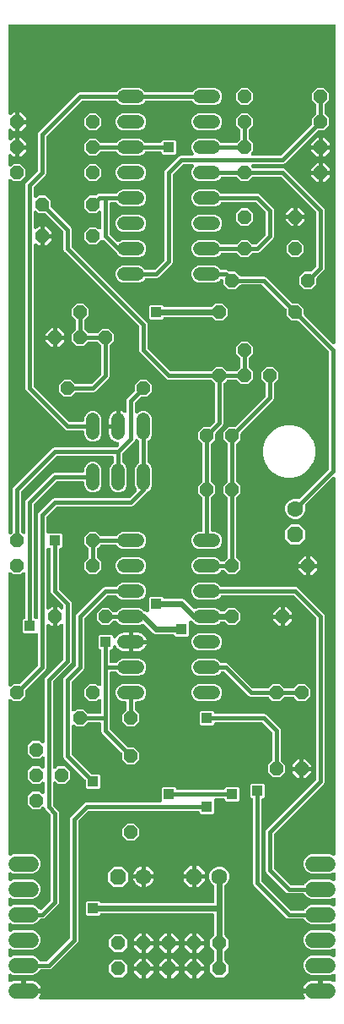
<source format=gbl>
G04 EAGLE Gerber RS-274X export*
G75*
%MOMM*%
%FSLAX34Y34*%
%LPD*%
%INBottom Copper*%
%IPPOS*%
%AMOC8*
5,1,8,0,0,1.08239X$1,22.5*%
G01*
%ADD10C,1.320800*%
%ADD11P,1.732040X8X202.500000*%
%ADD12C,1.600200*%
%ADD13P,1.539592X8X202.500000*%
%ADD14P,1.429621X8X202.500000*%
%ADD15P,1.429621X8X22.500000*%
%ADD16P,1.429621X8X112.500000*%
%ADD17P,1.732040X8X292.500000*%
%ADD18C,1.524000*%
%ADD19R,1.006400X1.006400*%
%ADD20C,0.406400*%
%ADD21C,0.609600*%

G36*
X306193Y10166D02*
X306193Y10166D01*
X306245Y10163D01*
X306394Y10186D01*
X306543Y10201D01*
X306592Y10216D01*
X306643Y10223D01*
X306784Y10275D01*
X306928Y10319D01*
X306973Y10343D01*
X307021Y10361D01*
X307150Y10439D01*
X307282Y10511D01*
X307321Y10543D01*
X307365Y10570D01*
X307476Y10672D01*
X307591Y10768D01*
X307624Y10808D01*
X307661Y10843D01*
X307749Y10965D01*
X307844Y11082D01*
X307867Y11128D01*
X307897Y11169D01*
X307960Y11306D01*
X308029Y11439D01*
X308043Y11488D01*
X308065Y11535D01*
X308099Y11682D01*
X308141Y11826D01*
X308145Y11877D01*
X308156Y11927D01*
X308161Y12078D01*
X308174Y12228D01*
X308168Y12278D01*
X308169Y12330D01*
X308144Y12478D01*
X308127Y12627D01*
X308111Y12676D01*
X308102Y12727D01*
X308048Y12867D01*
X308002Y13010D01*
X307977Y13055D01*
X307958Y13103D01*
X307838Y13300D01*
X307804Y13361D01*
X307795Y13371D01*
X307786Y13386D01*
X307540Y13725D01*
X306814Y15150D01*
X306371Y16511D01*
X323342Y16511D01*
X323360Y16512D01*
X323377Y16511D01*
X323560Y16532D01*
X323742Y16551D01*
X323759Y16556D01*
X323777Y16558D01*
X323952Y16615D01*
X324127Y16669D01*
X324143Y16677D01*
X324160Y16683D01*
X324320Y16773D01*
X324481Y16860D01*
X324495Y16872D01*
X324511Y16881D01*
X324650Y17001D01*
X324791Y17118D01*
X324802Y17132D01*
X324815Y17144D01*
X324928Y17289D01*
X325043Y17432D01*
X325051Y17448D01*
X325062Y17462D01*
X325144Y17627D01*
X325184Y17703D01*
X325336Y17789D01*
X325498Y17877D01*
X325511Y17888D01*
X325527Y17897D01*
X325666Y18017D01*
X325807Y18135D01*
X325818Y18148D01*
X325832Y18160D01*
X325944Y18305D01*
X326059Y18448D01*
X326067Y18464D01*
X326078Y18478D01*
X326160Y18643D01*
X326245Y18806D01*
X326250Y18823D01*
X326258Y18839D01*
X326305Y19017D01*
X326356Y19192D01*
X326358Y19210D01*
X326362Y19227D01*
X326389Y19558D01*
X326389Y29211D01*
X332270Y29211D01*
X333849Y28961D01*
X335370Y28466D01*
X336136Y28076D01*
X336223Y28042D01*
X336305Y27999D01*
X336410Y27969D01*
X336511Y27930D01*
X336603Y27914D01*
X336692Y27888D01*
X336801Y27879D01*
X336907Y27860D01*
X337001Y27863D01*
X337094Y27855D01*
X337201Y27868D01*
X337310Y27871D01*
X337401Y27891D01*
X337493Y27902D01*
X337597Y27936D01*
X337702Y27960D01*
X337788Y27998D01*
X337876Y28027D01*
X337971Y28080D01*
X338070Y28125D01*
X338146Y28179D01*
X338227Y28225D01*
X338309Y28296D01*
X338397Y28359D01*
X338461Y28427D01*
X338532Y28488D01*
X338598Y28574D01*
X338672Y28653D01*
X338721Y28732D01*
X338778Y28806D01*
X338827Y28903D01*
X338884Y28996D01*
X338916Y29083D01*
X338958Y29167D01*
X338986Y29271D01*
X339023Y29373D01*
X339038Y29465D01*
X339062Y29555D01*
X339073Y29689D01*
X339086Y29771D01*
X339084Y29820D01*
X339089Y29886D01*
X339089Y34118D01*
X339088Y34131D01*
X339089Y34145D01*
X339068Y34331D01*
X339049Y34519D01*
X339045Y34531D01*
X339044Y34545D01*
X338987Y34723D01*
X338931Y34904D01*
X338925Y34915D01*
X338921Y34928D01*
X338829Y35092D01*
X338739Y35258D01*
X338731Y35268D01*
X338724Y35280D01*
X338601Y35423D01*
X338482Y35567D01*
X338471Y35575D01*
X338463Y35585D01*
X338314Y35702D01*
X338168Y35819D01*
X338156Y35825D01*
X338146Y35834D01*
X337976Y35919D01*
X337811Y36005D01*
X337798Y36008D01*
X337786Y36014D01*
X337604Y36064D01*
X337424Y36116D01*
X337410Y36117D01*
X337397Y36121D01*
X337211Y36134D01*
X337022Y36149D01*
X337009Y36147D01*
X336996Y36148D01*
X336809Y36124D01*
X336623Y36102D01*
X336610Y36098D01*
X336597Y36096D01*
X336281Y35995D01*
X333390Y34797D01*
X314310Y34797D01*
X310762Y36267D01*
X308047Y38982D01*
X306577Y42530D01*
X306577Y46370D01*
X308047Y49918D01*
X310762Y52633D01*
X314310Y54103D01*
X333390Y54103D01*
X336281Y52905D01*
X336294Y52901D01*
X336305Y52895D01*
X336486Y52843D01*
X336666Y52789D01*
X336679Y52788D01*
X336692Y52784D01*
X336881Y52768D01*
X337067Y52751D01*
X337080Y52752D01*
X337094Y52751D01*
X337280Y52773D01*
X337467Y52792D01*
X337480Y52796D01*
X337493Y52798D01*
X337671Y52856D01*
X337852Y52912D01*
X337863Y52919D01*
X337876Y52923D01*
X338040Y53015D01*
X338205Y53105D01*
X338215Y53114D01*
X338227Y53121D01*
X338369Y53244D01*
X338513Y53365D01*
X338521Y53375D01*
X338532Y53384D01*
X338646Y53532D01*
X338764Y53679D01*
X338770Y53691D01*
X338778Y53702D01*
X338862Y53870D01*
X338948Y54038D01*
X338952Y54050D01*
X338958Y54062D01*
X339007Y54245D01*
X339058Y54425D01*
X339059Y54438D01*
X339062Y54451D01*
X339089Y54782D01*
X339089Y59518D01*
X339088Y59531D01*
X339089Y59545D01*
X339068Y59729D01*
X339049Y59919D01*
X339045Y59931D01*
X339044Y59945D01*
X338986Y60124D01*
X338931Y60304D01*
X338925Y60315D01*
X338921Y60328D01*
X338829Y60493D01*
X338739Y60658D01*
X338731Y60668D01*
X338724Y60680D01*
X338602Y60822D01*
X338482Y60967D01*
X338471Y60975D01*
X338463Y60985D01*
X338315Y61101D01*
X338168Y61219D01*
X338156Y61225D01*
X338146Y61234D01*
X337977Y61318D01*
X337811Y61405D01*
X337798Y61408D01*
X337786Y61414D01*
X337605Y61464D01*
X337424Y61516D01*
X337410Y61517D01*
X337397Y61521D01*
X337209Y61534D01*
X337022Y61549D01*
X337009Y61547D01*
X336996Y61548D01*
X336808Y61524D01*
X336623Y61502D01*
X336610Y61498D01*
X336597Y61496D01*
X336281Y61395D01*
X333390Y60197D01*
X314310Y60197D01*
X310762Y61667D01*
X308047Y64382D01*
X306577Y67930D01*
X306577Y71770D01*
X308047Y75318D01*
X310762Y78033D01*
X314017Y79381D01*
X314310Y79503D01*
X333390Y79503D01*
X336281Y78305D01*
X336294Y78301D01*
X336305Y78295D01*
X336485Y78244D01*
X336666Y78189D01*
X336679Y78188D01*
X336692Y78184D01*
X336880Y78169D01*
X337067Y78151D01*
X337080Y78152D01*
X337094Y78151D01*
X337280Y78173D01*
X337467Y78192D01*
X337480Y78196D01*
X337493Y78198D01*
X337672Y78256D01*
X337852Y78312D01*
X337863Y78319D01*
X337876Y78323D01*
X338041Y78416D01*
X338205Y78506D01*
X338215Y78514D01*
X338227Y78521D01*
X338369Y78644D01*
X338513Y78765D01*
X338521Y78775D01*
X338532Y78784D01*
X338647Y78932D01*
X338764Y79080D01*
X338770Y79091D01*
X338778Y79102D01*
X338862Y79271D01*
X338948Y79438D01*
X338952Y79450D01*
X338958Y79463D01*
X339007Y79645D01*
X339058Y79825D01*
X339059Y79838D01*
X339062Y79851D01*
X339089Y80182D01*
X339089Y84918D01*
X339088Y84931D01*
X339089Y84945D01*
X339068Y85131D01*
X339049Y85319D01*
X339045Y85331D01*
X339044Y85345D01*
X338986Y85524D01*
X338931Y85704D01*
X338925Y85715D01*
X338921Y85728D01*
X338829Y85893D01*
X338739Y86058D01*
X338731Y86068D01*
X338724Y86080D01*
X338602Y86222D01*
X338482Y86367D01*
X338471Y86375D01*
X338463Y86385D01*
X338315Y86501D01*
X338168Y86619D01*
X338156Y86625D01*
X338146Y86634D01*
X337977Y86718D01*
X337811Y86805D01*
X337798Y86808D01*
X337786Y86814D01*
X337605Y86864D01*
X337424Y86916D01*
X337410Y86917D01*
X337397Y86921D01*
X337209Y86934D01*
X337022Y86949D01*
X337009Y86947D01*
X336996Y86948D01*
X336808Y86924D01*
X336623Y86902D01*
X336610Y86898D01*
X336597Y86896D01*
X336281Y86795D01*
X333390Y85597D01*
X314310Y85597D01*
X310762Y87067D01*
X308047Y89782D01*
X307985Y89931D01*
X307975Y89951D01*
X307968Y89972D01*
X307879Y90128D01*
X307795Y90286D01*
X307781Y90303D01*
X307770Y90323D01*
X307653Y90458D01*
X307538Y90597D01*
X307521Y90611D01*
X307507Y90628D01*
X307365Y90737D01*
X307226Y90850D01*
X307206Y90861D01*
X307188Y90874D01*
X307028Y90954D01*
X306869Y91037D01*
X306848Y91044D01*
X306828Y91054D01*
X306655Y91100D01*
X306483Y91150D01*
X306461Y91152D01*
X306439Y91158D01*
X306108Y91185D01*
X291291Y91185D01*
X289798Y91804D01*
X288369Y93233D01*
X288368Y93233D01*
X256904Y124698D01*
X256285Y126191D01*
X256285Y209979D01*
X256283Y209997D01*
X256285Y210015D01*
X256264Y210197D01*
X256245Y210380D01*
X256240Y210397D01*
X256238Y210414D01*
X256181Y210589D01*
X256127Y210765D01*
X256119Y210780D01*
X256113Y210797D01*
X256023Y210957D01*
X255935Y211119D01*
X255924Y211132D01*
X255915Y211148D01*
X255795Y211287D01*
X255678Y211428D01*
X255664Y211439D01*
X255652Y211453D01*
X255507Y211565D01*
X255364Y211680D01*
X255348Y211688D01*
X255334Y211699D01*
X255169Y211781D01*
X255007Y211866D01*
X254990Y211871D01*
X254974Y211879D01*
X254795Y211926D01*
X254620Y211977D01*
X254602Y211979D01*
X254585Y211983D01*
X254496Y211990D01*
X253285Y213201D01*
X253285Y224949D01*
X254476Y226140D01*
X266224Y226140D01*
X267415Y224949D01*
X267415Y213201D01*
X266199Y211986D01*
X266045Y211970D01*
X266028Y211965D01*
X266011Y211963D01*
X265836Y211906D01*
X265660Y211852D01*
X265645Y211844D01*
X265628Y211838D01*
X265468Y211748D01*
X265306Y211660D01*
X265293Y211649D01*
X265277Y211640D01*
X265138Y211520D01*
X264997Y211403D01*
X264986Y211389D01*
X264972Y211377D01*
X264860Y211232D01*
X264745Y211089D01*
X264737Y211073D01*
X264726Y211059D01*
X264644Y210894D01*
X264559Y210732D01*
X264554Y210715D01*
X264546Y210699D01*
X264499Y210520D01*
X264448Y210345D01*
X264446Y210327D01*
X264442Y210310D01*
X264415Y209979D01*
X264415Y129525D01*
X264417Y129498D01*
X264415Y129472D01*
X264437Y129298D01*
X264455Y129124D01*
X264462Y129099D01*
X264466Y129072D01*
X264521Y128907D01*
X264573Y128740D01*
X264586Y128716D01*
X264594Y128691D01*
X264681Y128539D01*
X264765Y128385D01*
X264782Y128365D01*
X264795Y128342D01*
X265010Y128089D01*
X293189Y99910D01*
X293209Y99893D01*
X293227Y99872D01*
X293365Y99765D01*
X293500Y99655D01*
X293524Y99642D01*
X293545Y99626D01*
X293702Y99548D01*
X293856Y99466D01*
X293881Y99458D01*
X293906Y99446D01*
X294075Y99401D01*
X294242Y99351D01*
X294268Y99349D01*
X294294Y99342D01*
X294625Y99315D01*
X306108Y99315D01*
X306131Y99317D01*
X306153Y99315D01*
X306330Y99337D01*
X306509Y99355D01*
X306530Y99361D01*
X306553Y99364D01*
X306722Y99420D01*
X306894Y99473D01*
X306914Y99483D01*
X306935Y99490D01*
X307090Y99579D01*
X307248Y99665D01*
X307265Y99679D01*
X307284Y99690D01*
X307419Y99807D01*
X307557Y99922D01*
X307571Y99940D01*
X307588Y99954D01*
X307697Y100096D01*
X307810Y100236D01*
X307820Y100256D01*
X307833Y100274D01*
X307985Y100569D01*
X308047Y100718D01*
X310762Y103433D01*
X314310Y104903D01*
X333390Y104903D01*
X336281Y103705D01*
X336294Y103701D01*
X336305Y103695D01*
X336485Y103644D01*
X336666Y103589D01*
X336679Y103588D01*
X336692Y103584D01*
X336880Y103569D01*
X337067Y103551D01*
X337080Y103552D01*
X337094Y103551D01*
X337280Y103573D01*
X337467Y103592D01*
X337480Y103596D01*
X337493Y103598D01*
X337672Y103656D01*
X337852Y103712D01*
X337863Y103719D01*
X337876Y103723D01*
X338041Y103816D01*
X338205Y103906D01*
X338215Y103914D01*
X338227Y103921D01*
X338369Y104044D01*
X338513Y104165D01*
X338521Y104175D01*
X338532Y104184D01*
X338647Y104332D01*
X338764Y104480D01*
X338770Y104491D01*
X338778Y104502D01*
X338862Y104671D01*
X338948Y104838D01*
X338952Y104850D01*
X338958Y104863D01*
X339007Y105045D01*
X339058Y105225D01*
X339059Y105238D01*
X339062Y105251D01*
X339089Y105582D01*
X339089Y110318D01*
X339088Y110331D01*
X339089Y110345D01*
X339068Y110531D01*
X339049Y110719D01*
X339045Y110731D01*
X339044Y110745D01*
X338986Y110924D01*
X338931Y111104D01*
X338925Y111115D01*
X338921Y111128D01*
X338829Y111293D01*
X338739Y111458D01*
X338731Y111468D01*
X338724Y111480D01*
X338602Y111622D01*
X338482Y111767D01*
X338471Y111775D01*
X338463Y111785D01*
X338315Y111901D01*
X338168Y112019D01*
X338156Y112025D01*
X338146Y112034D01*
X337977Y112118D01*
X337811Y112205D01*
X337798Y112208D01*
X337786Y112214D01*
X337605Y112264D01*
X337424Y112316D01*
X337410Y112317D01*
X337397Y112321D01*
X337209Y112334D01*
X337022Y112349D01*
X337009Y112347D01*
X336996Y112348D01*
X336808Y112324D01*
X336623Y112302D01*
X336610Y112298D01*
X336597Y112296D01*
X336281Y112195D01*
X333390Y110997D01*
X314310Y110997D01*
X310762Y112467D01*
X308047Y115182D01*
X307985Y115331D01*
X307975Y115351D01*
X307968Y115372D01*
X307879Y115528D01*
X307795Y115686D01*
X307781Y115703D01*
X307770Y115723D01*
X307653Y115858D01*
X307538Y115997D01*
X307521Y116011D01*
X307507Y116028D01*
X307365Y116137D01*
X307226Y116250D01*
X307206Y116261D01*
X307188Y116274D01*
X307028Y116354D01*
X306869Y116437D01*
X306848Y116444D01*
X306828Y116454D01*
X306655Y116500D01*
X306483Y116550D01*
X306461Y116552D01*
X306439Y116558D01*
X306108Y116585D01*
X291291Y116585D01*
X289798Y117204D01*
X269604Y137398D01*
X268985Y138891D01*
X268985Y178609D01*
X269604Y180102D01*
X319190Y229689D01*
X319207Y229709D01*
X319228Y229727D01*
X319335Y229865D01*
X319445Y230000D01*
X319458Y230024D01*
X319474Y230045D01*
X319552Y230202D01*
X319634Y230356D01*
X319642Y230381D01*
X319654Y230406D01*
X319699Y230575D01*
X319749Y230742D01*
X319751Y230768D01*
X319758Y230794D01*
X319785Y231125D01*
X319785Y391175D01*
X319783Y391202D01*
X319785Y391228D01*
X319763Y391402D01*
X319745Y391576D01*
X319738Y391601D01*
X319734Y391628D01*
X319679Y391793D01*
X319627Y391960D01*
X319614Y391984D01*
X319606Y392009D01*
X319519Y392161D01*
X319435Y392315D01*
X319418Y392335D01*
X319405Y392358D01*
X319190Y392611D01*
X297361Y414440D01*
X297341Y414457D01*
X297323Y414478D01*
X297185Y414585D01*
X297050Y414695D01*
X297026Y414708D01*
X297005Y414724D01*
X296848Y414802D01*
X296694Y414884D01*
X296669Y414892D01*
X296644Y414904D01*
X296475Y414949D01*
X296308Y414999D01*
X296282Y415001D01*
X296256Y415008D01*
X295925Y415035D01*
X225145Y415035D01*
X225118Y415033D01*
X225091Y415035D01*
X224918Y415013D01*
X224744Y414995D01*
X224719Y414988D01*
X224692Y414984D01*
X224526Y414928D01*
X224359Y414877D01*
X224336Y414864D01*
X224310Y414856D01*
X224159Y414769D01*
X224005Y414685D01*
X223985Y414668D01*
X223961Y414655D01*
X223708Y414440D01*
X221046Y411778D01*
X217872Y410463D01*
X201228Y410463D01*
X198054Y411778D01*
X195624Y414208D01*
X194309Y417382D01*
X194309Y420818D01*
X195624Y423992D01*
X198054Y426422D01*
X198785Y426725D01*
X198786Y426725D01*
X201228Y427737D01*
X217872Y427737D01*
X221046Y426422D01*
X223708Y423760D01*
X223729Y423743D01*
X223747Y423722D01*
X223885Y423615D01*
X224020Y423505D01*
X224044Y423492D01*
X224065Y423476D01*
X224221Y423398D01*
X224376Y423316D01*
X224401Y423308D01*
X224425Y423296D01*
X224594Y423251D01*
X224762Y423201D01*
X224788Y423199D01*
X224814Y423192D01*
X225145Y423165D01*
X299259Y423165D01*
X300752Y422546D01*
X327296Y396002D01*
X327915Y394509D01*
X327915Y227791D01*
X327296Y226298D01*
X277710Y176711D01*
X277693Y176691D01*
X277672Y176673D01*
X277565Y176535D01*
X277455Y176400D01*
X277442Y176376D01*
X277426Y176355D01*
X277348Y176198D01*
X277266Y176044D01*
X277258Y176019D01*
X277246Y175994D01*
X277201Y175825D01*
X277151Y175658D01*
X277149Y175632D01*
X277142Y175606D01*
X277115Y175275D01*
X277115Y142225D01*
X277117Y142198D01*
X277115Y142172D01*
X277137Y141998D01*
X277155Y141824D01*
X277162Y141799D01*
X277166Y141772D01*
X277221Y141607D01*
X277273Y141440D01*
X277286Y141416D01*
X277294Y141391D01*
X277381Y141239D01*
X277465Y141085D01*
X277482Y141065D01*
X277495Y141042D01*
X277710Y140789D01*
X293189Y125310D01*
X293209Y125293D01*
X293227Y125272D01*
X293365Y125165D01*
X293500Y125055D01*
X293524Y125042D01*
X293545Y125026D01*
X293702Y124948D01*
X293856Y124866D01*
X293881Y124858D01*
X293906Y124846D01*
X294075Y124801D01*
X294242Y124751D01*
X294268Y124749D01*
X294294Y124742D01*
X294625Y124715D01*
X306108Y124715D01*
X306131Y124717D01*
X306153Y124715D01*
X306330Y124737D01*
X306509Y124755D01*
X306530Y124761D01*
X306553Y124764D01*
X306722Y124820D01*
X306894Y124873D01*
X306914Y124883D01*
X306935Y124890D01*
X307090Y124979D01*
X307248Y125065D01*
X307265Y125079D01*
X307284Y125090D01*
X307419Y125207D01*
X307557Y125322D01*
X307571Y125340D01*
X307588Y125354D01*
X307697Y125496D01*
X307810Y125636D01*
X307820Y125656D01*
X307833Y125674D01*
X307985Y125969D01*
X308047Y126118D01*
X310762Y128833D01*
X314310Y130303D01*
X333390Y130303D01*
X336281Y129105D01*
X336294Y129101D01*
X336305Y129095D01*
X336485Y129044D01*
X336666Y128989D01*
X336679Y128988D01*
X336692Y128984D01*
X336880Y128969D01*
X337067Y128951D01*
X337080Y128952D01*
X337094Y128951D01*
X337280Y128973D01*
X337467Y128992D01*
X337480Y128996D01*
X337493Y128998D01*
X337672Y129056D01*
X337852Y129112D01*
X337863Y129119D01*
X337876Y129123D01*
X338041Y129216D01*
X338205Y129306D01*
X338215Y129314D01*
X338227Y129321D01*
X338369Y129444D01*
X338513Y129565D01*
X338521Y129575D01*
X338532Y129584D01*
X338647Y129732D01*
X338764Y129880D01*
X338770Y129891D01*
X338778Y129902D01*
X338862Y130071D01*
X338948Y130238D01*
X338952Y130250D01*
X338958Y130263D01*
X339007Y130445D01*
X339058Y130625D01*
X339059Y130638D01*
X339062Y130651D01*
X339089Y130982D01*
X339089Y135718D01*
X339088Y135731D01*
X339089Y135745D01*
X339068Y135931D01*
X339049Y136119D01*
X339045Y136131D01*
X339044Y136145D01*
X338986Y136324D01*
X338931Y136504D01*
X338925Y136515D01*
X338921Y136528D01*
X338829Y136693D01*
X338739Y136858D01*
X338731Y136868D01*
X338724Y136880D01*
X338602Y137022D01*
X338482Y137167D01*
X338471Y137175D01*
X338463Y137185D01*
X338315Y137301D01*
X338168Y137419D01*
X338156Y137425D01*
X338146Y137434D01*
X337977Y137518D01*
X337811Y137605D01*
X337798Y137608D01*
X337786Y137614D01*
X337605Y137664D01*
X337424Y137716D01*
X337410Y137717D01*
X337397Y137721D01*
X337209Y137734D01*
X337022Y137749D01*
X337009Y137747D01*
X336996Y137748D01*
X336808Y137724D01*
X336623Y137702D01*
X336610Y137698D01*
X336597Y137696D01*
X336281Y137595D01*
X333390Y136397D01*
X314310Y136397D01*
X310762Y137867D01*
X308047Y140582D01*
X306577Y144130D01*
X306577Y147970D01*
X308047Y151518D01*
X310762Y154233D01*
X314310Y155703D01*
X333390Y155703D01*
X336281Y154505D01*
X336294Y154501D01*
X336305Y154495D01*
X336485Y154444D01*
X336666Y154389D01*
X336679Y154388D01*
X336692Y154384D01*
X336880Y154369D01*
X337067Y154351D01*
X337080Y154352D01*
X337094Y154351D01*
X337280Y154373D01*
X337467Y154392D01*
X337480Y154396D01*
X337493Y154398D01*
X337672Y154456D01*
X337852Y154512D01*
X337863Y154519D01*
X337876Y154523D01*
X338041Y154616D01*
X338205Y154706D01*
X338215Y154714D01*
X338227Y154721D01*
X338369Y154844D01*
X338513Y154965D01*
X338521Y154975D01*
X338532Y154984D01*
X338647Y155132D01*
X338764Y155280D01*
X338770Y155291D01*
X338778Y155302D01*
X338862Y155471D01*
X338948Y155638D01*
X338952Y155650D01*
X338958Y155663D01*
X339007Y155845D01*
X339058Y156025D01*
X339059Y156038D01*
X339062Y156051D01*
X339089Y156382D01*
X339089Y531637D01*
X339088Y531646D01*
X339089Y531655D01*
X339068Y531847D01*
X339049Y532038D01*
X339047Y532046D01*
X339046Y532055D01*
X338987Y532240D01*
X338931Y532423D01*
X338927Y532430D01*
X338924Y532439D01*
X338831Y532607D01*
X338739Y532777D01*
X338734Y532783D01*
X338729Y532791D01*
X338605Y532938D01*
X338482Y533086D01*
X338475Y533091D01*
X338469Y533098D01*
X338317Y533218D01*
X338168Y533338D01*
X338160Y533342D01*
X338153Y533348D01*
X337980Y533436D01*
X337811Y533524D01*
X337802Y533526D01*
X337794Y533530D01*
X337608Y533582D01*
X337424Y533635D01*
X337415Y533636D01*
X337406Y533638D01*
X337213Y533652D01*
X337022Y533668D01*
X337014Y533667D01*
X337005Y533668D01*
X336812Y533643D01*
X336623Y533621D01*
X336614Y533618D01*
X336605Y533617D01*
X336423Y533556D01*
X336240Y533496D01*
X336232Y533492D01*
X336224Y533489D01*
X336057Y533393D01*
X335889Y533298D01*
X335882Y533293D01*
X335875Y533288D01*
X335622Y533073D01*
X308773Y506224D01*
X308759Y506207D01*
X308742Y506193D01*
X308631Y506051D01*
X308518Y505913D01*
X308507Y505893D01*
X308494Y505876D01*
X308413Y505715D01*
X308329Y505557D01*
X308323Y505536D01*
X308313Y505516D01*
X308265Y505342D01*
X308214Y505171D01*
X308212Y505149D01*
X308206Y505128D01*
X308194Y504949D01*
X308178Y504770D01*
X308180Y504748D01*
X308179Y504726D01*
X308202Y504548D01*
X308221Y504370D01*
X308228Y504349D01*
X308231Y504327D01*
X308333Y504011D01*
X308484Y503646D01*
X308484Y499654D01*
X306956Y495966D01*
X304134Y493144D01*
X300446Y491616D01*
X296454Y491616D01*
X292766Y493144D01*
X289944Y495966D01*
X288416Y499654D01*
X288416Y503646D01*
X289944Y507334D01*
X292766Y510156D01*
X296454Y511684D01*
X300446Y511684D01*
X300811Y511533D01*
X300832Y511526D01*
X300852Y511516D01*
X301025Y511468D01*
X301196Y511416D01*
X301218Y511414D01*
X301240Y511408D01*
X301419Y511395D01*
X301597Y511378D01*
X301619Y511380D01*
X301641Y511379D01*
X301820Y511401D01*
X301997Y511420D01*
X302019Y511426D01*
X302041Y511429D01*
X302211Y511486D01*
X302382Y511539D01*
X302401Y511550D01*
X302423Y511557D01*
X302578Y511647D01*
X302735Y511733D01*
X302752Y511747D01*
X302771Y511758D01*
X303024Y511973D01*
X331890Y540839D01*
X331907Y540859D01*
X331928Y540877D01*
X332035Y541015D01*
X332145Y541150D01*
X332158Y541174D01*
X332174Y541195D01*
X332252Y541352D01*
X332334Y541506D01*
X332342Y541531D01*
X332354Y541556D01*
X332399Y541725D01*
X332449Y541892D01*
X332451Y541918D01*
X332458Y541944D01*
X332485Y542275D01*
X332485Y657875D01*
X332483Y657902D01*
X332485Y657928D01*
X332463Y658102D01*
X332445Y658276D01*
X332438Y658301D01*
X332434Y658328D01*
X332379Y658493D01*
X332327Y658660D01*
X332314Y658684D01*
X332306Y658709D01*
X332219Y658861D01*
X332135Y659015D01*
X332118Y659035D01*
X332105Y659058D01*
X331890Y659311D01*
X301933Y689268D01*
X301913Y689285D01*
X301895Y689306D01*
X301757Y689413D01*
X301622Y689523D01*
X301598Y689536D01*
X301577Y689552D01*
X301420Y689630D01*
X301266Y689712D01*
X301241Y689720D01*
X301216Y689732D01*
X301047Y689777D01*
X300880Y689827D01*
X300854Y689829D01*
X300828Y689836D01*
X300497Y689863D01*
X294873Y689863D01*
X289813Y694923D01*
X289813Y700547D01*
X289811Y700574D01*
X289813Y700600D01*
X289791Y700774D01*
X289773Y700948D01*
X289766Y700973D01*
X289762Y701000D01*
X289707Y701165D01*
X289655Y701333D01*
X289642Y701356D01*
X289634Y701381D01*
X289547Y701533D01*
X289463Y701687D01*
X289446Y701707D01*
X289433Y701730D01*
X289218Y701983D01*
X265611Y725590D01*
X265591Y725607D01*
X265573Y725628D01*
X265435Y725735D01*
X265300Y725845D01*
X265276Y725858D01*
X265255Y725874D01*
X265098Y725952D01*
X264944Y726034D01*
X264919Y726042D01*
X264894Y726054D01*
X264725Y726099D01*
X264558Y726149D01*
X264532Y726151D01*
X264506Y726158D01*
X264175Y726185D01*
X243941Y726185D01*
X243914Y726183D01*
X243888Y726185D01*
X243714Y726163D01*
X243540Y726145D01*
X243515Y726138D01*
X243488Y726134D01*
X243322Y726079D01*
X243155Y726027D01*
X243132Y726014D01*
X243106Y726006D01*
X242955Y725919D01*
X242801Y725835D01*
X242781Y725818D01*
X242758Y725805D01*
X242505Y725590D01*
X238527Y721613D01*
X231373Y721613D01*
X226313Y726673D01*
X226313Y729641D01*
X226312Y729650D01*
X226313Y729659D01*
X226292Y729851D01*
X226273Y730042D01*
X226271Y730050D01*
X226270Y730059D01*
X226212Y730242D01*
X226155Y730427D01*
X226151Y730435D01*
X226148Y730443D01*
X226055Y730612D01*
X225963Y730781D01*
X225958Y730788D01*
X225953Y730795D01*
X225828Y730943D01*
X225706Y731090D01*
X225699Y731096D01*
X225693Y731102D01*
X225541Y731222D01*
X225392Y731342D01*
X225384Y731346D01*
X225377Y731352D01*
X225205Y731439D01*
X225035Y731528D01*
X225026Y731530D01*
X225018Y731534D01*
X224832Y731586D01*
X224648Y731639D01*
X224639Y731640D01*
X224630Y731642D01*
X224438Y731657D01*
X224246Y731672D01*
X224238Y731671D01*
X224229Y731672D01*
X224036Y731647D01*
X223847Y731625D01*
X223838Y731623D01*
X223829Y731621D01*
X223646Y731560D01*
X223464Y731500D01*
X223456Y731496D01*
X223448Y731493D01*
X223282Y731398D01*
X223113Y731303D01*
X223106Y731297D01*
X223099Y731292D01*
X222846Y731078D01*
X221046Y729278D01*
X217872Y727963D01*
X201228Y727963D01*
X198054Y729278D01*
X195624Y731708D01*
X194309Y734882D01*
X194309Y738318D01*
X195624Y741492D01*
X198054Y743922D01*
X201228Y745237D01*
X217872Y745237D01*
X221046Y743922D01*
X223709Y741260D01*
X223729Y741243D01*
X223747Y741222D01*
X223885Y741115D01*
X224020Y741005D01*
X224044Y740992D01*
X224065Y740976D01*
X224222Y740898D01*
X224376Y740816D01*
X224401Y740808D01*
X224425Y740796D01*
X224595Y740751D01*
X224762Y740701D01*
X224788Y740699D01*
X224814Y740692D01*
X225145Y740665D01*
X229409Y740665D01*
X230902Y740046D01*
X231467Y739482D01*
X231487Y739465D01*
X231505Y739444D01*
X231643Y739338D01*
X231778Y739227D01*
X231802Y739214D01*
X231823Y739198D01*
X231979Y739120D01*
X232134Y739038D01*
X232160Y739030D01*
X232184Y739018D01*
X232352Y738973D01*
X232520Y738923D01*
X232546Y738921D01*
X232572Y738914D01*
X232903Y738887D01*
X238527Y738887D01*
X242505Y734910D01*
X242525Y734893D01*
X242543Y734872D01*
X242681Y734765D01*
X242816Y734655D01*
X242840Y734642D01*
X242861Y734626D01*
X243018Y734548D01*
X243172Y734466D01*
X243197Y734458D01*
X243221Y734446D01*
X243391Y734401D01*
X243558Y734351D01*
X243584Y734349D01*
X243610Y734342D01*
X243941Y734315D01*
X267509Y734315D01*
X269002Y733696D01*
X294967Y707732D01*
X294987Y707715D01*
X295005Y707694D01*
X295143Y707587D01*
X295278Y707477D01*
X295302Y707464D01*
X295323Y707448D01*
X295480Y707370D01*
X295634Y707288D01*
X295659Y707280D01*
X295684Y707268D01*
X295853Y707223D01*
X296020Y707173D01*
X296046Y707171D01*
X296072Y707164D01*
X296403Y707137D01*
X302027Y707137D01*
X307087Y702077D01*
X307087Y696453D01*
X307089Y696426D01*
X307087Y696400D01*
X307109Y696226D01*
X307127Y696052D01*
X307134Y696027D01*
X307138Y696000D01*
X307193Y695835D01*
X307245Y695667D01*
X307258Y695644D01*
X307266Y695619D01*
X307353Y695467D01*
X307437Y695313D01*
X307454Y695293D01*
X307467Y695270D01*
X307682Y695017D01*
X335622Y667077D01*
X335629Y667071D01*
X335634Y667064D01*
X335784Y666944D01*
X335933Y666822D01*
X335941Y666817D01*
X335948Y666812D01*
X336119Y666723D01*
X336289Y666633D01*
X336297Y666630D01*
X336305Y666626D01*
X336491Y666573D01*
X336675Y666518D01*
X336684Y666517D01*
X336692Y666515D01*
X336884Y666499D01*
X337076Y666482D01*
X337085Y666483D01*
X337094Y666482D01*
X337283Y666504D01*
X337476Y666525D01*
X337485Y666528D01*
X337493Y666529D01*
X337675Y666588D01*
X337860Y666647D01*
X337868Y666651D01*
X337876Y666654D01*
X338045Y666749D01*
X338212Y666842D01*
X338219Y666847D01*
X338227Y666852D01*
X338373Y666978D01*
X338519Y667102D01*
X338525Y667109D01*
X338532Y667115D01*
X338649Y667266D01*
X338769Y667418D01*
X338773Y667426D01*
X338778Y667433D01*
X338864Y667605D01*
X338951Y667777D01*
X338954Y667785D01*
X338958Y667793D01*
X339008Y667980D01*
X339059Y668165D01*
X339060Y668174D01*
X339062Y668182D01*
X339089Y668513D01*
X339089Y984758D01*
X339087Y984776D01*
X339089Y984794D01*
X339068Y984976D01*
X339049Y985159D01*
X339044Y985176D01*
X339042Y985193D01*
X338985Y985368D01*
X338931Y985544D01*
X338923Y985559D01*
X338917Y985576D01*
X338827Y985736D01*
X338739Y985898D01*
X338728Y985911D01*
X338719Y985927D01*
X338599Y986066D01*
X338482Y986207D01*
X338468Y986218D01*
X338456Y986232D01*
X338311Y986344D01*
X338168Y986459D01*
X338152Y986467D01*
X338138Y986478D01*
X337973Y986560D01*
X337811Y986645D01*
X337794Y986650D01*
X337778Y986658D01*
X337599Y986705D01*
X337424Y986756D01*
X337406Y986758D01*
X337389Y986762D01*
X337058Y986789D01*
X12192Y986789D01*
X12174Y986787D01*
X12156Y986789D01*
X11974Y986768D01*
X11791Y986749D01*
X11774Y986744D01*
X11757Y986742D01*
X11582Y986685D01*
X11406Y986631D01*
X11391Y986623D01*
X11374Y986617D01*
X11214Y986527D01*
X11052Y986439D01*
X11039Y986428D01*
X11023Y986419D01*
X10884Y986299D01*
X10743Y986182D01*
X10732Y986168D01*
X10718Y986156D01*
X10606Y986011D01*
X10491Y985868D01*
X10483Y985852D01*
X10472Y985838D01*
X10390Y985673D01*
X10305Y985511D01*
X10300Y985494D01*
X10292Y985478D01*
X10245Y985299D01*
X10194Y985124D01*
X10192Y985106D01*
X10188Y985089D01*
X10161Y984758D01*
X10161Y897947D01*
X10162Y897938D01*
X10161Y897929D01*
X10182Y897738D01*
X10201Y897547D01*
X10203Y897538D01*
X10204Y897529D01*
X10262Y897347D01*
X10319Y897162D01*
X10323Y897154D01*
X10326Y897145D01*
X10419Y896977D01*
X10511Y896808D01*
X10516Y896801D01*
X10521Y896793D01*
X10646Y896645D01*
X10768Y896498D01*
X10775Y896493D01*
X10781Y896486D01*
X10933Y896366D01*
X11082Y896246D01*
X11090Y896242D01*
X11097Y896236D01*
X11269Y896149D01*
X11439Y896061D01*
X11448Y896058D01*
X11456Y896054D01*
X11642Y896002D01*
X11826Y895949D01*
X11835Y895948D01*
X11844Y895946D01*
X12036Y895932D01*
X12228Y895916D01*
X12236Y895917D01*
X12245Y895917D01*
X12438Y895941D01*
X12627Y895963D01*
X12636Y895966D01*
X12645Y895967D01*
X12828Y896028D01*
X13010Y896088D01*
X13018Y896092D01*
X13026Y896095D01*
X13192Y896191D01*
X13361Y896286D01*
X13368Y896292D01*
X13375Y896296D01*
X13628Y896511D01*
X15262Y898145D01*
X17019Y898145D01*
X17019Y889000D01*
X17019Y879855D01*
X15262Y879855D01*
X13628Y881489D01*
X13621Y881495D01*
X13616Y881502D01*
X13466Y881622D01*
X13317Y881744D01*
X13309Y881748D01*
X13302Y881754D01*
X13132Y881842D01*
X12961Y881933D01*
X12952Y881935D01*
X12945Y881939D01*
X12760Y881993D01*
X12575Y882048D01*
X12566Y882048D01*
X12558Y882051D01*
X12367Y882067D01*
X12174Y882084D01*
X12165Y882083D01*
X12156Y882084D01*
X11967Y882062D01*
X11774Y882041D01*
X11765Y882038D01*
X11757Y882037D01*
X11575Y881977D01*
X11390Y881919D01*
X11382Y881915D01*
X11374Y881912D01*
X11205Y881817D01*
X11038Y881724D01*
X11031Y881719D01*
X11023Y881714D01*
X10877Y881588D01*
X10731Y881464D01*
X10725Y881457D01*
X10718Y881451D01*
X10601Y881300D01*
X10481Y881148D01*
X10477Y881140D01*
X10472Y881133D01*
X10386Y880961D01*
X10299Y880789D01*
X10296Y880780D01*
X10292Y880772D01*
X10242Y880586D01*
X10191Y880401D01*
X10190Y880392D01*
X10188Y880384D01*
X10161Y880053D01*
X10161Y872547D01*
X10162Y872538D01*
X10161Y872529D01*
X10182Y872338D01*
X10201Y872147D01*
X10203Y872138D01*
X10204Y872129D01*
X10262Y871947D01*
X10319Y871762D01*
X10323Y871754D01*
X10326Y871745D01*
X10419Y871577D01*
X10511Y871408D01*
X10516Y871401D01*
X10521Y871393D01*
X10646Y871245D01*
X10768Y871098D01*
X10775Y871093D01*
X10781Y871086D01*
X10933Y870966D01*
X11082Y870846D01*
X11090Y870842D01*
X11097Y870836D01*
X11269Y870749D01*
X11439Y870661D01*
X11448Y870658D01*
X11456Y870654D01*
X11642Y870602D01*
X11826Y870549D01*
X11835Y870548D01*
X11844Y870546D01*
X12036Y870532D01*
X12228Y870516D01*
X12236Y870517D01*
X12245Y870517D01*
X12438Y870541D01*
X12627Y870563D01*
X12636Y870566D01*
X12645Y870567D01*
X12828Y870628D01*
X13010Y870688D01*
X13018Y870692D01*
X13026Y870695D01*
X13192Y870791D01*
X13361Y870886D01*
X13368Y870892D01*
X13375Y870896D01*
X13628Y871111D01*
X15262Y872745D01*
X17019Y872745D01*
X17019Y863600D01*
X17019Y854455D01*
X15262Y854455D01*
X13628Y856089D01*
X13621Y856095D01*
X13616Y856102D01*
X13466Y856222D01*
X13317Y856344D01*
X13309Y856348D01*
X13302Y856354D01*
X13132Y856442D01*
X12961Y856533D01*
X12952Y856535D01*
X12945Y856539D01*
X12760Y856593D01*
X12575Y856648D01*
X12566Y856648D01*
X12558Y856651D01*
X12367Y856667D01*
X12174Y856684D01*
X12165Y856683D01*
X12156Y856684D01*
X11967Y856662D01*
X11774Y856641D01*
X11765Y856638D01*
X11757Y856637D01*
X11575Y856577D01*
X11390Y856519D01*
X11382Y856515D01*
X11374Y856512D01*
X11205Y856417D01*
X11038Y856324D01*
X11031Y856319D01*
X11023Y856314D01*
X10877Y856188D01*
X10731Y856064D01*
X10725Y856057D01*
X10718Y856051D01*
X10601Y855900D01*
X10481Y855748D01*
X10477Y855740D01*
X10472Y855733D01*
X10386Y855561D01*
X10299Y855389D01*
X10296Y855380D01*
X10292Y855372D01*
X10242Y855186D01*
X10191Y855001D01*
X10190Y854992D01*
X10188Y854984D01*
X10161Y854653D01*
X10161Y846429D01*
X10162Y846420D01*
X10161Y846411D01*
X10182Y846219D01*
X10201Y846028D01*
X10203Y846020D01*
X10204Y846011D01*
X10263Y845827D01*
X10319Y845643D01*
X10323Y845635D01*
X10326Y845627D01*
X10419Y845458D01*
X10511Y845289D01*
X10516Y845282D01*
X10521Y845275D01*
X10646Y845127D01*
X10768Y844980D01*
X10775Y844974D01*
X10781Y844968D01*
X10933Y844848D01*
X11082Y844728D01*
X11090Y844724D01*
X11097Y844718D01*
X11270Y844630D01*
X11439Y844542D01*
X11448Y844540D01*
X11456Y844536D01*
X11642Y844484D01*
X11826Y844431D01*
X11835Y844430D01*
X11844Y844428D01*
X12036Y844413D01*
X12228Y844398D01*
X12236Y844399D01*
X12245Y844398D01*
X12438Y844423D01*
X12627Y844445D01*
X12636Y844447D01*
X12645Y844449D01*
X12828Y844510D01*
X13010Y844570D01*
X13018Y844574D01*
X13026Y844577D01*
X13192Y844672D01*
X13361Y844767D01*
X13368Y844773D01*
X13375Y844778D01*
X13628Y844992D01*
X15473Y846837D01*
X22627Y846837D01*
X27687Y841777D01*
X27687Y834623D01*
X22627Y829563D01*
X15473Y829563D01*
X13628Y831408D01*
X13621Y831413D01*
X13616Y831420D01*
X13466Y831540D01*
X13317Y831663D01*
X13309Y831667D01*
X13302Y831672D01*
X13132Y831761D01*
X12961Y831851D01*
X12952Y831854D01*
X12945Y831858D01*
X12760Y831911D01*
X12575Y831966D01*
X12566Y831967D01*
X12558Y831969D01*
X12367Y831985D01*
X12174Y832002D01*
X12165Y832001D01*
X12156Y832002D01*
X11967Y831980D01*
X11774Y831959D01*
X11765Y831956D01*
X11757Y831955D01*
X11575Y831896D01*
X11390Y831838D01*
X11382Y831833D01*
X11374Y831830D01*
X11205Y831735D01*
X11038Y831643D01*
X11031Y831637D01*
X11023Y831633D01*
X10877Y831507D01*
X10731Y831382D01*
X10725Y831375D01*
X10718Y831369D01*
X10601Y831218D01*
X10481Y831066D01*
X10477Y831058D01*
X10472Y831051D01*
X10386Y830879D01*
X10299Y830707D01*
X10296Y830699D01*
X10292Y830691D01*
X10242Y830505D01*
X10191Y830319D01*
X10190Y830311D01*
X10188Y830302D01*
X10161Y829971D01*
X10161Y478129D01*
X10162Y478120D01*
X10161Y478111D01*
X10182Y477918D01*
X10201Y477728D01*
X10203Y477720D01*
X10204Y477711D01*
X10263Y477526D01*
X10319Y477343D01*
X10323Y477335D01*
X10326Y477327D01*
X10419Y477159D01*
X10511Y476989D01*
X10516Y476982D01*
X10521Y476975D01*
X10645Y476827D01*
X10768Y476680D01*
X10775Y476674D01*
X10781Y476668D01*
X10933Y476548D01*
X11082Y476428D01*
X11090Y476423D01*
X11097Y476418D01*
X11270Y476330D01*
X11439Y476242D01*
X11448Y476240D01*
X11456Y476236D01*
X11642Y476184D01*
X11826Y476131D01*
X11835Y476130D01*
X11844Y476128D01*
X12037Y476113D01*
X12228Y476098D01*
X12236Y476099D01*
X12245Y476098D01*
X12438Y476122D01*
X12627Y476145D01*
X12636Y476147D01*
X12645Y476149D01*
X12827Y476210D01*
X13010Y476270D01*
X13018Y476274D01*
X13026Y476277D01*
X13193Y476373D01*
X13361Y476467D01*
X13368Y476473D01*
X13375Y476478D01*
X13628Y476692D01*
X14390Y477454D01*
X14407Y477475D01*
X14428Y477493D01*
X14535Y477631D01*
X14645Y477766D01*
X14658Y477790D01*
X14674Y477811D01*
X14752Y477968D01*
X14834Y478122D01*
X14842Y478147D01*
X14854Y478171D01*
X14899Y478341D01*
X14949Y478508D01*
X14951Y478534D01*
X14958Y478560D01*
X14985Y478891D01*
X14985Y521509D01*
X15604Y523002D01*
X54848Y562246D01*
X56341Y562865D01*
X118125Y562865D01*
X118151Y562867D01*
X118178Y562865D01*
X118352Y562887D01*
X118526Y562905D01*
X118551Y562912D01*
X118578Y562916D01*
X118744Y562972D01*
X118910Y563023D01*
X118934Y563035D01*
X118959Y563044D01*
X119111Y563131D01*
X119265Y563215D01*
X119285Y563232D01*
X119308Y563245D01*
X119561Y563460D01*
X121102Y565000D01*
X121134Y565040D01*
X121172Y565074D01*
X121262Y565195D01*
X121357Y565312D01*
X121381Y565357D01*
X121411Y565398D01*
X121475Y565535D01*
X121546Y565668D01*
X121560Y565717D01*
X121582Y565763D01*
X121617Y565909D01*
X121660Y566053D01*
X121665Y566104D01*
X121677Y566154D01*
X121683Y566304D01*
X121697Y566454D01*
X121691Y566505D01*
X121693Y566556D01*
X121670Y566705D01*
X121653Y566855D01*
X121638Y566903D01*
X121630Y566954D01*
X121577Y567095D01*
X121532Y567239D01*
X121507Y567283D01*
X121489Y567331D01*
X121410Y567459D01*
X121337Y567591D01*
X121304Y567630D01*
X121277Y567673D01*
X121174Y567783D01*
X121077Y567898D01*
X121036Y567930D01*
X121001Y567967D01*
X120879Y568054D01*
X120761Y568147D01*
X120715Y568171D01*
X120673Y568200D01*
X120536Y568261D01*
X120402Y568330D01*
X120352Y568344D01*
X120306Y568364D01*
X120082Y568419D01*
X120014Y568438D01*
X120000Y568439D01*
X119983Y568443D01*
X118509Y568676D01*
X117140Y569121D01*
X115857Y569775D01*
X114693Y570621D01*
X113675Y571639D01*
X112829Y572803D01*
X112175Y574086D01*
X111730Y575455D01*
X111505Y576876D01*
X111505Y582169D01*
X120650Y582169D01*
X120667Y582170D01*
X120685Y582169D01*
X120868Y582190D01*
X121050Y582208D01*
X121067Y582214D01*
X121085Y582216D01*
X121260Y582273D01*
X121435Y582327D01*
X121451Y582335D01*
X121468Y582341D01*
X121628Y582431D01*
X121789Y582518D01*
X121803Y582530D01*
X121818Y582539D01*
X121958Y582659D01*
X122098Y582776D01*
X122099Y582776D01*
X122099Y582777D01*
X122110Y582790D01*
X122123Y582802D01*
X122124Y582802D01*
X122236Y582947D01*
X122351Y583090D01*
X122360Y583106D01*
X122370Y583120D01*
X122452Y583284D01*
X122537Y583448D01*
X122542Y583465D01*
X122550Y583481D01*
X122598Y583659D01*
X122648Y583835D01*
X122650Y583852D01*
X122654Y583870D01*
X122681Y584200D01*
X122681Y599741D01*
X122791Y599724D01*
X124160Y599279D01*
X125443Y598625D01*
X126060Y598177D01*
X126104Y598151D01*
X126144Y598119D01*
X126278Y598050D01*
X126408Y597974D01*
X126456Y597957D01*
X126501Y597934D01*
X126646Y597892D01*
X126788Y597843D01*
X126839Y597836D01*
X126888Y597822D01*
X127039Y597810D01*
X127188Y597790D01*
X127239Y597793D01*
X127290Y597789D01*
X127439Y597807D01*
X127589Y597817D01*
X127639Y597830D01*
X127689Y597836D01*
X127833Y597883D01*
X127978Y597922D01*
X128024Y597945D01*
X128072Y597961D01*
X128203Y598035D01*
X128338Y598102D01*
X128378Y598134D01*
X128423Y598159D01*
X128537Y598257D01*
X128656Y598350D01*
X128689Y598389D01*
X128728Y598422D01*
X128820Y598541D01*
X128918Y598655D01*
X128943Y598700D01*
X128974Y598740D01*
X129041Y598875D01*
X129115Y599006D01*
X129131Y599055D01*
X129154Y599101D01*
X129193Y599246D01*
X129239Y599389D01*
X129245Y599440D01*
X129258Y599489D01*
X129277Y599720D01*
X129285Y599789D01*
X129284Y599803D01*
X129285Y599820D01*
X129285Y610409D01*
X129904Y611902D01*
X136818Y618817D01*
X136835Y618837D01*
X136856Y618855D01*
X136963Y618993D01*
X137073Y619128D01*
X137086Y619152D01*
X137102Y619173D01*
X137180Y619330D01*
X137262Y619484D01*
X137270Y619509D01*
X137282Y619534D01*
X137327Y619703D01*
X137377Y619870D01*
X137379Y619896D01*
X137386Y619922D01*
X137413Y620253D01*
X137413Y625877D01*
X142473Y630937D01*
X149627Y630937D01*
X154687Y625877D01*
X154687Y618723D01*
X149627Y613663D01*
X144003Y613663D01*
X143976Y613661D01*
X143950Y613663D01*
X143776Y613641D01*
X143602Y613623D01*
X143577Y613616D01*
X143550Y613612D01*
X143384Y613556D01*
X143217Y613505D01*
X143194Y613492D01*
X143169Y613484D01*
X143017Y613397D01*
X142863Y613313D01*
X142843Y613296D01*
X142820Y613283D01*
X142567Y613068D01*
X138010Y608511D01*
X137993Y608491D01*
X137972Y608473D01*
X137866Y608336D01*
X137755Y608200D01*
X137742Y608176D01*
X137726Y608155D01*
X137648Y607999D01*
X137566Y607844D01*
X137558Y607818D01*
X137546Y607794D01*
X137501Y607626D01*
X137451Y607458D01*
X137449Y607432D01*
X137442Y607406D01*
X137415Y607075D01*
X137415Y599287D01*
X137416Y599278D01*
X137415Y599269D01*
X137435Y599078D01*
X137455Y598886D01*
X137457Y598878D01*
X137458Y598869D01*
X137516Y598685D01*
X137573Y598501D01*
X137577Y598493D01*
X137580Y598485D01*
X137673Y598316D01*
X137765Y598147D01*
X137770Y598140D01*
X137775Y598132D01*
X137899Y597986D01*
X138022Y597838D01*
X138029Y597832D01*
X138035Y597826D01*
X138186Y597706D01*
X138336Y597586D01*
X138344Y597582D01*
X138351Y597576D01*
X138524Y597488D01*
X138693Y597400D01*
X138702Y597398D01*
X138710Y597394D01*
X138897Y597342D01*
X139080Y597289D01*
X139089Y597288D01*
X139098Y597286D01*
X139290Y597272D01*
X139482Y597256D01*
X139490Y597257D01*
X139499Y597256D01*
X139691Y597280D01*
X139881Y597303D01*
X139890Y597306D01*
X139899Y597307D01*
X140081Y597368D01*
X140264Y597428D01*
X140272Y597432D01*
X140280Y597435D01*
X140448Y597531D01*
X140615Y597625D01*
X140622Y597631D01*
X140629Y597636D01*
X140882Y597850D01*
X141158Y598126D01*
X144188Y599381D01*
X144189Y599381D01*
X144332Y599441D01*
X147768Y599441D01*
X150942Y598126D01*
X153372Y595696D01*
X154687Y592522D01*
X154687Y575878D01*
X153372Y572704D01*
X150710Y570041D01*
X150693Y570021D01*
X150672Y570003D01*
X150565Y569865D01*
X150455Y569730D01*
X150442Y569706D01*
X150426Y569685D01*
X150348Y569528D01*
X150266Y569374D01*
X150258Y569349D01*
X150246Y569325D01*
X150201Y569155D01*
X150151Y568988D01*
X150149Y568962D01*
X150142Y568936D01*
X150115Y568605D01*
X150115Y548995D01*
X150117Y548968D01*
X150115Y548941D01*
X150137Y548768D01*
X150155Y548594D01*
X150162Y548569D01*
X150166Y548542D01*
X150222Y548376D01*
X150273Y548209D01*
X150286Y548186D01*
X150294Y548160D01*
X150381Y548009D01*
X150465Y547855D01*
X150482Y547835D01*
X150495Y547811D01*
X150710Y547558D01*
X153372Y544896D01*
X154687Y541722D01*
X154687Y525078D01*
X153372Y521904D01*
X150942Y519474D01*
X150512Y519296D01*
X150488Y519283D01*
X150463Y519275D01*
X150312Y519189D01*
X150157Y519106D01*
X150136Y519089D01*
X150113Y519075D01*
X149982Y518961D01*
X149847Y518849D01*
X149830Y518828D01*
X149810Y518811D01*
X149703Y518672D01*
X149593Y518537D01*
X149581Y518513D01*
X149564Y518492D01*
X149537Y518438D01*
X135652Y504554D01*
X134159Y503935D01*
X59675Y503935D01*
X59648Y503933D01*
X59622Y503935D01*
X59448Y503913D01*
X59274Y503895D01*
X59249Y503888D01*
X59222Y503884D01*
X59057Y503829D01*
X58890Y503777D01*
X58866Y503764D01*
X58841Y503756D01*
X58689Y503669D01*
X58535Y503585D01*
X58515Y503568D01*
X58492Y503555D01*
X58239Y503340D01*
X49110Y494211D01*
X49093Y494191D01*
X49072Y494173D01*
X48965Y494035D01*
X48855Y493900D01*
X48842Y493876D01*
X48826Y493855D01*
X48748Y493698D01*
X48666Y493544D01*
X48658Y493519D01*
X48646Y493494D01*
X48601Y493325D01*
X48551Y493158D01*
X48549Y493132D01*
X48542Y493106D01*
X48515Y492775D01*
X48515Y478996D01*
X48517Y478978D01*
X48515Y478960D01*
X48536Y478778D01*
X48555Y478595D01*
X48560Y478578D01*
X48562Y478561D01*
X48619Y478386D01*
X48673Y478210D01*
X48681Y478195D01*
X48687Y478178D01*
X48777Y478018D01*
X48865Y477856D01*
X48876Y477843D01*
X48885Y477827D01*
X49005Y477688D01*
X49122Y477547D01*
X49136Y477536D01*
X49148Y477522D01*
X49293Y477410D01*
X49436Y477295D01*
X49452Y477287D01*
X49466Y477276D01*
X49631Y477194D01*
X49793Y477109D01*
X49810Y477104D01*
X49826Y477096D01*
X50005Y477049D01*
X50180Y476998D01*
X50198Y476996D01*
X50215Y476992D01*
X50546Y476965D01*
X63024Y476965D01*
X64215Y475774D01*
X64215Y464026D01*
X62999Y462811D01*
X62845Y462795D01*
X62828Y462790D01*
X62811Y462788D01*
X62636Y462731D01*
X62460Y462677D01*
X62445Y462669D01*
X62428Y462663D01*
X62268Y462573D01*
X62106Y462485D01*
X62093Y462474D01*
X62077Y462465D01*
X61938Y462345D01*
X61797Y462228D01*
X61786Y462214D01*
X61772Y462202D01*
X61660Y462057D01*
X61545Y461914D01*
X61537Y461898D01*
X61526Y461884D01*
X61444Y461719D01*
X61359Y461557D01*
X61354Y461540D01*
X61346Y461524D01*
X61299Y461345D01*
X61248Y461170D01*
X61246Y461152D01*
X61242Y461135D01*
X61215Y460804D01*
X61215Y421625D01*
X61217Y421598D01*
X61215Y421572D01*
X61237Y421398D01*
X61255Y421224D01*
X61262Y421199D01*
X61266Y421172D01*
X61321Y421007D01*
X61373Y420840D01*
X61386Y420816D01*
X61394Y420791D01*
X61481Y420639D01*
X61565Y420485D01*
X61582Y420465D01*
X61595Y420442D01*
X61810Y420189D01*
X73296Y408702D01*
X73915Y407209D01*
X73915Y348441D01*
X73296Y346948D01*
X55460Y329111D01*
X55443Y329091D01*
X55422Y329073D01*
X55315Y328935D01*
X55205Y328800D01*
X55192Y328776D01*
X55176Y328755D01*
X55098Y328598D01*
X55016Y328444D01*
X55008Y328419D01*
X54996Y328394D01*
X54951Y328225D01*
X54901Y328058D01*
X54899Y328032D01*
X54892Y328006D01*
X54865Y327675D01*
X54865Y243433D01*
X54866Y243424D01*
X54865Y243415D01*
X54886Y243223D01*
X54905Y243032D01*
X54907Y243024D01*
X54908Y243015D01*
X54966Y242832D01*
X55023Y242647D01*
X55027Y242639D01*
X55030Y242631D01*
X55123Y242462D01*
X55215Y242293D01*
X55220Y242286D01*
X55225Y242279D01*
X55350Y242131D01*
X55472Y241984D01*
X55479Y241978D01*
X55485Y241972D01*
X55637Y241852D01*
X55786Y241732D01*
X55794Y241728D01*
X55801Y241722D01*
X55973Y241635D01*
X56143Y241546D01*
X56152Y241544D01*
X56160Y241540D01*
X56346Y241488D01*
X56530Y241435D01*
X56539Y241434D01*
X56548Y241432D01*
X56740Y241417D01*
X56932Y241402D01*
X56940Y241403D01*
X56949Y241402D01*
X57142Y241427D01*
X57331Y241449D01*
X57340Y241451D01*
X57349Y241453D01*
X57532Y241514D01*
X57714Y241574D01*
X57722Y241578D01*
X57730Y241581D01*
X57896Y241676D01*
X58065Y241771D01*
X58072Y241777D01*
X58079Y241782D01*
X58332Y241996D01*
X59923Y243587D01*
X67077Y243587D01*
X72137Y238527D01*
X72137Y231373D01*
X67077Y226313D01*
X59923Y226313D01*
X58332Y227904D01*
X58325Y227909D01*
X58320Y227916D01*
X58170Y228036D01*
X58021Y228159D01*
X58013Y228163D01*
X58006Y228168D01*
X57836Y228257D01*
X57665Y228347D01*
X57656Y228350D01*
X57649Y228354D01*
X57464Y228407D01*
X57279Y228462D01*
X57270Y228463D01*
X57262Y228465D01*
X57071Y228481D01*
X56878Y228498D01*
X56869Y228497D01*
X56860Y228498D01*
X56671Y228476D01*
X56478Y228455D01*
X56469Y228452D01*
X56461Y228451D01*
X56279Y228392D01*
X56094Y228334D01*
X56086Y228329D01*
X56078Y228326D01*
X55908Y228231D01*
X55742Y228139D01*
X55735Y228133D01*
X55727Y228129D01*
X55581Y228003D01*
X55435Y227878D01*
X55429Y227871D01*
X55422Y227865D01*
X55305Y227714D01*
X55185Y227562D01*
X55181Y227554D01*
X55176Y227547D01*
X55090Y227375D01*
X55003Y227203D01*
X55000Y227195D01*
X54996Y227187D01*
X54946Y227001D01*
X54895Y226815D01*
X54894Y226807D01*
X54892Y226798D01*
X54865Y226467D01*
X54865Y205725D01*
X54867Y205698D01*
X54865Y205672D01*
X54887Y205498D01*
X54905Y205324D01*
X54912Y205299D01*
X54916Y205272D01*
X54971Y205107D01*
X55023Y204940D01*
X55036Y204916D01*
X55044Y204891D01*
X55131Y204739D01*
X55215Y204585D01*
X55232Y204565D01*
X55245Y204542D01*
X55460Y204289D01*
X60596Y199152D01*
X61215Y197659D01*
X61215Y107141D01*
X60596Y105648D01*
X46752Y91804D01*
X45259Y91185D01*
X43142Y91185D01*
X43119Y91183D01*
X43097Y91185D01*
X42920Y91163D01*
X42741Y91145D01*
X42720Y91139D01*
X42697Y91136D01*
X42528Y91080D01*
X42356Y91027D01*
X42336Y91017D01*
X42315Y91010D01*
X42160Y90921D01*
X42002Y90835D01*
X41985Y90821D01*
X41966Y90810D01*
X41831Y90693D01*
X41693Y90578D01*
X41679Y90560D01*
X41662Y90546D01*
X41553Y90404D01*
X41440Y90264D01*
X41430Y90244D01*
X41417Y90226D01*
X41265Y89931D01*
X41203Y89782D01*
X38488Y87067D01*
X34940Y85597D01*
X15860Y85597D01*
X12969Y86795D01*
X12956Y86799D01*
X12945Y86805D01*
X12765Y86856D01*
X12584Y86911D01*
X12571Y86912D01*
X12558Y86916D01*
X12370Y86931D01*
X12183Y86949D01*
X12170Y86948D01*
X12156Y86949D01*
X11970Y86927D01*
X11783Y86908D01*
X11770Y86904D01*
X11757Y86902D01*
X11578Y86844D01*
X11398Y86788D01*
X11387Y86781D01*
X11374Y86777D01*
X11209Y86684D01*
X11045Y86594D01*
X11035Y86586D01*
X11023Y86579D01*
X10881Y86456D01*
X10737Y86335D01*
X10729Y86325D01*
X10718Y86316D01*
X10603Y86168D01*
X10486Y86020D01*
X10480Y86009D01*
X10472Y85998D01*
X10388Y85829D01*
X10302Y85662D01*
X10298Y85650D01*
X10292Y85637D01*
X10243Y85455D01*
X10192Y85275D01*
X10191Y85262D01*
X10188Y85249D01*
X10161Y84918D01*
X10161Y80182D01*
X10162Y80169D01*
X10161Y80155D01*
X10182Y79969D01*
X10201Y79781D01*
X10205Y79769D01*
X10206Y79755D01*
X10264Y79576D01*
X10319Y79396D01*
X10325Y79385D01*
X10329Y79372D01*
X10421Y79207D01*
X10511Y79042D01*
X10519Y79032D01*
X10526Y79020D01*
X10648Y78878D01*
X10768Y78733D01*
X10779Y78725D01*
X10787Y78715D01*
X10935Y78599D01*
X11082Y78481D01*
X11094Y78475D01*
X11104Y78466D01*
X11273Y78382D01*
X11439Y78295D01*
X11452Y78292D01*
X11464Y78286D01*
X11645Y78236D01*
X11826Y78184D01*
X11840Y78183D01*
X11853Y78179D01*
X12041Y78166D01*
X12228Y78151D01*
X12241Y78153D01*
X12254Y78152D01*
X12442Y78176D01*
X12627Y78198D01*
X12640Y78202D01*
X12653Y78204D01*
X12969Y78305D01*
X15860Y79503D01*
X34940Y79503D01*
X38488Y78033D01*
X41203Y75318D01*
X42673Y71770D01*
X42673Y67930D01*
X41203Y64382D01*
X38488Y61667D01*
X36357Y60784D01*
X36356Y60784D01*
X34940Y60197D01*
X15860Y60197D01*
X12969Y61395D01*
X12956Y61399D01*
X12945Y61405D01*
X12765Y61456D01*
X12584Y61511D01*
X12571Y61512D01*
X12558Y61516D01*
X12370Y61531D01*
X12183Y61549D01*
X12170Y61548D01*
X12156Y61549D01*
X11970Y61527D01*
X11783Y61508D01*
X11770Y61504D01*
X11757Y61502D01*
X11578Y61444D01*
X11398Y61388D01*
X11387Y61381D01*
X11374Y61377D01*
X11209Y61284D01*
X11045Y61194D01*
X11035Y61186D01*
X11023Y61179D01*
X10881Y61056D01*
X10737Y60935D01*
X10729Y60925D01*
X10718Y60916D01*
X10603Y60768D01*
X10486Y60620D01*
X10480Y60609D01*
X10472Y60598D01*
X10388Y60429D01*
X10302Y60262D01*
X10298Y60250D01*
X10292Y60237D01*
X10243Y60055D01*
X10192Y59875D01*
X10191Y59862D01*
X10188Y59849D01*
X10161Y59518D01*
X10161Y54782D01*
X10162Y54769D01*
X10161Y54755D01*
X10182Y54569D01*
X10201Y54381D01*
X10205Y54369D01*
X10206Y54355D01*
X10264Y54176D01*
X10319Y53996D01*
X10325Y53985D01*
X10329Y53972D01*
X10421Y53807D01*
X10511Y53642D01*
X10519Y53632D01*
X10526Y53620D01*
X10648Y53478D01*
X10768Y53333D01*
X10779Y53325D01*
X10787Y53315D01*
X10935Y53199D01*
X11082Y53081D01*
X11094Y53075D01*
X11104Y53066D01*
X11273Y52982D01*
X11439Y52895D01*
X11452Y52892D01*
X11464Y52886D01*
X11645Y52836D01*
X11826Y52784D01*
X11840Y52783D01*
X11853Y52779D01*
X12041Y52766D01*
X12228Y52751D01*
X12241Y52753D01*
X12254Y52752D01*
X12442Y52776D01*
X12627Y52798D01*
X12640Y52802D01*
X12653Y52804D01*
X12969Y52905D01*
X15860Y54103D01*
X34940Y54103D01*
X38488Y52633D01*
X41203Y49918D01*
X41265Y49769D01*
X41275Y49749D01*
X41282Y49728D01*
X41371Y49572D01*
X41455Y49414D01*
X41469Y49397D01*
X41480Y49377D01*
X41597Y49242D01*
X41712Y49103D01*
X41729Y49089D01*
X41743Y49072D01*
X41885Y48963D01*
X42024Y48850D01*
X42044Y48839D01*
X42062Y48826D01*
X42222Y48746D01*
X42381Y48663D01*
X42402Y48656D01*
X42422Y48646D01*
X42595Y48600D01*
X42767Y48550D01*
X42789Y48548D01*
X42811Y48542D01*
X43142Y48515D01*
X48275Y48515D01*
X48302Y48517D01*
X48328Y48515D01*
X48502Y48537D01*
X48676Y48555D01*
X48701Y48562D01*
X48728Y48566D01*
X48893Y48621D01*
X49060Y48673D01*
X49084Y48686D01*
X49109Y48694D01*
X49261Y48781D01*
X49415Y48865D01*
X49435Y48882D01*
X49458Y48895D01*
X49711Y49110D01*
X71540Y70939D01*
X71557Y70959D01*
X71578Y70977D01*
X71685Y71115D01*
X71795Y71250D01*
X71808Y71274D01*
X71824Y71295D01*
X71902Y71452D01*
X71984Y71606D01*
X71992Y71631D01*
X72004Y71656D01*
X72049Y71825D01*
X72099Y71992D01*
X72101Y72018D01*
X72108Y72044D01*
X72135Y72375D01*
X72135Y191309D01*
X72754Y192802D01*
X86598Y206646D01*
X88091Y207265D01*
X162354Y207265D01*
X162372Y207267D01*
X162390Y207265D01*
X162572Y207286D01*
X162755Y207305D01*
X162772Y207310D01*
X162789Y207312D01*
X162964Y207369D01*
X163140Y207423D01*
X163155Y207431D01*
X163172Y207437D01*
X163332Y207527D01*
X163494Y207615D01*
X163507Y207626D01*
X163523Y207635D01*
X163662Y207755D01*
X163803Y207872D01*
X163814Y207886D01*
X163828Y207898D01*
X163940Y208043D01*
X164055Y208186D01*
X164063Y208202D01*
X164074Y208216D01*
X164156Y208380D01*
X164241Y208543D01*
X164246Y208560D01*
X164254Y208576D01*
X164301Y208755D01*
X164352Y208930D01*
X164354Y208948D01*
X164358Y208965D01*
X164385Y209296D01*
X164385Y221774D01*
X165576Y222965D01*
X177324Y222965D01*
X178539Y221749D01*
X178555Y221595D01*
X178560Y221578D01*
X178562Y221561D01*
X178619Y221386D01*
X178673Y221210D01*
X178681Y221195D01*
X178687Y221178D01*
X178777Y221018D01*
X178865Y220856D01*
X178876Y220843D01*
X178885Y220827D01*
X179005Y220688D01*
X179122Y220547D01*
X179136Y220536D01*
X179148Y220522D01*
X179293Y220410D01*
X179436Y220295D01*
X179452Y220287D01*
X179466Y220276D01*
X179631Y220194D01*
X179793Y220109D01*
X179810Y220104D01*
X179826Y220096D01*
X180005Y220049D01*
X180180Y219998D01*
X180198Y219996D01*
X180215Y219992D01*
X180546Y219965D01*
X225854Y219965D01*
X225872Y219967D01*
X225890Y219965D01*
X226072Y219986D01*
X226255Y220005D01*
X226272Y220010D01*
X226289Y220012D01*
X226464Y220069D01*
X226640Y220123D01*
X226655Y220131D01*
X226672Y220137D01*
X226832Y220227D01*
X226994Y220315D01*
X227007Y220326D01*
X227023Y220335D01*
X227162Y220455D01*
X227303Y220572D01*
X227314Y220586D01*
X227328Y220598D01*
X227440Y220743D01*
X227555Y220886D01*
X227563Y220902D01*
X227574Y220916D01*
X227656Y221081D01*
X227741Y221243D01*
X227746Y221260D01*
X227754Y221276D01*
X227801Y221455D01*
X227852Y221630D01*
X227854Y221648D01*
X227858Y221665D01*
X227865Y221754D01*
X229076Y222965D01*
X240824Y222965D01*
X242015Y221774D01*
X242015Y210026D01*
X240824Y208835D01*
X229076Y208835D01*
X227861Y210051D01*
X227845Y210205D01*
X227840Y210222D01*
X227838Y210239D01*
X227781Y210414D01*
X227727Y210590D01*
X227719Y210605D01*
X227713Y210622D01*
X227623Y210782D01*
X227535Y210944D01*
X227524Y210957D01*
X227515Y210973D01*
X227395Y211112D01*
X227278Y211253D01*
X227264Y211264D01*
X227252Y211278D01*
X227107Y211390D01*
X226964Y211505D01*
X226948Y211513D01*
X226934Y211524D01*
X226769Y211606D01*
X226607Y211691D01*
X226590Y211696D01*
X226574Y211704D01*
X226395Y211751D01*
X226220Y211802D01*
X226202Y211804D01*
X226185Y211808D01*
X225854Y211835D01*
X218646Y211835D01*
X218628Y211833D01*
X218610Y211835D01*
X218428Y211814D01*
X218245Y211795D01*
X218228Y211790D01*
X218211Y211788D01*
X218036Y211731D01*
X217860Y211677D01*
X217845Y211669D01*
X217828Y211663D01*
X217668Y211573D01*
X217506Y211485D01*
X217493Y211474D01*
X217477Y211465D01*
X217338Y211345D01*
X217197Y211228D01*
X217186Y211214D01*
X217172Y211202D01*
X217060Y211057D01*
X216945Y210914D01*
X216937Y210898D01*
X216926Y210884D01*
X216844Y210719D01*
X216759Y210557D01*
X216754Y210540D01*
X216746Y210524D01*
X216699Y210345D01*
X216648Y210170D01*
X216646Y210152D01*
X216642Y210135D01*
X216615Y209804D01*
X216615Y197326D01*
X215424Y196135D01*
X203676Y196135D01*
X202461Y197351D01*
X202445Y197505D01*
X202440Y197522D01*
X202438Y197539D01*
X202381Y197713D01*
X202327Y197890D01*
X202319Y197905D01*
X202313Y197922D01*
X202223Y198082D01*
X202135Y198244D01*
X202124Y198257D01*
X202115Y198273D01*
X201995Y198412D01*
X201878Y198553D01*
X201864Y198564D01*
X201852Y198578D01*
X201707Y198690D01*
X201564Y198805D01*
X201548Y198813D01*
X201534Y198824D01*
X201369Y198906D01*
X201207Y198991D01*
X201190Y198996D01*
X201174Y199004D01*
X200995Y199051D01*
X200820Y199102D01*
X200802Y199104D01*
X200785Y199108D01*
X200454Y199135D01*
X91425Y199135D01*
X91398Y199133D01*
X91372Y199135D01*
X91198Y199113D01*
X91024Y199095D01*
X90999Y199088D01*
X90972Y199084D01*
X90807Y199029D01*
X90640Y198977D01*
X90616Y198964D01*
X90591Y198956D01*
X90439Y198869D01*
X90285Y198785D01*
X90265Y198768D01*
X90242Y198755D01*
X89989Y198540D01*
X80860Y189411D01*
X80843Y189391D01*
X80822Y189373D01*
X80715Y189235D01*
X80605Y189100D01*
X80592Y189076D01*
X80576Y189055D01*
X80498Y188898D01*
X80416Y188744D01*
X80408Y188719D01*
X80396Y188694D01*
X80351Y188525D01*
X80301Y188358D01*
X80299Y188332D01*
X80292Y188306D01*
X80265Y187975D01*
X80265Y69041D01*
X79646Y67548D01*
X53102Y41004D01*
X51609Y40385D01*
X43142Y40385D01*
X43119Y40383D01*
X43097Y40385D01*
X42920Y40363D01*
X42741Y40345D01*
X42720Y40339D01*
X42697Y40336D01*
X42528Y40280D01*
X42356Y40227D01*
X42336Y40217D01*
X42315Y40210D01*
X42160Y40121D01*
X42002Y40035D01*
X41985Y40021D01*
X41966Y40010D01*
X41831Y39893D01*
X41693Y39778D01*
X41679Y39760D01*
X41662Y39746D01*
X41553Y39604D01*
X41440Y39464D01*
X41430Y39444D01*
X41417Y39426D01*
X41265Y39131D01*
X41203Y38982D01*
X38488Y36267D01*
X34940Y34797D01*
X15860Y34797D01*
X12969Y35995D01*
X12956Y35999D01*
X12945Y36005D01*
X12765Y36056D01*
X12584Y36111D01*
X12571Y36112D01*
X12558Y36116D01*
X12370Y36131D01*
X12183Y36149D01*
X12170Y36148D01*
X12156Y36149D01*
X11970Y36127D01*
X11783Y36108D01*
X11770Y36104D01*
X11757Y36102D01*
X11578Y36044D01*
X11398Y35988D01*
X11387Y35981D01*
X11374Y35977D01*
X11209Y35884D01*
X11045Y35794D01*
X11035Y35786D01*
X11023Y35779D01*
X10881Y35656D01*
X10737Y35535D01*
X10729Y35525D01*
X10718Y35516D01*
X10603Y35368D01*
X10486Y35220D01*
X10480Y35209D01*
X10472Y35198D01*
X10388Y35029D01*
X10302Y34862D01*
X10298Y34850D01*
X10292Y34837D01*
X10243Y34655D01*
X10192Y34475D01*
X10191Y34462D01*
X10188Y34449D01*
X10161Y34118D01*
X10161Y29886D01*
X10170Y29793D01*
X10169Y29700D01*
X10190Y29593D01*
X10201Y29486D01*
X10228Y29396D01*
X10246Y29305D01*
X10287Y29204D01*
X10319Y29101D01*
X10363Y29019D01*
X10399Y28932D01*
X10459Y28842D01*
X10511Y28747D01*
X10570Y28675D01*
X10622Y28597D01*
X10699Y28521D01*
X10768Y28437D01*
X10841Y28379D01*
X10907Y28313D01*
X10998Y28253D01*
X11082Y28185D01*
X11165Y28142D01*
X11242Y28090D01*
X11343Y28049D01*
X11439Y27999D01*
X11529Y27974D01*
X11615Y27938D01*
X11722Y27918D01*
X11826Y27888D01*
X11919Y27880D01*
X12011Y27863D01*
X12119Y27864D01*
X12228Y27855D01*
X12320Y27866D01*
X12413Y27867D01*
X12520Y27889D01*
X12627Y27902D01*
X12716Y27931D01*
X12807Y27950D01*
X12931Y28001D01*
X13010Y28027D01*
X13053Y28051D01*
X13114Y28076D01*
X13880Y28466D01*
X15401Y28961D01*
X16980Y29211D01*
X22861Y29211D01*
X22861Y19558D01*
X22862Y19540D01*
X22861Y19523D01*
X22882Y19340D01*
X22901Y19158D01*
X22906Y19141D01*
X22908Y19123D01*
X22965Y18948D01*
X23019Y18773D01*
X23027Y18757D01*
X23033Y18740D01*
X23123Y18580D01*
X23210Y18419D01*
X23222Y18405D01*
X23231Y18389D01*
X23351Y18250D01*
X23468Y18109D01*
X23482Y18098D01*
X23494Y18085D01*
X23639Y17972D01*
X23782Y17857D01*
X23798Y17849D01*
X23812Y17838D01*
X23977Y17756D01*
X24053Y17716D01*
X24139Y17564D01*
X24227Y17402D01*
X24238Y17389D01*
X24247Y17373D01*
X24367Y17234D01*
X24485Y17093D01*
X24498Y17082D01*
X24510Y17068D01*
X24655Y16956D01*
X24798Y16841D01*
X24814Y16833D01*
X24828Y16822D01*
X24993Y16740D01*
X25156Y16655D01*
X25173Y16650D01*
X25189Y16642D01*
X25367Y16594D01*
X25542Y16544D01*
X25560Y16542D01*
X25577Y16538D01*
X25908Y16511D01*
X42879Y16511D01*
X42436Y15150D01*
X41710Y13725D01*
X41464Y13386D01*
X41438Y13342D01*
X41406Y13302D01*
X41337Y13168D01*
X41261Y13038D01*
X41244Y12990D01*
X41221Y12945D01*
X41179Y12800D01*
X41130Y12658D01*
X41124Y12607D01*
X41109Y12558D01*
X41097Y12407D01*
X41077Y12258D01*
X41081Y12207D01*
X41077Y12156D01*
X41094Y12007D01*
X41104Y11857D01*
X41117Y11807D01*
X41123Y11757D01*
X41170Y11613D01*
X41210Y11468D01*
X41232Y11422D01*
X41248Y11374D01*
X41322Y11243D01*
X41390Y11108D01*
X41421Y11068D01*
X41446Y11023D01*
X41544Y10909D01*
X41637Y10791D01*
X41676Y10757D01*
X41709Y10718D01*
X41828Y10626D01*
X41942Y10528D01*
X41987Y10503D01*
X42027Y10472D01*
X42162Y10405D01*
X42293Y10331D01*
X42342Y10315D01*
X42388Y10292D01*
X42534Y10253D01*
X42677Y10207D01*
X42727Y10201D01*
X42777Y10188D01*
X43007Y10169D01*
X43077Y10161D01*
X43090Y10162D01*
X43107Y10161D01*
X306143Y10161D01*
X306193Y10166D01*
G37*
%LPC*%
G36*
X201228Y461263D02*
X201228Y461263D01*
X198054Y462578D01*
X195624Y465008D01*
X194309Y468182D01*
X194309Y471618D01*
X195624Y474792D01*
X198054Y477222D01*
X201228Y478537D01*
X203454Y478537D01*
X203472Y478539D01*
X203490Y478537D01*
X203672Y478558D01*
X203855Y478577D01*
X203872Y478582D01*
X203889Y478584D01*
X204064Y478641D01*
X204240Y478695D01*
X204255Y478703D01*
X204272Y478709D01*
X204432Y478799D01*
X204594Y478887D01*
X204607Y478898D01*
X204623Y478907D01*
X204762Y479027D01*
X204903Y479144D01*
X204914Y479158D01*
X204928Y479170D01*
X205040Y479315D01*
X205155Y479458D01*
X205163Y479474D01*
X205174Y479488D01*
X205256Y479653D01*
X205341Y479815D01*
X205346Y479832D01*
X205354Y479848D01*
X205401Y480027D01*
X205452Y480202D01*
X205454Y480220D01*
X205458Y480237D01*
X205485Y480568D01*
X205485Y511709D01*
X205483Y511736D01*
X205485Y511763D01*
X205463Y511936D01*
X205445Y512110D01*
X205438Y512135D01*
X205434Y512162D01*
X205378Y512328D01*
X205327Y512495D01*
X205314Y512518D01*
X205306Y512544D01*
X205219Y512695D01*
X205135Y512849D01*
X205118Y512869D01*
X205105Y512893D01*
X204890Y513146D01*
X200913Y517123D01*
X200913Y524277D01*
X204890Y528254D01*
X204907Y528275D01*
X204928Y528293D01*
X205035Y528431D01*
X205145Y528566D01*
X205158Y528590D01*
X205174Y528611D01*
X205252Y528767D01*
X205334Y528922D01*
X205342Y528947D01*
X205354Y528971D01*
X205399Y529141D01*
X205449Y529308D01*
X205451Y529334D01*
X205458Y529360D01*
X205485Y529691D01*
X205485Y565684D01*
X205483Y565711D01*
X205485Y565738D01*
X205463Y565911D01*
X205445Y566085D01*
X205438Y566110D01*
X205434Y566137D01*
X205378Y566303D01*
X205327Y566470D01*
X205314Y566493D01*
X205306Y566519D01*
X205219Y566670D01*
X205135Y566824D01*
X205118Y566844D01*
X205105Y566868D01*
X204890Y567121D01*
X200913Y571098D01*
X200913Y578252D01*
X205973Y583312D01*
X211597Y583312D01*
X211624Y583314D01*
X211650Y583312D01*
X211824Y583334D01*
X211998Y583352D01*
X212023Y583359D01*
X212050Y583363D01*
X212215Y583418D01*
X212382Y583470D01*
X212406Y583483D01*
X212431Y583491D01*
X212583Y583578D01*
X212737Y583662D01*
X212757Y583679D01*
X212780Y583692D01*
X213033Y583907D01*
X217590Y588464D01*
X217607Y588484D01*
X217628Y588502D01*
X217735Y588640D01*
X217845Y588775D01*
X217858Y588799D01*
X217874Y588820D01*
X217952Y588977D01*
X218034Y589131D01*
X218042Y589156D01*
X218054Y589181D01*
X218099Y589350D01*
X218149Y589517D01*
X218151Y589543D01*
X218158Y589569D01*
X218185Y589900D01*
X218185Y626009D01*
X218183Y626036D01*
X218185Y626062D01*
X218163Y626236D01*
X218145Y626410D01*
X218138Y626435D01*
X218134Y626462D01*
X218079Y626628D01*
X218027Y626795D01*
X218014Y626818D01*
X218006Y626844D01*
X217919Y626995D01*
X217835Y627149D01*
X217818Y627169D01*
X217805Y627192D01*
X217590Y627445D01*
X214695Y630340D01*
X214675Y630357D01*
X214657Y630378D01*
X214519Y630485D01*
X214384Y630595D01*
X214360Y630608D01*
X214339Y630624D01*
X214182Y630702D01*
X214028Y630784D01*
X214003Y630792D01*
X213979Y630804D01*
X213809Y630849D01*
X213642Y630899D01*
X213616Y630901D01*
X213590Y630908D01*
X213259Y630935D01*
X170641Y630935D01*
X169148Y631554D01*
X142604Y658098D01*
X141985Y659591D01*
X141985Y683275D01*
X141983Y683302D01*
X141985Y683328D01*
X141963Y683502D01*
X141945Y683676D01*
X141938Y683701D01*
X141934Y683728D01*
X141879Y683893D01*
X141827Y684060D01*
X141814Y684084D01*
X141806Y684109D01*
X141719Y684261D01*
X141635Y684415D01*
X141618Y684435D01*
X141605Y684458D01*
X141390Y684711D01*
X66404Y759698D01*
X65785Y761191D01*
X65785Y778525D01*
X65783Y778552D01*
X65785Y778578D01*
X65763Y778752D01*
X65745Y778926D01*
X65738Y778951D01*
X65734Y778978D01*
X65679Y779143D01*
X65627Y779310D01*
X65614Y779334D01*
X65606Y779359D01*
X65519Y779511D01*
X65435Y779665D01*
X65418Y779685D01*
X65405Y779708D01*
X65190Y779961D01*
X47933Y797218D01*
X47913Y797235D01*
X47895Y797256D01*
X47757Y797363D01*
X47622Y797473D01*
X47598Y797486D01*
X47577Y797502D01*
X47420Y797580D01*
X47266Y797662D01*
X47241Y797670D01*
X47216Y797682D01*
X47047Y797727D01*
X46880Y797777D01*
X46854Y797779D01*
X46828Y797786D01*
X46497Y797813D01*
X40873Y797813D01*
X39282Y799404D01*
X39275Y799409D01*
X39270Y799416D01*
X39121Y799535D01*
X38971Y799659D01*
X38963Y799663D01*
X38956Y799668D01*
X38786Y799757D01*
X38615Y799847D01*
X38606Y799850D01*
X38599Y799854D01*
X38414Y799907D01*
X38229Y799962D01*
X38220Y799963D01*
X38212Y799965D01*
X38021Y799981D01*
X37828Y799998D01*
X37819Y799997D01*
X37810Y799998D01*
X37621Y799976D01*
X37428Y799955D01*
X37419Y799952D01*
X37411Y799951D01*
X37229Y799892D01*
X37044Y799834D01*
X37036Y799829D01*
X37028Y799826D01*
X36859Y799731D01*
X36692Y799639D01*
X36685Y799633D01*
X36677Y799629D01*
X36531Y799503D01*
X36385Y799378D01*
X36379Y799371D01*
X36372Y799365D01*
X36255Y799214D01*
X36135Y799062D01*
X36131Y799054D01*
X36126Y799047D01*
X36040Y798875D01*
X35953Y798703D01*
X35950Y798695D01*
X35946Y798687D01*
X35896Y798501D01*
X35845Y798315D01*
X35844Y798307D01*
X35842Y798298D01*
X35815Y797967D01*
X35815Y783901D01*
X35816Y783892D01*
X35815Y783883D01*
X35836Y783692D01*
X35855Y783501D01*
X35857Y783492D01*
X35858Y783483D01*
X35916Y783301D01*
X35973Y783116D01*
X35977Y783108D01*
X35980Y783099D01*
X36073Y782931D01*
X36165Y782762D01*
X36170Y782755D01*
X36175Y782747D01*
X36300Y782599D01*
X36422Y782452D01*
X36429Y782447D01*
X36435Y782440D01*
X36587Y782320D01*
X36736Y782200D01*
X36744Y782196D01*
X36751Y782190D01*
X36923Y782103D01*
X37093Y782015D01*
X37102Y782012D01*
X37110Y782008D01*
X37296Y781956D01*
X37480Y781903D01*
X37489Y781902D01*
X37498Y781900D01*
X37690Y781886D01*
X37882Y781870D01*
X37890Y781871D01*
X37899Y781871D01*
X38092Y781895D01*
X38281Y781917D01*
X38290Y781920D01*
X38299Y781921D01*
X38482Y781982D01*
X38664Y782042D01*
X38672Y782046D01*
X38680Y782049D01*
X38846Y782145D01*
X39015Y782240D01*
X39022Y782246D01*
X39029Y782250D01*
X39282Y782465D01*
X40662Y783845D01*
X42419Y783845D01*
X42419Y774700D01*
X42419Y765555D01*
X40662Y765555D01*
X39282Y766935D01*
X39275Y766941D01*
X39270Y766948D01*
X39120Y767068D01*
X38971Y767190D01*
X38963Y767194D01*
X38956Y767200D01*
X38786Y767288D01*
X38615Y767379D01*
X38606Y767381D01*
X38599Y767385D01*
X38414Y767439D01*
X38229Y767494D01*
X38220Y767494D01*
X38212Y767497D01*
X38021Y767513D01*
X37828Y767530D01*
X37819Y767529D01*
X37810Y767530D01*
X37621Y767508D01*
X37428Y767487D01*
X37419Y767484D01*
X37411Y767483D01*
X37229Y767423D01*
X37044Y767365D01*
X37036Y767361D01*
X37028Y767358D01*
X36861Y767264D01*
X36692Y767170D01*
X36685Y767164D01*
X36677Y767160D01*
X36532Y767035D01*
X36385Y766910D01*
X36379Y766903D01*
X36372Y766897D01*
X36256Y766746D01*
X36135Y766594D01*
X36131Y766586D01*
X36126Y766579D01*
X36040Y766407D01*
X35953Y766235D01*
X35950Y766226D01*
X35946Y766218D01*
X35896Y766032D01*
X35845Y765847D01*
X35844Y765838D01*
X35842Y765830D01*
X35815Y765499D01*
X35815Y624825D01*
X35817Y624798D01*
X35815Y624772D01*
X35837Y624598D01*
X35855Y624424D01*
X35862Y624399D01*
X35866Y624372D01*
X35921Y624207D01*
X35973Y624040D01*
X35986Y624016D01*
X35994Y623991D01*
X36081Y623839D01*
X36165Y623685D01*
X36182Y623665D01*
X36195Y623642D01*
X36410Y623389D01*
X70939Y588860D01*
X70959Y588843D01*
X70977Y588822D01*
X71115Y588715D01*
X71250Y588605D01*
X71274Y588592D01*
X71295Y588576D01*
X71452Y588498D01*
X71606Y588416D01*
X71631Y588408D01*
X71656Y588396D01*
X71825Y588351D01*
X71992Y588301D01*
X72018Y588299D01*
X72044Y588292D01*
X72375Y588265D01*
X84582Y588265D01*
X84600Y588267D01*
X84618Y588265D01*
X84800Y588286D01*
X84983Y588305D01*
X85000Y588310D01*
X85017Y588312D01*
X85192Y588369D01*
X85368Y588423D01*
X85383Y588431D01*
X85400Y588437D01*
X85560Y588527D01*
X85722Y588615D01*
X85735Y588626D01*
X85751Y588635D01*
X85890Y588755D01*
X86031Y588872D01*
X86042Y588886D01*
X86056Y588898D01*
X86168Y589043D01*
X86283Y589186D01*
X86291Y589202D01*
X86302Y589216D01*
X86384Y589381D01*
X86469Y589543D01*
X86474Y589560D01*
X86482Y589576D01*
X86529Y589755D01*
X86580Y589930D01*
X86582Y589948D01*
X86586Y589965D01*
X86613Y590296D01*
X86613Y592522D01*
X87928Y595696D01*
X90358Y598126D01*
X93388Y599381D01*
X93389Y599381D01*
X93532Y599441D01*
X96968Y599441D01*
X100142Y598126D01*
X102572Y595696D01*
X103887Y592522D01*
X103887Y575878D01*
X102572Y572704D01*
X100142Y570274D01*
X96968Y568959D01*
X93532Y568959D01*
X90358Y570274D01*
X87928Y572704D01*
X86613Y575878D01*
X86613Y578104D01*
X86611Y578122D01*
X86613Y578140D01*
X86592Y578322D01*
X86573Y578505D01*
X86568Y578522D01*
X86566Y578539D01*
X86509Y578714D01*
X86455Y578890D01*
X86447Y578905D01*
X86441Y578922D01*
X86351Y579082D01*
X86263Y579244D01*
X86252Y579257D01*
X86243Y579273D01*
X86123Y579412D01*
X86006Y579553D01*
X85992Y579564D01*
X85980Y579578D01*
X85835Y579690D01*
X85692Y579805D01*
X85676Y579813D01*
X85662Y579824D01*
X85497Y579906D01*
X85335Y579991D01*
X85318Y579996D01*
X85302Y580004D01*
X85123Y580051D01*
X84948Y580102D01*
X84930Y580104D01*
X84913Y580108D01*
X84582Y580135D01*
X69041Y580135D01*
X67548Y580754D01*
X28304Y619998D01*
X27685Y621491D01*
X27685Y826309D01*
X28304Y827802D01*
X39790Y839289D01*
X39807Y839309D01*
X39828Y839327D01*
X39935Y839465D01*
X40045Y839600D01*
X40058Y839624D01*
X40074Y839645D01*
X40152Y839801D01*
X40234Y839956D01*
X40242Y839981D01*
X40254Y840006D01*
X40299Y840175D01*
X40349Y840342D01*
X40351Y840368D01*
X40358Y840394D01*
X40385Y840725D01*
X40385Y877109D01*
X41004Y878602D01*
X80248Y917846D01*
X81741Y918465D01*
X117755Y918465D01*
X117782Y918467D01*
X117809Y918465D01*
X117982Y918487D01*
X118156Y918505D01*
X118181Y918512D01*
X118208Y918516D01*
X118374Y918572D01*
X118541Y918623D01*
X118564Y918636D01*
X118590Y918644D01*
X118741Y918731D01*
X118895Y918815D01*
X118915Y918832D01*
X118939Y918845D01*
X119192Y919060D01*
X121854Y921722D01*
X123370Y922350D01*
X125028Y923037D01*
X141672Y923037D01*
X144846Y921722D01*
X147508Y919060D01*
X147529Y919043D01*
X147547Y919022D01*
X147685Y918915D01*
X147820Y918805D01*
X147844Y918792D01*
X147865Y918776D01*
X148021Y918698D01*
X148176Y918616D01*
X148201Y918608D01*
X148225Y918596D01*
X148394Y918551D01*
X148562Y918501D01*
X148588Y918499D01*
X148614Y918492D01*
X148945Y918465D01*
X193955Y918465D01*
X193982Y918467D01*
X194008Y918465D01*
X194182Y918487D01*
X194356Y918505D01*
X194381Y918512D01*
X194408Y918516D01*
X194574Y918571D01*
X194741Y918623D01*
X194764Y918636D01*
X194790Y918644D01*
X194941Y918731D01*
X195095Y918815D01*
X195115Y918832D01*
X195138Y918845D01*
X195391Y919060D01*
X198054Y921722D01*
X199570Y922350D01*
X201228Y923037D01*
X217872Y923037D01*
X221046Y921722D01*
X223476Y919292D01*
X224791Y916118D01*
X224791Y912682D01*
X223476Y909508D01*
X221046Y907078D01*
X217922Y905784D01*
X217872Y905763D01*
X201228Y905763D01*
X198054Y907078D01*
X195391Y909740D01*
X195371Y909757D01*
X195353Y909778D01*
X195215Y909885D01*
X195080Y909995D01*
X195056Y910008D01*
X195035Y910024D01*
X194878Y910102D01*
X194724Y910184D01*
X194699Y910192D01*
X194675Y910204D01*
X194505Y910249D01*
X194338Y910299D01*
X194312Y910301D01*
X194286Y910308D01*
X193955Y910335D01*
X148945Y910335D01*
X148918Y910333D01*
X148891Y910335D01*
X148718Y910313D01*
X148544Y910295D01*
X148519Y910288D01*
X148492Y910284D01*
X148326Y910228D01*
X148159Y910177D01*
X148136Y910164D01*
X148110Y910156D01*
X147959Y910069D01*
X147805Y909985D01*
X147785Y909968D01*
X147761Y909955D01*
X147508Y909740D01*
X144846Y907078D01*
X141722Y905784D01*
X141672Y905763D01*
X125028Y905763D01*
X121854Y907078D01*
X119192Y909740D01*
X119171Y909757D01*
X119153Y909778D01*
X119015Y909885D01*
X118880Y909995D01*
X118856Y910008D01*
X118835Y910024D01*
X118679Y910102D01*
X118524Y910184D01*
X118499Y910192D01*
X118475Y910204D01*
X118306Y910249D01*
X118138Y910299D01*
X118112Y910301D01*
X118086Y910308D01*
X117755Y910335D01*
X85075Y910335D01*
X85048Y910333D01*
X85022Y910335D01*
X84848Y910313D01*
X84674Y910295D01*
X84649Y910288D01*
X84622Y910284D01*
X84457Y910229D01*
X84290Y910177D01*
X84266Y910164D01*
X84241Y910156D01*
X84089Y910069D01*
X83935Y909985D01*
X83915Y909968D01*
X83892Y909955D01*
X83639Y909740D01*
X49110Y875211D01*
X49093Y875191D01*
X49072Y875173D01*
X48965Y875035D01*
X48855Y874900D01*
X48842Y874876D01*
X48826Y874855D01*
X48748Y874698D01*
X48666Y874544D01*
X48658Y874519D01*
X48646Y874494D01*
X48601Y874325D01*
X48551Y874158D01*
X48549Y874132D01*
X48542Y874106D01*
X48515Y873775D01*
X48515Y837391D01*
X47896Y835898D01*
X36410Y824411D01*
X36393Y824391D01*
X36372Y824373D01*
X36265Y824235D01*
X36155Y824100D01*
X36142Y824076D01*
X36126Y824055D01*
X36048Y823898D01*
X35966Y823744D01*
X35958Y823719D01*
X35946Y823694D01*
X35901Y823525D01*
X35851Y823358D01*
X35849Y823332D01*
X35842Y823306D01*
X35815Y822975D01*
X35815Y814933D01*
X35816Y814924D01*
X35815Y814915D01*
X35836Y814723D01*
X35855Y814532D01*
X35857Y814524D01*
X35858Y814515D01*
X35916Y814332D01*
X35973Y814147D01*
X35977Y814139D01*
X35980Y814131D01*
X36073Y813962D01*
X36165Y813793D01*
X36170Y813786D01*
X36175Y813779D01*
X36300Y813631D01*
X36422Y813484D01*
X36429Y813478D01*
X36435Y813472D01*
X36587Y813352D01*
X36736Y813232D01*
X36744Y813228D01*
X36751Y813222D01*
X36923Y813135D01*
X37093Y813046D01*
X37102Y813044D01*
X37110Y813040D01*
X37296Y812988D01*
X37480Y812935D01*
X37489Y812934D01*
X37498Y812932D01*
X37690Y812917D01*
X37882Y812902D01*
X37890Y812903D01*
X37899Y812902D01*
X38092Y812927D01*
X38281Y812949D01*
X38290Y812951D01*
X38299Y812953D01*
X38482Y813014D01*
X38664Y813074D01*
X38672Y813078D01*
X38680Y813081D01*
X38846Y813176D01*
X39015Y813271D01*
X39022Y813277D01*
X39029Y813282D01*
X39282Y813496D01*
X40873Y815087D01*
X48027Y815087D01*
X53087Y810027D01*
X53087Y804403D01*
X53089Y804376D01*
X53087Y804350D01*
X53109Y804176D01*
X53127Y804002D01*
X53134Y803977D01*
X53138Y803950D01*
X53194Y803784D01*
X53245Y803617D01*
X53258Y803594D01*
X53266Y803569D01*
X53353Y803417D01*
X53437Y803263D01*
X53454Y803243D01*
X53467Y803220D01*
X53682Y802967D01*
X71867Y784782D01*
X73296Y783352D01*
X73915Y781859D01*
X73915Y764525D01*
X73917Y764498D01*
X73915Y764472D01*
X73937Y764298D01*
X73955Y764124D01*
X73962Y764099D01*
X73966Y764072D01*
X74021Y763907D01*
X74073Y763740D01*
X74086Y763716D01*
X74094Y763691D01*
X74181Y763539D01*
X74265Y763385D01*
X74282Y763365D01*
X74295Y763342D01*
X74510Y763089D01*
X149496Y688102D01*
X150115Y686609D01*
X150115Y662925D01*
X150117Y662898D01*
X150115Y662872D01*
X150137Y662698D01*
X150155Y662524D01*
X150162Y662499D01*
X150166Y662472D01*
X150221Y662307D01*
X150273Y662140D01*
X150286Y662116D01*
X150294Y662091D01*
X150381Y661939D01*
X150465Y661785D01*
X150482Y661765D01*
X150495Y661742D01*
X150710Y661489D01*
X172539Y639660D01*
X172559Y639643D01*
X172577Y639622D01*
X172715Y639515D01*
X172850Y639405D01*
X172874Y639392D01*
X172895Y639376D01*
X173052Y639298D01*
X173206Y639216D01*
X173231Y639208D01*
X173256Y639196D01*
X173425Y639151D01*
X173592Y639101D01*
X173618Y639099D01*
X173644Y639092D01*
X173975Y639065D01*
X213259Y639065D01*
X213286Y639067D01*
X213312Y639065D01*
X213486Y639087D01*
X213660Y639105D01*
X213685Y639112D01*
X213712Y639116D01*
X213878Y639171D01*
X214045Y639223D01*
X214068Y639236D01*
X214094Y639244D01*
X214245Y639331D01*
X214399Y639415D01*
X214419Y639432D01*
X214442Y639445D01*
X214695Y639660D01*
X218673Y643637D01*
X225827Y643637D01*
X229805Y639660D01*
X229825Y639643D01*
X229843Y639622D01*
X229981Y639515D01*
X230116Y639405D01*
X230140Y639392D01*
X230161Y639376D01*
X230318Y639298D01*
X230472Y639216D01*
X230497Y639208D01*
X230521Y639196D01*
X230691Y639151D01*
X230858Y639101D01*
X230884Y639099D01*
X230910Y639092D01*
X231241Y639065D01*
X238659Y639065D01*
X238686Y639067D01*
X238712Y639065D01*
X238886Y639087D01*
X239060Y639105D01*
X239085Y639112D01*
X239112Y639116D01*
X239278Y639171D01*
X239445Y639223D01*
X239468Y639236D01*
X239494Y639244D01*
X239645Y639331D01*
X239799Y639415D01*
X239819Y639432D01*
X239842Y639445D01*
X240095Y639660D01*
X242990Y642555D01*
X243007Y642575D01*
X243028Y642593D01*
X243135Y642731D01*
X243245Y642866D01*
X243258Y642890D01*
X243274Y642911D01*
X243352Y643068D01*
X243434Y643222D01*
X243442Y643247D01*
X243454Y643271D01*
X243499Y643441D01*
X243549Y643608D01*
X243551Y643634D01*
X243558Y643660D01*
X243585Y643991D01*
X243585Y651409D01*
X243583Y651436D01*
X243585Y651462D01*
X243563Y651636D01*
X243545Y651810D01*
X243538Y651835D01*
X243534Y651862D01*
X243479Y652028D01*
X243427Y652195D01*
X243414Y652218D01*
X243406Y652244D01*
X243319Y652395D01*
X243235Y652549D01*
X243218Y652569D01*
X243205Y652592D01*
X242990Y652845D01*
X239013Y656823D01*
X239013Y663977D01*
X244073Y669037D01*
X251227Y669037D01*
X256287Y663977D01*
X256287Y656823D01*
X252310Y652845D01*
X252293Y652825D01*
X252272Y652807D01*
X252165Y652669D01*
X252055Y652534D01*
X252042Y652510D01*
X252026Y652489D01*
X251948Y652332D01*
X251866Y652178D01*
X251858Y652153D01*
X251846Y652129D01*
X251801Y651959D01*
X251751Y651792D01*
X251749Y651766D01*
X251742Y651740D01*
X251715Y651409D01*
X251715Y643991D01*
X251717Y643964D01*
X251715Y643938D01*
X251737Y643764D01*
X251755Y643590D01*
X251762Y643565D01*
X251766Y643538D01*
X251821Y643372D01*
X251873Y643205D01*
X251886Y643182D01*
X251894Y643156D01*
X251981Y643005D01*
X252065Y642851D01*
X252082Y642831D01*
X252095Y642808D01*
X252310Y642555D01*
X256287Y638577D01*
X256287Y631423D01*
X251227Y626363D01*
X244073Y626363D01*
X240095Y630340D01*
X240075Y630357D01*
X240057Y630378D01*
X239919Y630485D01*
X239784Y630595D01*
X239760Y630608D01*
X239739Y630624D01*
X239582Y630702D01*
X239428Y630784D01*
X239403Y630792D01*
X239379Y630804D01*
X239209Y630849D01*
X239042Y630899D01*
X239016Y630901D01*
X238990Y630908D01*
X238659Y630935D01*
X231241Y630935D01*
X231214Y630933D01*
X231188Y630935D01*
X231014Y630913D01*
X230840Y630895D01*
X230815Y630888D01*
X230788Y630884D01*
X230622Y630829D01*
X230455Y630777D01*
X230432Y630764D01*
X230406Y630756D01*
X230255Y630669D01*
X230101Y630585D01*
X230081Y630568D01*
X230058Y630555D01*
X229805Y630340D01*
X226910Y627445D01*
X226893Y627425D01*
X226872Y627407D01*
X226765Y627269D01*
X226655Y627134D01*
X226642Y627110D01*
X226626Y627089D01*
X226548Y626932D01*
X226466Y626778D01*
X226458Y626753D01*
X226446Y626729D01*
X226401Y626559D01*
X226351Y626392D01*
X226349Y626366D01*
X226342Y626340D01*
X226315Y626009D01*
X226315Y586566D01*
X225696Y585073D01*
X218782Y578158D01*
X218765Y578138D01*
X218744Y578120D01*
X218637Y577982D01*
X218527Y577847D01*
X218514Y577823D01*
X218498Y577802D01*
X218420Y577645D01*
X218338Y577491D01*
X218330Y577466D01*
X218318Y577441D01*
X218273Y577272D01*
X218223Y577105D01*
X218221Y577079D01*
X218214Y577053D01*
X218187Y576722D01*
X218187Y571098D01*
X214210Y567121D01*
X214193Y567100D01*
X214172Y567082D01*
X214065Y566944D01*
X213955Y566809D01*
X213942Y566785D01*
X213926Y566764D01*
X213848Y566608D01*
X213766Y566453D01*
X213758Y566428D01*
X213746Y566404D01*
X213701Y566234D01*
X213651Y566067D01*
X213649Y566041D01*
X213642Y566015D01*
X213615Y565684D01*
X213615Y529691D01*
X213617Y529664D01*
X213615Y529637D01*
X213637Y529464D01*
X213655Y529290D01*
X213662Y529265D01*
X213666Y529238D01*
X213722Y529072D01*
X213773Y528905D01*
X213786Y528882D01*
X213794Y528856D01*
X213881Y528705D01*
X213965Y528551D01*
X213982Y528531D01*
X213995Y528507D01*
X214210Y528254D01*
X218187Y524277D01*
X218187Y517123D01*
X214210Y513146D01*
X214193Y513125D01*
X214172Y513107D01*
X214065Y512969D01*
X213955Y512834D01*
X213942Y512810D01*
X213926Y512789D01*
X213848Y512632D01*
X213766Y512478D01*
X213758Y512453D01*
X213746Y512429D01*
X213701Y512259D01*
X213651Y512092D01*
X213649Y512066D01*
X213642Y512040D01*
X213615Y511709D01*
X213615Y480568D01*
X213617Y480550D01*
X213615Y480532D01*
X213636Y480350D01*
X213655Y480167D01*
X213660Y480150D01*
X213662Y480133D01*
X213719Y479958D01*
X213773Y479782D01*
X213781Y479767D01*
X213787Y479750D01*
X213877Y479590D01*
X213965Y479428D01*
X213976Y479415D01*
X213985Y479399D01*
X214105Y479260D01*
X214222Y479119D01*
X214236Y479108D01*
X214248Y479094D01*
X214393Y478982D01*
X214536Y478867D01*
X214552Y478859D01*
X214566Y478848D01*
X214731Y478766D01*
X214893Y478681D01*
X214910Y478676D01*
X214926Y478668D01*
X215105Y478621D01*
X215280Y478570D01*
X215298Y478568D01*
X215315Y478564D01*
X215646Y478537D01*
X217872Y478537D01*
X221046Y477222D01*
X223476Y474792D01*
X224791Y471618D01*
X224791Y468182D01*
X223476Y465008D01*
X221046Y462578D01*
X217872Y461263D01*
X201228Y461263D01*
G37*
%LPD*%
G36*
X42722Y100078D02*
X42722Y100078D01*
X42740Y100077D01*
X42922Y100100D01*
X43104Y100120D01*
X43121Y100125D01*
X43139Y100127D01*
X43313Y100186D01*
X43488Y100241D01*
X43504Y100250D01*
X43521Y100255D01*
X43680Y100347D01*
X43841Y100436D01*
X43854Y100447D01*
X43870Y100456D01*
X44123Y100671D01*
X52490Y109039D01*
X52507Y109059D01*
X52528Y109077D01*
X52635Y109215D01*
X52745Y109350D01*
X52758Y109374D01*
X52774Y109395D01*
X52852Y109552D01*
X52934Y109706D01*
X52942Y109731D01*
X52954Y109756D01*
X52999Y109925D01*
X53049Y110092D01*
X53051Y110118D01*
X53058Y110144D01*
X53085Y110475D01*
X53085Y194325D01*
X53083Y194352D01*
X53085Y194378D01*
X53063Y194552D01*
X53045Y194726D01*
X53038Y194751D01*
X53034Y194778D01*
X52979Y194943D01*
X52927Y195110D01*
X52914Y195134D01*
X52906Y195159D01*
X52819Y195311D01*
X52735Y195465D01*
X52718Y195485D01*
X52705Y195508D01*
X52490Y195761D01*
X47354Y200898D01*
X46850Y202114D01*
X46844Y202126D01*
X46840Y202139D01*
X46749Y202303D01*
X46660Y202469D01*
X46651Y202479D01*
X46645Y202491D01*
X46524Y202634D01*
X46404Y202779D01*
X46393Y202788D01*
X46384Y202798D01*
X46237Y202914D01*
X46091Y203033D01*
X46079Y203039D01*
X46069Y203048D01*
X45901Y203133D01*
X45734Y203220D01*
X45722Y203224D01*
X45710Y203230D01*
X45528Y203281D01*
X45348Y203333D01*
X45335Y203334D01*
X45322Y203338D01*
X45133Y203352D01*
X44947Y203368D01*
X44934Y203366D01*
X44920Y203367D01*
X44733Y203344D01*
X44547Y203323D01*
X44534Y203319D01*
X44521Y203317D01*
X44343Y203257D01*
X44164Y203200D01*
X44152Y203193D01*
X44139Y203189D01*
X43977Y203095D01*
X43812Y203003D01*
X43802Y202994D01*
X43790Y202988D01*
X43537Y202773D01*
X41677Y200913D01*
X34523Y200913D01*
X29463Y205973D01*
X29463Y213127D01*
X34523Y218187D01*
X41677Y218187D01*
X43268Y216596D01*
X43275Y216591D01*
X43280Y216584D01*
X43430Y216464D01*
X43579Y216341D01*
X43587Y216337D01*
X43594Y216332D01*
X43764Y216243D01*
X43935Y216153D01*
X43944Y216150D01*
X43951Y216146D01*
X44136Y216093D01*
X44321Y216038D01*
X44330Y216037D01*
X44338Y216035D01*
X44529Y216019D01*
X44722Y216002D01*
X44731Y216003D01*
X44740Y216002D01*
X44929Y216024D01*
X45122Y216045D01*
X45131Y216048D01*
X45139Y216049D01*
X45321Y216108D01*
X45506Y216166D01*
X45514Y216171D01*
X45522Y216174D01*
X45691Y216269D01*
X45858Y216361D01*
X45865Y216367D01*
X45873Y216371D01*
X46019Y216497D01*
X46165Y216622D01*
X46171Y216629D01*
X46178Y216635D01*
X46295Y216786D01*
X46415Y216938D01*
X46419Y216946D01*
X46424Y216953D01*
X46510Y217125D01*
X46597Y217297D01*
X46600Y217305D01*
X46604Y217313D01*
X46654Y217499D01*
X46705Y217685D01*
X46706Y217693D01*
X46708Y217702D01*
X46735Y218033D01*
X46735Y226467D01*
X46734Y226476D01*
X46735Y226485D01*
X46714Y226677D01*
X46695Y226868D01*
X46693Y226876D01*
X46692Y226885D01*
X46634Y227068D01*
X46577Y227253D01*
X46573Y227261D01*
X46570Y227269D01*
X46477Y227438D01*
X46385Y227607D01*
X46380Y227614D01*
X46375Y227621D01*
X46250Y227769D01*
X46128Y227916D01*
X46121Y227922D01*
X46115Y227928D01*
X45963Y228048D01*
X45814Y228168D01*
X45806Y228172D01*
X45799Y228178D01*
X45627Y228265D01*
X45457Y228354D01*
X45448Y228356D01*
X45440Y228360D01*
X45254Y228412D01*
X45070Y228465D01*
X45061Y228466D01*
X45052Y228468D01*
X44860Y228483D01*
X44668Y228498D01*
X44660Y228497D01*
X44651Y228498D01*
X44458Y228473D01*
X44269Y228451D01*
X44260Y228449D01*
X44251Y228447D01*
X44068Y228386D01*
X43886Y228326D01*
X43878Y228322D01*
X43870Y228319D01*
X43704Y228224D01*
X43535Y228129D01*
X43528Y228123D01*
X43521Y228118D01*
X43268Y227904D01*
X41677Y226313D01*
X34523Y226313D01*
X29463Y231373D01*
X29463Y238527D01*
X34523Y243587D01*
X41677Y243587D01*
X43268Y241996D01*
X43275Y241991D01*
X43280Y241984D01*
X43430Y241864D01*
X43579Y241741D01*
X43587Y241737D01*
X43594Y241732D01*
X43764Y241643D01*
X43935Y241553D01*
X43944Y241550D01*
X43951Y241546D01*
X44136Y241493D01*
X44321Y241438D01*
X44330Y241437D01*
X44338Y241435D01*
X44529Y241419D01*
X44722Y241402D01*
X44731Y241403D01*
X44740Y241402D01*
X44929Y241424D01*
X45122Y241445D01*
X45131Y241448D01*
X45139Y241449D01*
X45321Y241508D01*
X45506Y241566D01*
X45514Y241571D01*
X45522Y241574D01*
X45691Y241669D01*
X45858Y241761D01*
X45865Y241767D01*
X45873Y241771D01*
X46019Y241897D01*
X46165Y242022D01*
X46171Y242029D01*
X46178Y242035D01*
X46295Y242186D01*
X46415Y242338D01*
X46419Y242346D01*
X46424Y242353D01*
X46510Y242525D01*
X46597Y242697D01*
X46600Y242705D01*
X46604Y242713D01*
X46653Y242897D01*
X46705Y243085D01*
X46706Y243093D01*
X46708Y243102D01*
X46735Y243433D01*
X46735Y251867D01*
X46734Y251876D01*
X46735Y251885D01*
X46714Y252077D01*
X46695Y252268D01*
X46693Y252276D01*
X46692Y252285D01*
X46634Y252468D01*
X46577Y252653D01*
X46573Y252661D01*
X46570Y252669D01*
X46477Y252838D01*
X46385Y253007D01*
X46380Y253014D01*
X46375Y253021D01*
X46250Y253169D01*
X46128Y253316D01*
X46121Y253322D01*
X46115Y253328D01*
X45963Y253448D01*
X45814Y253568D01*
X45806Y253572D01*
X45799Y253578D01*
X45627Y253665D01*
X45457Y253754D01*
X45448Y253756D01*
X45440Y253760D01*
X45254Y253812D01*
X45070Y253865D01*
X45061Y253866D01*
X45052Y253868D01*
X44860Y253883D01*
X44668Y253898D01*
X44660Y253897D01*
X44651Y253898D01*
X44458Y253873D01*
X44269Y253851D01*
X44260Y253849D01*
X44251Y253847D01*
X44068Y253786D01*
X43886Y253726D01*
X43878Y253722D01*
X43870Y253719D01*
X43704Y253624D01*
X43535Y253529D01*
X43528Y253523D01*
X43521Y253518D01*
X43268Y253304D01*
X41677Y251713D01*
X34523Y251713D01*
X29463Y256773D01*
X29463Y263927D01*
X34523Y268987D01*
X41677Y268987D01*
X43268Y267396D01*
X43275Y267391D01*
X43280Y267384D01*
X43430Y267264D01*
X43579Y267141D01*
X43587Y267137D01*
X43594Y267132D01*
X43764Y267043D01*
X43935Y266953D01*
X43944Y266950D01*
X43951Y266946D01*
X44136Y266893D01*
X44321Y266838D01*
X44330Y266837D01*
X44338Y266835D01*
X44529Y266819D01*
X44722Y266802D01*
X44731Y266803D01*
X44740Y266802D01*
X44929Y266824D01*
X45122Y266845D01*
X45131Y266848D01*
X45139Y266849D01*
X45321Y266908D01*
X45506Y266966D01*
X45514Y266971D01*
X45522Y266974D01*
X45691Y267069D01*
X45858Y267161D01*
X45865Y267167D01*
X45873Y267171D01*
X46019Y267297D01*
X46165Y267422D01*
X46171Y267429D01*
X46178Y267435D01*
X46295Y267586D01*
X46415Y267738D01*
X46419Y267746D01*
X46424Y267753D01*
X46510Y267925D01*
X46597Y268097D01*
X46600Y268105D01*
X46604Y268113D01*
X46654Y268299D01*
X46705Y268485D01*
X46706Y268493D01*
X46708Y268502D01*
X46735Y268833D01*
X46735Y331009D01*
X47354Y332502D01*
X65190Y350339D01*
X65207Y350359D01*
X65228Y350377D01*
X65335Y350515D01*
X65445Y350650D01*
X65458Y350674D01*
X65474Y350695D01*
X65552Y350852D01*
X65634Y351006D01*
X65642Y351031D01*
X65654Y351056D01*
X65699Y351225D01*
X65749Y351392D01*
X65751Y351418D01*
X65758Y351444D01*
X65785Y351775D01*
X65785Y384499D01*
X65784Y384508D01*
X65785Y384517D01*
X65764Y384708D01*
X65745Y384899D01*
X65743Y384908D01*
X65742Y384917D01*
X65684Y385099D01*
X65627Y385284D01*
X65623Y385292D01*
X65620Y385301D01*
X65527Y385469D01*
X65435Y385638D01*
X65430Y385645D01*
X65425Y385653D01*
X65300Y385801D01*
X65178Y385948D01*
X65171Y385953D01*
X65165Y385960D01*
X65013Y386080D01*
X64864Y386200D01*
X64856Y386204D01*
X64849Y386210D01*
X64677Y386297D01*
X64507Y386385D01*
X64498Y386388D01*
X64490Y386392D01*
X64304Y386444D01*
X64120Y386497D01*
X64111Y386498D01*
X64102Y386500D01*
X63910Y386514D01*
X63718Y386530D01*
X63710Y386529D01*
X63701Y386529D01*
X63508Y386505D01*
X63319Y386483D01*
X63310Y386480D01*
X63301Y386479D01*
X63118Y386418D01*
X62936Y386358D01*
X62928Y386354D01*
X62920Y386351D01*
X62754Y386255D01*
X62585Y386160D01*
X62578Y386154D01*
X62571Y386150D01*
X62318Y385935D01*
X60938Y384555D01*
X59181Y384555D01*
X59181Y393700D01*
X59181Y402845D01*
X60938Y402845D01*
X62318Y401465D01*
X62325Y401459D01*
X62330Y401452D01*
X62480Y401332D01*
X62629Y401210D01*
X62637Y401206D01*
X62644Y401200D01*
X62814Y401112D01*
X62985Y401021D01*
X62994Y401019D01*
X63001Y401015D01*
X63186Y400961D01*
X63371Y400906D01*
X63380Y400906D01*
X63388Y400903D01*
X63579Y400887D01*
X63772Y400870D01*
X63781Y400871D01*
X63790Y400870D01*
X63979Y400892D01*
X64172Y400913D01*
X64181Y400916D01*
X64189Y400917D01*
X64371Y400977D01*
X64556Y401035D01*
X64564Y401039D01*
X64572Y401042D01*
X64739Y401136D01*
X64908Y401230D01*
X64915Y401236D01*
X64923Y401240D01*
X65068Y401365D01*
X65215Y401490D01*
X65221Y401497D01*
X65228Y401503D01*
X65344Y401654D01*
X65465Y401806D01*
X65469Y401814D01*
X65474Y401821D01*
X65560Y401993D01*
X65647Y402165D01*
X65650Y402174D01*
X65654Y402182D01*
X65704Y402368D01*
X65755Y402553D01*
X65756Y402562D01*
X65758Y402570D01*
X65785Y402901D01*
X65785Y403875D01*
X65783Y403902D01*
X65785Y403928D01*
X65763Y404102D01*
X65745Y404276D01*
X65738Y404301D01*
X65734Y404328D01*
X65679Y404493D01*
X65627Y404660D01*
X65614Y404684D01*
X65606Y404709D01*
X65519Y404861D01*
X65435Y405015D01*
X65418Y405035D01*
X65405Y405058D01*
X65190Y405311D01*
X53704Y416798D01*
X53085Y418291D01*
X53085Y460804D01*
X53083Y460822D01*
X53085Y460840D01*
X53064Y461022D01*
X53045Y461205D01*
X53040Y461222D01*
X53038Y461239D01*
X52981Y461414D01*
X52927Y461590D01*
X52919Y461605D01*
X52913Y461622D01*
X52823Y461782D01*
X52735Y461944D01*
X52724Y461957D01*
X52715Y461973D01*
X52595Y462112D01*
X52478Y462253D01*
X52464Y462264D01*
X52452Y462278D01*
X52307Y462390D01*
X52164Y462505D01*
X52148Y462513D01*
X52134Y462524D01*
X51969Y462606D01*
X51807Y462691D01*
X51790Y462696D01*
X51774Y462704D01*
X51595Y462751D01*
X51420Y462802D01*
X51402Y462804D01*
X51385Y462808D01*
X51054Y462835D01*
X50546Y462835D01*
X50528Y462833D01*
X50510Y462835D01*
X50328Y462814D01*
X50145Y462795D01*
X50128Y462790D01*
X50111Y462788D01*
X49936Y462731D01*
X49760Y462677D01*
X49745Y462669D01*
X49728Y462663D01*
X49568Y462573D01*
X49406Y462485D01*
X49393Y462474D01*
X49377Y462465D01*
X49238Y462345D01*
X49097Y462228D01*
X49086Y462214D01*
X49072Y462202D01*
X48960Y462057D01*
X48845Y461914D01*
X48837Y461898D01*
X48826Y461884D01*
X48744Y461719D01*
X48659Y461557D01*
X48654Y461540D01*
X48646Y461524D01*
X48599Y461345D01*
X48548Y461170D01*
X48546Y461152D01*
X48542Y461135D01*
X48515Y460804D01*
X48515Y402901D01*
X48516Y402892D01*
X48515Y402883D01*
X48536Y402692D01*
X48555Y402501D01*
X48557Y402492D01*
X48558Y402483D01*
X48616Y402301D01*
X48673Y402116D01*
X48677Y402108D01*
X48680Y402099D01*
X48773Y401931D01*
X48865Y401762D01*
X48870Y401755D01*
X48875Y401747D01*
X49000Y401599D01*
X49122Y401452D01*
X49129Y401447D01*
X49135Y401440D01*
X49287Y401320D01*
X49436Y401200D01*
X49444Y401196D01*
X49451Y401190D01*
X49623Y401103D01*
X49793Y401015D01*
X49802Y401012D01*
X49810Y401008D01*
X49996Y400956D01*
X50180Y400903D01*
X50189Y400902D01*
X50198Y400900D01*
X50390Y400886D01*
X50582Y400870D01*
X50590Y400871D01*
X50599Y400871D01*
X50792Y400895D01*
X50981Y400917D01*
X50990Y400920D01*
X50999Y400921D01*
X51182Y400982D01*
X51364Y401042D01*
X51372Y401046D01*
X51380Y401049D01*
X51546Y401145D01*
X51715Y401240D01*
X51722Y401246D01*
X51729Y401250D01*
X51982Y401465D01*
X53362Y402845D01*
X55119Y402845D01*
X55119Y393700D01*
X55119Y384555D01*
X53362Y384555D01*
X51982Y385935D01*
X51975Y385941D01*
X51970Y385948D01*
X51820Y386068D01*
X51671Y386190D01*
X51663Y386194D01*
X51656Y386200D01*
X51486Y386288D01*
X51315Y386379D01*
X51306Y386381D01*
X51299Y386385D01*
X51114Y386439D01*
X50929Y386494D01*
X50920Y386494D01*
X50912Y386497D01*
X50721Y386513D01*
X50528Y386530D01*
X50519Y386529D01*
X50510Y386530D01*
X50321Y386508D01*
X50128Y386487D01*
X50119Y386484D01*
X50111Y386483D01*
X49929Y386423D01*
X49744Y386365D01*
X49736Y386361D01*
X49728Y386358D01*
X49561Y386264D01*
X49392Y386170D01*
X49385Y386164D01*
X49377Y386160D01*
X49232Y386035D01*
X49085Y385910D01*
X49079Y385903D01*
X49072Y385897D01*
X48956Y385746D01*
X48835Y385594D01*
X48831Y385586D01*
X48826Y385579D01*
X48740Y385407D01*
X48653Y385235D01*
X48650Y385226D01*
X48646Y385218D01*
X48596Y385032D01*
X48545Y384847D01*
X48544Y384838D01*
X48542Y384830D01*
X48515Y384499D01*
X48515Y342091D01*
X47896Y340598D01*
X28282Y320983D01*
X28265Y320963D01*
X28244Y320945D01*
X28137Y320807D01*
X28027Y320672D01*
X28014Y320648D01*
X27998Y320627D01*
X27920Y320470D01*
X27838Y320316D01*
X27830Y320291D01*
X27818Y320266D01*
X27773Y320097D01*
X27723Y319930D01*
X27721Y319904D01*
X27714Y319878D01*
X27687Y319547D01*
X27687Y313923D01*
X22627Y308863D01*
X15473Y308863D01*
X13628Y310708D01*
X13621Y310713D01*
X13616Y310720D01*
X13466Y310840D01*
X13317Y310963D01*
X13309Y310967D01*
X13302Y310972D01*
X13132Y311061D01*
X12961Y311151D01*
X12952Y311154D01*
X12945Y311158D01*
X12760Y311211D01*
X12575Y311266D01*
X12566Y311267D01*
X12558Y311269D01*
X12367Y311285D01*
X12174Y311302D01*
X12165Y311301D01*
X12156Y311302D01*
X11967Y311280D01*
X11774Y311259D01*
X11765Y311256D01*
X11757Y311255D01*
X11575Y311196D01*
X11390Y311138D01*
X11382Y311133D01*
X11374Y311130D01*
X11205Y311035D01*
X11038Y310943D01*
X11031Y310937D01*
X11023Y310933D01*
X10877Y310807D01*
X10731Y310682D01*
X10725Y310675D01*
X10718Y310669D01*
X10601Y310518D01*
X10481Y310366D01*
X10477Y310358D01*
X10472Y310351D01*
X10386Y310178D01*
X10299Y310007D01*
X10296Y309999D01*
X10292Y309991D01*
X10242Y309805D01*
X10191Y309619D01*
X10190Y309611D01*
X10188Y309602D01*
X10161Y309271D01*
X10161Y156382D01*
X10161Y156377D01*
X10161Y156375D01*
X10162Y156367D01*
X10161Y156355D01*
X10182Y156169D01*
X10201Y155981D01*
X10205Y155969D01*
X10206Y155955D01*
X10264Y155776D01*
X10319Y155596D01*
X10325Y155585D01*
X10329Y155572D01*
X10421Y155407D01*
X10511Y155242D01*
X10519Y155232D01*
X10526Y155220D01*
X10648Y155078D01*
X10768Y154933D01*
X10779Y154925D01*
X10787Y154915D01*
X10935Y154799D01*
X11082Y154681D01*
X11094Y154675D01*
X11104Y154666D01*
X11273Y154582D01*
X11439Y154495D01*
X11452Y154492D01*
X11464Y154486D01*
X11645Y154436D01*
X11826Y154384D01*
X11840Y154383D01*
X11853Y154379D01*
X12041Y154366D01*
X12228Y154351D01*
X12241Y154353D01*
X12254Y154352D01*
X12442Y154376D01*
X12627Y154398D01*
X12640Y154402D01*
X12653Y154404D01*
X12969Y154505D01*
X15860Y155703D01*
X34940Y155703D01*
X38488Y154233D01*
X41203Y151518D01*
X42673Y147970D01*
X42673Y144130D01*
X41203Y140582D01*
X38488Y137867D01*
X34940Y136397D01*
X15860Y136397D01*
X12969Y137595D01*
X12956Y137599D01*
X12945Y137605D01*
X12765Y137656D01*
X12584Y137711D01*
X12571Y137712D01*
X12558Y137716D01*
X12370Y137731D01*
X12183Y137749D01*
X12170Y137748D01*
X12156Y137749D01*
X11970Y137727D01*
X11783Y137708D01*
X11770Y137704D01*
X11757Y137702D01*
X11578Y137644D01*
X11398Y137588D01*
X11387Y137581D01*
X11374Y137577D01*
X11209Y137484D01*
X11045Y137394D01*
X11035Y137386D01*
X11023Y137379D01*
X10881Y137256D01*
X10737Y137135D01*
X10729Y137125D01*
X10718Y137116D01*
X10603Y136968D01*
X10486Y136820D01*
X10480Y136809D01*
X10472Y136798D01*
X10388Y136629D01*
X10302Y136462D01*
X10298Y136450D01*
X10292Y136437D01*
X10243Y136255D01*
X10192Y136075D01*
X10191Y136062D01*
X10188Y136049D01*
X10161Y135718D01*
X10161Y130982D01*
X10162Y130969D01*
X10161Y130955D01*
X10182Y130769D01*
X10201Y130581D01*
X10205Y130569D01*
X10206Y130555D01*
X10264Y130376D01*
X10319Y130196D01*
X10325Y130185D01*
X10329Y130172D01*
X10421Y130007D01*
X10511Y129842D01*
X10519Y129832D01*
X10526Y129820D01*
X10648Y129678D01*
X10768Y129533D01*
X10779Y129525D01*
X10787Y129515D01*
X10935Y129399D01*
X11082Y129281D01*
X11094Y129275D01*
X11104Y129266D01*
X11273Y129182D01*
X11439Y129095D01*
X11452Y129092D01*
X11464Y129086D01*
X11645Y129036D01*
X11826Y128984D01*
X11840Y128983D01*
X11853Y128979D01*
X12041Y128966D01*
X12228Y128951D01*
X12241Y128953D01*
X12254Y128952D01*
X12442Y128976D01*
X12627Y128998D01*
X12640Y129002D01*
X12653Y129004D01*
X12969Y129105D01*
X15860Y130303D01*
X34940Y130303D01*
X38488Y128833D01*
X41203Y126118D01*
X42673Y122570D01*
X42673Y118730D01*
X41203Y115182D01*
X38488Y112467D01*
X34940Y110997D01*
X15860Y110997D01*
X12969Y112195D01*
X12956Y112199D01*
X12945Y112205D01*
X12765Y112256D01*
X12584Y112311D01*
X12571Y112312D01*
X12558Y112316D01*
X12370Y112331D01*
X12183Y112349D01*
X12170Y112348D01*
X12156Y112349D01*
X11970Y112327D01*
X11783Y112308D01*
X11770Y112304D01*
X11757Y112302D01*
X11578Y112244D01*
X11398Y112188D01*
X11387Y112181D01*
X11374Y112177D01*
X11209Y112084D01*
X11045Y111994D01*
X11035Y111986D01*
X11023Y111979D01*
X10881Y111856D01*
X10737Y111735D01*
X10729Y111725D01*
X10718Y111716D01*
X10603Y111568D01*
X10486Y111420D01*
X10480Y111409D01*
X10472Y111398D01*
X10388Y111229D01*
X10302Y111062D01*
X10298Y111050D01*
X10292Y111037D01*
X10243Y110855D01*
X10192Y110675D01*
X10191Y110662D01*
X10188Y110649D01*
X10161Y110318D01*
X10161Y105582D01*
X10162Y105569D01*
X10161Y105555D01*
X10182Y105369D01*
X10201Y105181D01*
X10205Y105169D01*
X10206Y105155D01*
X10264Y104976D01*
X10319Y104796D01*
X10325Y104785D01*
X10329Y104772D01*
X10421Y104607D01*
X10511Y104442D01*
X10519Y104432D01*
X10526Y104420D01*
X10648Y104278D01*
X10768Y104133D01*
X10779Y104125D01*
X10787Y104115D01*
X10935Y103999D01*
X11082Y103881D01*
X11094Y103875D01*
X11104Y103866D01*
X11273Y103782D01*
X11439Y103695D01*
X11452Y103692D01*
X11464Y103686D01*
X11645Y103636D01*
X11826Y103584D01*
X11840Y103583D01*
X11853Y103579D01*
X12041Y103566D01*
X12228Y103551D01*
X12241Y103553D01*
X12254Y103552D01*
X12442Y103576D01*
X12627Y103598D01*
X12640Y103602D01*
X12653Y103604D01*
X12969Y103705D01*
X15860Y104903D01*
X34940Y104903D01*
X38488Y103433D01*
X41250Y100671D01*
X41264Y100660D01*
X41275Y100646D01*
X41420Y100532D01*
X41562Y100416D01*
X41577Y100408D01*
X41591Y100397D01*
X41756Y100313D01*
X41917Y100227D01*
X41934Y100222D01*
X41950Y100214D01*
X42128Y100165D01*
X42303Y100113D01*
X42321Y100111D01*
X42338Y100106D01*
X42521Y100093D01*
X42704Y100076D01*
X42722Y100078D01*
G37*
%LPC*%
G36*
X307573Y721613D02*
X307573Y721613D01*
X302513Y726673D01*
X302513Y733827D01*
X307573Y738887D01*
X313197Y738887D01*
X313224Y738889D01*
X313250Y738887D01*
X313424Y738909D01*
X313598Y738927D01*
X313623Y738934D01*
X313650Y738938D01*
X313816Y738994D01*
X313983Y739045D01*
X314006Y739058D01*
X314031Y739066D01*
X314183Y739153D01*
X314337Y739237D01*
X314357Y739254D01*
X314380Y739267D01*
X314633Y739482D01*
X319190Y744039D01*
X319195Y744045D01*
X319201Y744050D01*
X319213Y744064D01*
X319228Y744077D01*
X319334Y744214D01*
X319445Y744350D01*
X319450Y744359D01*
X319453Y744363D01*
X319461Y744378D01*
X319474Y744395D01*
X319552Y744551D01*
X319634Y744706D01*
X319638Y744718D01*
X319639Y744721D01*
X319643Y744733D01*
X319654Y744756D01*
X319699Y744924D01*
X319749Y745092D01*
X319750Y745107D01*
X319750Y745108D01*
X319751Y745116D01*
X319751Y745118D01*
X319758Y745144D01*
X319785Y745475D01*
X319785Y797575D01*
X319783Y797602D01*
X319785Y797628D01*
X319763Y797802D01*
X319745Y797976D01*
X319738Y798001D01*
X319734Y798028D01*
X319679Y798193D01*
X319627Y798360D01*
X319614Y798384D01*
X319606Y798409D01*
X319519Y798561D01*
X319435Y798715D01*
X319418Y798735D01*
X319405Y798758D01*
X319190Y799011D01*
X284661Y833540D01*
X284641Y833557D01*
X284623Y833578D01*
X284485Y833685D01*
X284350Y833795D01*
X284326Y833808D01*
X284305Y833824D01*
X284148Y833902D01*
X283994Y833984D01*
X283969Y833992D01*
X283944Y834004D01*
X283775Y834049D01*
X283608Y834099D01*
X283582Y834101D01*
X283556Y834108D01*
X283225Y834135D01*
X256641Y834135D01*
X256614Y834133D01*
X256588Y834135D01*
X256414Y834113D01*
X256240Y834095D01*
X256215Y834088D01*
X256188Y834084D01*
X256022Y834029D01*
X255855Y833977D01*
X255832Y833964D01*
X255806Y833956D01*
X255655Y833869D01*
X255501Y833785D01*
X255481Y833768D01*
X255458Y833755D01*
X255205Y833540D01*
X251227Y829563D01*
X244073Y829563D01*
X240095Y833540D01*
X240075Y833557D01*
X240057Y833578D01*
X239919Y833685D01*
X239784Y833795D01*
X239760Y833808D01*
X239739Y833824D01*
X239582Y833902D01*
X239428Y833984D01*
X239403Y833992D01*
X239379Y834004D01*
X239209Y834049D01*
X239042Y834099D01*
X239016Y834101D01*
X238990Y834108D01*
X238659Y834135D01*
X225145Y834135D01*
X225118Y834133D01*
X225092Y834135D01*
X224918Y834113D01*
X224744Y834095D01*
X224719Y834088D01*
X224692Y834084D01*
X224526Y834029D01*
X224359Y833977D01*
X224336Y833964D01*
X224310Y833956D01*
X224159Y833869D01*
X224005Y833785D01*
X223985Y833768D01*
X223962Y833755D01*
X223709Y833540D01*
X221046Y830878D01*
X217872Y829563D01*
X201228Y829563D01*
X198054Y830878D01*
X195624Y833308D01*
X194309Y836482D01*
X194309Y839918D01*
X195624Y843092D01*
X195900Y843368D01*
X195905Y843375D01*
X195912Y843380D01*
X196033Y843530D01*
X196155Y843679D01*
X196159Y843687D01*
X196164Y843694D01*
X196253Y843864D01*
X196343Y844035D01*
X196346Y844044D01*
X196350Y844051D01*
X196403Y844235D01*
X196458Y844421D01*
X196459Y844430D01*
X196461Y844438D01*
X196477Y844629D01*
X196494Y844822D01*
X196493Y844831D01*
X196494Y844840D01*
X196472Y845029D01*
X196451Y845222D01*
X196448Y845231D01*
X196447Y845239D01*
X196388Y845422D01*
X196330Y845606D01*
X196325Y845614D01*
X196322Y845622D01*
X196227Y845791D01*
X196135Y845958D01*
X196129Y845965D01*
X196125Y845973D01*
X195999Y846118D01*
X195874Y846265D01*
X195867Y846271D01*
X195861Y846278D01*
X195710Y846395D01*
X195558Y846515D01*
X195550Y846519D01*
X195543Y846524D01*
X195371Y846610D01*
X195199Y846697D01*
X195191Y846700D01*
X195183Y846704D01*
X194995Y846754D01*
X194812Y846805D01*
X194803Y846806D01*
X194794Y846808D01*
X194463Y846835D01*
X186675Y846835D01*
X186648Y846833D01*
X186622Y846835D01*
X186448Y846813D01*
X186274Y846795D01*
X186249Y846788D01*
X186222Y846784D01*
X186057Y846729D01*
X185890Y846677D01*
X185866Y846664D01*
X185841Y846656D01*
X185689Y846569D01*
X185535Y846485D01*
X185515Y846468D01*
X185492Y846455D01*
X185239Y846240D01*
X176110Y837111D01*
X176093Y837091D01*
X176072Y837073D01*
X175965Y836935D01*
X175855Y836800D01*
X175842Y836776D01*
X175826Y836755D01*
X175748Y836598D01*
X175666Y836444D01*
X175658Y836419D01*
X175646Y836394D01*
X175601Y836225D01*
X175551Y836058D01*
X175549Y836032D01*
X175542Y836006D01*
X175515Y835675D01*
X175515Y748491D01*
X174896Y746998D01*
X161052Y733154D01*
X159559Y732535D01*
X148945Y732535D01*
X148918Y732533D01*
X148891Y732535D01*
X148718Y732513D01*
X148544Y732495D01*
X148519Y732488D01*
X148492Y732484D01*
X148326Y732428D01*
X148159Y732377D01*
X148136Y732364D01*
X148110Y732356D01*
X147959Y732269D01*
X147805Y732185D01*
X147785Y732168D01*
X147761Y732155D01*
X147508Y731940D01*
X144846Y729278D01*
X141672Y727963D01*
X125028Y727963D01*
X121854Y729278D01*
X119424Y731708D01*
X118109Y734882D01*
X118109Y738318D01*
X119424Y741492D01*
X121854Y743922D01*
X125028Y745237D01*
X141672Y745237D01*
X144846Y743922D01*
X147508Y741260D01*
X147529Y741243D01*
X147547Y741222D01*
X147685Y741115D01*
X147820Y741005D01*
X147844Y740992D01*
X147865Y740976D01*
X148021Y740898D01*
X148176Y740816D01*
X148201Y740808D01*
X148225Y740796D01*
X148394Y740751D01*
X148562Y740701D01*
X148588Y740699D01*
X148614Y740692D01*
X148945Y740665D01*
X156225Y740665D01*
X156252Y740667D01*
X156278Y740665D01*
X156452Y740687D01*
X156626Y740705D01*
X156651Y740712D01*
X156678Y740716D01*
X156843Y740771D01*
X157010Y740823D01*
X157034Y740836D01*
X157059Y740844D01*
X157211Y740931D01*
X157365Y741015D01*
X157385Y741032D01*
X157408Y741045D01*
X157661Y741260D01*
X166790Y750389D01*
X166807Y750409D01*
X166828Y750427D01*
X166935Y750565D01*
X167045Y750700D01*
X167058Y750724D01*
X167074Y750745D01*
X167152Y750902D01*
X167234Y751056D01*
X167242Y751081D01*
X167254Y751106D01*
X167299Y751275D01*
X167349Y751442D01*
X167351Y751468D01*
X167358Y751494D01*
X167385Y751825D01*
X167385Y839009D01*
X168004Y840502D01*
X181848Y854346D01*
X183341Y854965D01*
X194463Y854965D01*
X194472Y854966D01*
X194481Y854965D01*
X194672Y854985D01*
X194864Y855005D01*
X194872Y855007D01*
X194881Y855008D01*
X195065Y855066D01*
X195249Y855123D01*
X195257Y855127D01*
X195265Y855130D01*
X195434Y855223D01*
X195603Y855315D01*
X195610Y855320D01*
X195618Y855325D01*
X195763Y855448D01*
X195912Y855572D01*
X195918Y855579D01*
X195924Y855585D01*
X196044Y855736D01*
X196164Y855886D01*
X196168Y855894D01*
X196174Y855901D01*
X196262Y856074D01*
X196350Y856243D01*
X196352Y856252D01*
X196356Y856260D01*
X196408Y856447D01*
X196461Y856630D01*
X196462Y856639D01*
X196464Y856648D01*
X196478Y856840D01*
X196494Y857032D01*
X196493Y857040D01*
X196494Y857049D01*
X196470Y857241D01*
X196447Y857431D01*
X196444Y857440D01*
X196443Y857449D01*
X196382Y857631D01*
X196322Y857814D01*
X196318Y857822D01*
X196315Y857830D01*
X196219Y857998D01*
X196125Y858165D01*
X196119Y858172D01*
X196114Y858179D01*
X195900Y858432D01*
X195624Y858708D01*
X194309Y861882D01*
X194309Y865318D01*
X195624Y868492D01*
X198054Y870922D01*
X201228Y872237D01*
X217872Y872237D01*
X221046Y870922D01*
X223709Y868260D01*
X223729Y868243D01*
X223747Y868222D01*
X223885Y868115D01*
X224020Y868005D01*
X224044Y867992D01*
X224065Y867976D01*
X224222Y867898D01*
X224376Y867816D01*
X224401Y867808D01*
X224425Y867796D01*
X224595Y867751D01*
X224762Y867701D01*
X224788Y867699D01*
X224814Y867692D01*
X225145Y867665D01*
X238659Y867665D01*
X238686Y867667D01*
X238712Y867665D01*
X238886Y867687D01*
X239060Y867705D01*
X239085Y867712D01*
X239112Y867716D01*
X239278Y867771D01*
X239445Y867823D01*
X239468Y867836D01*
X239494Y867844D01*
X239645Y867931D01*
X239799Y868015D01*
X239819Y868032D01*
X239842Y868045D01*
X240095Y868260D01*
X242990Y871155D01*
X243007Y871175D01*
X243028Y871193D01*
X243135Y871331D01*
X243245Y871466D01*
X243258Y871490D01*
X243274Y871511D01*
X243352Y871668D01*
X243434Y871822D01*
X243442Y871847D01*
X243454Y871871D01*
X243499Y872041D01*
X243549Y872208D01*
X243551Y872234D01*
X243558Y872260D01*
X243585Y872591D01*
X243585Y880009D01*
X243583Y880036D01*
X243585Y880062D01*
X243563Y880236D01*
X243545Y880410D01*
X243538Y880435D01*
X243534Y880462D01*
X243479Y880628D01*
X243427Y880795D01*
X243414Y880818D01*
X243406Y880844D01*
X243319Y880995D01*
X243235Y881149D01*
X243218Y881169D01*
X243205Y881192D01*
X242990Y881445D01*
X239013Y885423D01*
X239013Y892577D01*
X244073Y897637D01*
X251227Y897637D01*
X256287Y892577D01*
X256287Y885423D01*
X252310Y881445D01*
X252293Y881425D01*
X252272Y881407D01*
X252165Y881269D01*
X252055Y881134D01*
X252042Y881110D01*
X252026Y881089D01*
X251948Y880932D01*
X251866Y880778D01*
X251858Y880753D01*
X251846Y880729D01*
X251801Y880559D01*
X251751Y880392D01*
X251749Y880366D01*
X251742Y880340D01*
X251715Y880009D01*
X251715Y872591D01*
X251717Y872564D01*
X251715Y872538D01*
X251737Y872364D01*
X251755Y872190D01*
X251762Y872165D01*
X251766Y872138D01*
X251821Y871972D01*
X251873Y871805D01*
X251886Y871782D01*
X251894Y871756D01*
X251981Y871605D01*
X252065Y871451D01*
X252082Y871431D01*
X252095Y871408D01*
X252310Y871155D01*
X256287Y867177D01*
X256287Y860023D01*
X254696Y858432D01*
X254691Y858425D01*
X254684Y858420D01*
X254564Y858270D01*
X254441Y858121D01*
X254437Y858113D01*
X254432Y858106D01*
X254343Y857936D01*
X254253Y857765D01*
X254250Y857756D01*
X254246Y857749D01*
X254193Y857564D01*
X254138Y857379D01*
X254137Y857370D01*
X254135Y857362D01*
X254119Y857171D01*
X254102Y856978D01*
X254103Y856969D01*
X254102Y856960D01*
X254124Y856771D01*
X254145Y856578D01*
X254148Y856569D01*
X254149Y856561D01*
X254208Y856379D01*
X254266Y856194D01*
X254271Y856186D01*
X254274Y856178D01*
X254369Y856009D01*
X254461Y855842D01*
X254467Y855835D01*
X254471Y855827D01*
X254598Y855681D01*
X254722Y855535D01*
X254729Y855529D01*
X254735Y855522D01*
X254886Y855405D01*
X255038Y855285D01*
X255046Y855281D01*
X255053Y855276D01*
X255225Y855190D01*
X255397Y855103D01*
X255405Y855100D01*
X255413Y855096D01*
X255599Y855046D01*
X255785Y854995D01*
X255793Y854994D01*
X255802Y854992D01*
X256133Y854965D01*
X283225Y854965D01*
X283252Y854967D01*
X283278Y854965D01*
X283452Y854987D01*
X283626Y855005D01*
X283651Y855012D01*
X283678Y855016D01*
X283843Y855071D01*
X284010Y855123D01*
X284034Y855136D01*
X284059Y855144D01*
X284211Y855231D01*
X284365Y855315D01*
X284385Y855332D01*
X284408Y855345D01*
X284661Y855560D01*
X314618Y885517D01*
X314635Y885537D01*
X314656Y885555D01*
X314763Y885693D01*
X314873Y885828D01*
X314886Y885852D01*
X314902Y885873D01*
X314980Y886030D01*
X315062Y886184D01*
X315070Y886209D01*
X315082Y886234D01*
X315127Y886403D01*
X315177Y886570D01*
X315179Y886596D01*
X315186Y886622D01*
X315213Y886953D01*
X315213Y892577D01*
X319190Y896555D01*
X319207Y896575D01*
X319228Y896593D01*
X319335Y896731D01*
X319445Y896866D01*
X319458Y896890D01*
X319474Y896911D01*
X319552Y897068D01*
X319634Y897222D01*
X319642Y897247D01*
X319654Y897271D01*
X319699Y897441D01*
X319749Y897608D01*
X319751Y897634D01*
X319758Y897660D01*
X319785Y897991D01*
X319785Y905409D01*
X319783Y905436D01*
X319785Y905463D01*
X319763Y905636D01*
X319745Y905810D01*
X319738Y905835D01*
X319734Y905862D01*
X319678Y906028D01*
X319627Y906195D01*
X319614Y906218D01*
X319606Y906244D01*
X319519Y906395D01*
X319435Y906549D01*
X319418Y906569D01*
X319405Y906593D01*
X319190Y906846D01*
X315213Y910823D01*
X315213Y917977D01*
X320273Y923037D01*
X327427Y923037D01*
X332487Y917977D01*
X332487Y910823D01*
X328510Y906846D01*
X328493Y906825D01*
X328472Y906807D01*
X328365Y906669D01*
X328255Y906534D01*
X328242Y906510D01*
X328226Y906489D01*
X328148Y906333D01*
X328066Y906178D01*
X328058Y906153D01*
X328046Y906129D01*
X328001Y905959D01*
X327951Y905792D01*
X327949Y905766D01*
X327942Y905740D01*
X327915Y905409D01*
X327915Y897991D01*
X327917Y897964D01*
X327915Y897938D01*
X327937Y897764D01*
X327955Y897590D01*
X327962Y897565D01*
X327966Y897538D01*
X328021Y897372D01*
X328073Y897205D01*
X328086Y897182D01*
X328094Y897156D01*
X328181Y897005D01*
X328265Y896851D01*
X328282Y896831D01*
X328295Y896808D01*
X328510Y896555D01*
X332487Y892577D01*
X332487Y885423D01*
X327427Y880363D01*
X321803Y880363D01*
X321776Y880361D01*
X321750Y880363D01*
X321576Y880341D01*
X321402Y880323D01*
X321377Y880316D01*
X321350Y880312D01*
X321185Y880257D01*
X321018Y880205D01*
X320994Y880192D01*
X320969Y880184D01*
X320817Y880097D01*
X320663Y880013D01*
X320643Y879996D01*
X320620Y879983D01*
X320367Y879768D01*
X288052Y847454D01*
X286559Y846835D01*
X256133Y846835D01*
X256124Y846834D01*
X256115Y846835D01*
X255924Y846815D01*
X255732Y846795D01*
X255724Y846793D01*
X255715Y846792D01*
X255531Y846734D01*
X255347Y846677D01*
X255339Y846673D01*
X255331Y846670D01*
X255162Y846577D01*
X254993Y846485D01*
X254986Y846480D01*
X254978Y846475D01*
X254831Y846350D01*
X254684Y846228D01*
X254678Y846221D01*
X254671Y846215D01*
X254552Y846064D01*
X254432Y845914D01*
X254427Y845906D01*
X254422Y845899D01*
X254334Y845726D01*
X254246Y845557D01*
X254244Y845548D01*
X254240Y845540D01*
X254188Y845354D01*
X254135Y845170D01*
X254134Y845161D01*
X254132Y845152D01*
X254118Y844960D01*
X254102Y844768D01*
X254103Y844760D01*
X254102Y844751D01*
X254126Y844559D01*
X254149Y844369D01*
X254152Y844360D01*
X254153Y844351D01*
X254214Y844169D01*
X254274Y843986D01*
X254278Y843978D01*
X254281Y843970D01*
X254377Y843802D01*
X254471Y843635D01*
X254477Y843628D01*
X254482Y843621D01*
X254696Y843368D01*
X255205Y842860D01*
X255225Y842843D01*
X255243Y842822D01*
X255381Y842715D01*
X255516Y842605D01*
X255540Y842592D01*
X255561Y842576D01*
X255718Y842498D01*
X255872Y842416D01*
X255897Y842408D01*
X255921Y842396D01*
X256091Y842351D01*
X256258Y842301D01*
X256284Y842299D01*
X256310Y842292D01*
X256641Y842265D01*
X286559Y842265D01*
X288052Y841646D01*
X327296Y802402D01*
X327915Y800909D01*
X327915Y742141D01*
X327296Y740648D01*
X320382Y733733D01*
X320365Y733713D01*
X320344Y733695D01*
X320237Y733557D01*
X320127Y733422D01*
X320114Y733398D01*
X320098Y733377D01*
X320020Y733220D01*
X319938Y733066D01*
X319930Y733041D01*
X319918Y733016D01*
X319873Y732847D01*
X319823Y732680D01*
X319821Y732654D01*
X319814Y732628D01*
X319787Y732297D01*
X319787Y726673D01*
X314727Y721613D01*
X307573Y721613D01*
G37*
%LPD*%
%LPC*%
G36*
X89376Y221535D02*
X89376Y221535D01*
X88185Y222726D01*
X88185Y229075D01*
X88183Y229102D01*
X88185Y229128D01*
X88163Y229302D01*
X88145Y229476D01*
X88138Y229501D01*
X88134Y229528D01*
X88079Y229693D01*
X88027Y229860D01*
X88014Y229884D01*
X88006Y229909D01*
X87919Y230061D01*
X87835Y230215D01*
X87818Y230235D01*
X87805Y230258D01*
X87590Y230511D01*
X66404Y251698D01*
X65785Y253191D01*
X65785Y331009D01*
X66404Y332502D01*
X77890Y343989D01*
X77907Y344009D01*
X77928Y344027D01*
X78035Y344165D01*
X78145Y344300D01*
X78158Y344324D01*
X78174Y344345D01*
X78252Y344502D01*
X78334Y344656D01*
X78342Y344681D01*
X78354Y344706D01*
X78399Y344875D01*
X78449Y345042D01*
X78451Y345068D01*
X78458Y345094D01*
X78485Y345425D01*
X78485Y394509D01*
X79104Y396002D01*
X105648Y422546D01*
X107141Y423165D01*
X117755Y423165D01*
X117782Y423167D01*
X117808Y423165D01*
X117982Y423187D01*
X118156Y423205D01*
X118181Y423212D01*
X118208Y423216D01*
X118374Y423271D01*
X118541Y423323D01*
X118564Y423336D01*
X118590Y423344D01*
X118741Y423431D01*
X118895Y423515D01*
X118915Y423532D01*
X118938Y423545D01*
X119191Y423760D01*
X121854Y426422D01*
X122585Y426725D01*
X122586Y426725D01*
X125028Y427737D01*
X141672Y427737D01*
X144846Y426422D01*
X147276Y423992D01*
X148591Y420818D01*
X148591Y417382D01*
X147276Y414208D01*
X144846Y411778D01*
X141672Y410463D01*
X125028Y410463D01*
X121854Y411778D01*
X119191Y414440D01*
X119171Y414457D01*
X119153Y414478D01*
X119015Y414585D01*
X118880Y414695D01*
X118856Y414708D01*
X118835Y414724D01*
X118678Y414802D01*
X118524Y414884D01*
X118499Y414892D01*
X118475Y414904D01*
X118305Y414949D01*
X118138Y414999D01*
X118112Y415001D01*
X118086Y415008D01*
X117755Y415035D01*
X110475Y415035D01*
X110448Y415033D01*
X110422Y415035D01*
X110248Y415013D01*
X110074Y414995D01*
X110049Y414988D01*
X110022Y414984D01*
X109857Y414929D01*
X109690Y414877D01*
X109666Y414864D01*
X109641Y414856D01*
X109489Y414769D01*
X109335Y414685D01*
X109315Y414668D01*
X109292Y414655D01*
X109039Y414440D01*
X87210Y392611D01*
X87193Y392591D01*
X87172Y392573D01*
X87065Y392435D01*
X86955Y392300D01*
X86942Y392276D01*
X86926Y392255D01*
X86848Y392098D01*
X86766Y391944D01*
X86758Y391919D01*
X86746Y391894D01*
X86701Y391725D01*
X86651Y391558D01*
X86649Y391532D01*
X86642Y391506D01*
X86615Y391175D01*
X86615Y342091D01*
X85996Y340598D01*
X74510Y329111D01*
X74493Y329091D01*
X74472Y329073D01*
X74365Y328935D01*
X74255Y328800D01*
X74242Y328776D01*
X74226Y328755D01*
X74148Y328598D01*
X74066Y328444D01*
X74058Y328419D01*
X74046Y328394D01*
X74001Y328225D01*
X73951Y328058D01*
X73949Y328032D01*
X73942Y328006D01*
X73915Y327675D01*
X73915Y300583D01*
X73916Y300574D01*
X73915Y300565D01*
X73936Y300373D01*
X73955Y300182D01*
X73957Y300174D01*
X73958Y300165D01*
X74016Y299982D01*
X74073Y299797D01*
X74077Y299789D01*
X74080Y299781D01*
X74173Y299612D01*
X74265Y299443D01*
X74270Y299436D01*
X74275Y299429D01*
X74400Y299281D01*
X74522Y299134D01*
X74529Y299128D01*
X74535Y299122D01*
X74687Y299002D01*
X74836Y298882D01*
X74844Y298878D01*
X74851Y298872D01*
X75023Y298785D01*
X75193Y298696D01*
X75202Y298694D01*
X75210Y298690D01*
X75396Y298638D01*
X75580Y298585D01*
X75589Y298584D01*
X75598Y298582D01*
X75790Y298567D01*
X75982Y298552D01*
X75990Y298553D01*
X75999Y298552D01*
X76192Y298577D01*
X76381Y298599D01*
X76390Y298601D01*
X76399Y298603D01*
X76582Y298664D01*
X76764Y298724D01*
X76772Y298728D01*
X76780Y298731D01*
X76946Y298826D01*
X77115Y298921D01*
X77122Y298927D01*
X77129Y298932D01*
X77382Y299146D01*
X78973Y300737D01*
X86127Y300737D01*
X90104Y296760D01*
X90125Y296743D01*
X90143Y296722D01*
X90281Y296615D01*
X90416Y296505D01*
X90440Y296492D01*
X90461Y296476D01*
X90617Y296398D01*
X90772Y296316D01*
X90797Y296308D01*
X90821Y296296D01*
X90991Y296251D01*
X91158Y296201D01*
X91184Y296199D01*
X91210Y296192D01*
X91541Y296165D01*
X101854Y296165D01*
X101872Y296167D01*
X101890Y296165D01*
X102072Y296186D01*
X102255Y296205D01*
X102272Y296210D01*
X102289Y296212D01*
X102464Y296269D01*
X102640Y296323D01*
X102655Y296331D01*
X102672Y296337D01*
X102832Y296427D01*
X102994Y296515D01*
X103007Y296526D01*
X103023Y296535D01*
X103162Y296655D01*
X103303Y296772D01*
X103314Y296786D01*
X103328Y296798D01*
X103440Y296943D01*
X103555Y297086D01*
X103563Y297102D01*
X103574Y297116D01*
X103656Y297281D01*
X103741Y297443D01*
X103746Y297460D01*
X103754Y297476D01*
X103801Y297655D01*
X103852Y297830D01*
X103854Y297848D01*
X103858Y297865D01*
X103885Y298196D01*
X103885Y309017D01*
X103884Y309026D01*
X103885Y309035D01*
X103864Y309227D01*
X103845Y309418D01*
X103843Y309426D01*
X103842Y309435D01*
X103784Y309617D01*
X103727Y309803D01*
X103723Y309811D01*
X103720Y309819D01*
X103628Y309987D01*
X103535Y310157D01*
X103530Y310164D01*
X103525Y310171D01*
X103400Y310319D01*
X103278Y310466D01*
X103271Y310472D01*
X103265Y310478D01*
X103113Y310598D01*
X102964Y310718D01*
X102956Y310722D01*
X102949Y310728D01*
X102777Y310815D01*
X102607Y310904D01*
X102598Y310906D01*
X102590Y310910D01*
X102404Y310962D01*
X102220Y311015D01*
X102211Y311016D01*
X102202Y311018D01*
X102010Y311033D01*
X101818Y311048D01*
X101810Y311047D01*
X101801Y311048D01*
X101608Y311023D01*
X101419Y311001D01*
X101410Y310999D01*
X101401Y310997D01*
X101218Y310936D01*
X101036Y310876D01*
X101028Y310872D01*
X101020Y310869D01*
X100854Y310774D01*
X100685Y310679D01*
X100678Y310673D01*
X100671Y310668D01*
X100418Y310454D01*
X98827Y308863D01*
X91673Y308863D01*
X86613Y313923D01*
X86613Y321077D01*
X91673Y326137D01*
X98827Y326137D01*
X100418Y324546D01*
X100425Y324541D01*
X100430Y324534D01*
X100580Y324414D01*
X100729Y324291D01*
X100737Y324287D01*
X100744Y324282D01*
X100914Y324193D01*
X101085Y324103D01*
X101094Y324100D01*
X101101Y324096D01*
X101286Y324043D01*
X101471Y323988D01*
X101480Y323987D01*
X101488Y323985D01*
X101679Y323969D01*
X101872Y323952D01*
X101881Y323953D01*
X101890Y323952D01*
X102079Y323974D01*
X102272Y323995D01*
X102281Y323998D01*
X102289Y323999D01*
X102471Y324058D01*
X102656Y324116D01*
X102664Y324121D01*
X102672Y324124D01*
X102841Y324219D01*
X103008Y324311D01*
X103015Y324317D01*
X103023Y324321D01*
X103169Y324447D01*
X103315Y324572D01*
X103321Y324579D01*
X103328Y324585D01*
X103445Y324736D01*
X103565Y324888D01*
X103569Y324896D01*
X103574Y324903D01*
X103660Y325075D01*
X103747Y325247D01*
X103750Y325255D01*
X103754Y325263D01*
X103804Y325449D01*
X103855Y325635D01*
X103856Y325643D01*
X103858Y325652D01*
X103885Y325983D01*
X103885Y359204D01*
X103883Y359222D01*
X103885Y359240D01*
X103864Y359422D01*
X103845Y359605D01*
X103840Y359622D01*
X103838Y359639D01*
X103781Y359814D01*
X103727Y359990D01*
X103719Y360005D01*
X103713Y360022D01*
X103623Y360182D01*
X103535Y360344D01*
X103524Y360357D01*
X103515Y360373D01*
X103395Y360512D01*
X103278Y360653D01*
X103264Y360664D01*
X103252Y360678D01*
X103107Y360790D01*
X102964Y360905D01*
X102948Y360913D01*
X102934Y360924D01*
X102769Y361006D01*
X102607Y361091D01*
X102590Y361096D01*
X102574Y361104D01*
X102395Y361151D01*
X102220Y361202D01*
X102202Y361204D01*
X102185Y361208D01*
X102096Y361215D01*
X100885Y362426D01*
X100885Y374174D01*
X102076Y375365D01*
X113824Y375365D01*
X115015Y374174D01*
X115015Y373880D01*
X115027Y373754D01*
X115030Y373628D01*
X115047Y373554D01*
X115055Y373479D01*
X115092Y373358D01*
X115120Y373235D01*
X115151Y373166D01*
X115173Y373094D01*
X115233Y372983D01*
X115285Y372868D01*
X115329Y372806D01*
X115365Y372740D01*
X115445Y372643D01*
X115519Y372540D01*
X115574Y372489D01*
X115622Y372431D01*
X115721Y372352D01*
X115813Y372265D01*
X115877Y372226D01*
X115936Y372179D01*
X116048Y372121D01*
X116156Y372054D01*
X116227Y372028D01*
X116293Y371993D01*
X116415Y371958D01*
X116533Y371914D01*
X116608Y371903D01*
X116680Y371882D01*
X116806Y371871D01*
X116931Y371852D01*
X117006Y371855D01*
X117082Y371849D01*
X117207Y371864D01*
X117333Y371869D01*
X117406Y371887D01*
X117481Y371896D01*
X117602Y371935D01*
X117724Y371965D01*
X117792Y371997D01*
X117864Y372021D01*
X117974Y372083D01*
X118089Y372137D01*
X118149Y372181D01*
X118215Y372219D01*
X118310Y372301D01*
X118412Y372376D01*
X118463Y372432D01*
X118519Y372482D01*
X118597Y372581D01*
X118682Y372675D01*
X118728Y372750D01*
X118766Y372800D01*
X118799Y372866D01*
X118856Y372958D01*
X118925Y373093D01*
X119771Y374257D01*
X120789Y375275D01*
X121953Y376121D01*
X123236Y376775D01*
X124605Y377220D01*
X126026Y377445D01*
X131319Y377445D01*
X131319Y368300D01*
X131319Y359155D01*
X126026Y359155D01*
X124605Y359380D01*
X123236Y359825D01*
X121953Y360479D01*
X120789Y361325D01*
X119771Y362343D01*
X118925Y363507D01*
X118856Y363642D01*
X118788Y363749D01*
X118727Y363860D01*
X118679Y363918D01*
X118638Y363981D01*
X118550Y364072D01*
X118470Y364169D01*
X118411Y364216D01*
X118358Y364270D01*
X118254Y364342D01*
X118156Y364421D01*
X118089Y364456D01*
X118027Y364499D01*
X117911Y364549D01*
X117799Y364607D01*
X117726Y364628D01*
X117657Y364657D01*
X117533Y364683D01*
X117412Y364718D01*
X117337Y364724D01*
X117263Y364740D01*
X117136Y364741D01*
X117010Y364751D01*
X116936Y364742D01*
X116860Y364743D01*
X116736Y364719D01*
X116611Y364704D01*
X116539Y364681D01*
X116465Y364667D01*
X116348Y364619D01*
X116228Y364579D01*
X116162Y364542D01*
X116092Y364514D01*
X115987Y364444D01*
X115877Y364381D01*
X115820Y364332D01*
X115757Y364290D01*
X115668Y364201D01*
X115572Y364118D01*
X115526Y364059D01*
X115473Y364005D01*
X115403Y363900D01*
X115326Y363800D01*
X115292Y363733D01*
X115250Y363670D01*
X115203Y363553D01*
X115146Y363440D01*
X115127Y363367D01*
X115098Y363297D01*
X115075Y363173D01*
X115042Y363051D01*
X115035Y362963D01*
X115023Y362902D01*
X115024Y362828D01*
X115015Y362720D01*
X115015Y362426D01*
X113799Y361211D01*
X113645Y361195D01*
X113628Y361190D01*
X113611Y361188D01*
X113436Y361131D01*
X113260Y361077D01*
X113245Y361069D01*
X113228Y361063D01*
X113068Y360973D01*
X112906Y360885D01*
X112893Y360874D01*
X112877Y360865D01*
X112738Y360745D01*
X112597Y360628D01*
X112586Y360614D01*
X112572Y360602D01*
X112460Y360457D01*
X112345Y360314D01*
X112337Y360298D01*
X112326Y360284D01*
X112244Y360119D01*
X112159Y359957D01*
X112154Y359940D01*
X112146Y359924D01*
X112099Y359745D01*
X112048Y359570D01*
X112046Y359552D01*
X112042Y359535D01*
X112015Y359204D01*
X112015Y348996D01*
X112017Y348978D01*
X112015Y348960D01*
X112036Y348778D01*
X112055Y348595D01*
X112060Y348578D01*
X112062Y348561D01*
X112119Y348386D01*
X112173Y348210D01*
X112181Y348195D01*
X112187Y348178D01*
X112277Y348018D01*
X112365Y347856D01*
X112376Y347843D01*
X112385Y347827D01*
X112505Y347688D01*
X112622Y347547D01*
X112636Y347536D01*
X112648Y347522D01*
X112793Y347410D01*
X112936Y347295D01*
X112952Y347287D01*
X112966Y347276D01*
X113131Y347194D01*
X113293Y347109D01*
X113310Y347104D01*
X113326Y347096D01*
X113505Y347049D01*
X113680Y346998D01*
X113698Y346996D01*
X113715Y346992D01*
X114046Y346965D01*
X117755Y346965D01*
X117782Y346967D01*
X117809Y346965D01*
X117982Y346987D01*
X118156Y347005D01*
X118181Y347012D01*
X118208Y347016D01*
X118374Y347072D01*
X118541Y347123D01*
X118564Y347136D01*
X118590Y347144D01*
X118741Y347231D01*
X118895Y347315D01*
X118915Y347332D01*
X118939Y347345D01*
X119192Y347560D01*
X121854Y350222D01*
X125028Y351537D01*
X141672Y351537D01*
X144846Y350222D01*
X147276Y347792D01*
X148591Y344618D01*
X148591Y341182D01*
X147276Y338008D01*
X144846Y335578D01*
X143457Y335003D01*
X141672Y334263D01*
X125028Y334263D01*
X121854Y335578D01*
X119192Y338240D01*
X119171Y338257D01*
X119153Y338278D01*
X119015Y338385D01*
X118880Y338495D01*
X118856Y338508D01*
X118835Y338524D01*
X118679Y338602D01*
X118524Y338684D01*
X118499Y338692D01*
X118475Y338704D01*
X118306Y338749D01*
X118138Y338799D01*
X118112Y338801D01*
X118086Y338808D01*
X117755Y338835D01*
X114046Y338835D01*
X114028Y338833D01*
X114010Y338835D01*
X113828Y338814D01*
X113645Y338795D01*
X113628Y338790D01*
X113611Y338788D01*
X113436Y338731D01*
X113260Y338677D01*
X113245Y338669D01*
X113228Y338663D01*
X113068Y338573D01*
X112906Y338485D01*
X112893Y338474D01*
X112877Y338465D01*
X112738Y338345D01*
X112597Y338228D01*
X112586Y338214D01*
X112572Y338202D01*
X112460Y338057D01*
X112345Y337914D01*
X112337Y337898D01*
X112326Y337884D01*
X112244Y337719D01*
X112159Y337557D01*
X112154Y337540D01*
X112146Y337524D01*
X112099Y337345D01*
X112048Y337170D01*
X112046Y337152D01*
X112042Y337135D01*
X112015Y336804D01*
X112015Y281925D01*
X112017Y281898D01*
X112015Y281872D01*
X112037Y281698D01*
X112055Y281524D01*
X112062Y281499D01*
X112066Y281472D01*
X112121Y281307D01*
X112173Y281140D01*
X112186Y281116D01*
X112194Y281091D01*
X112281Y280939D01*
X112365Y280785D01*
X112382Y280765D01*
X112395Y280742D01*
X112610Y280489D01*
X129867Y263232D01*
X129887Y263215D01*
X129905Y263194D01*
X130043Y263087D01*
X130178Y262977D01*
X130202Y262964D01*
X130223Y262948D01*
X130380Y262870D01*
X130534Y262788D01*
X130559Y262780D01*
X130584Y262768D01*
X130753Y262723D01*
X130920Y262673D01*
X130946Y262671D01*
X130972Y262664D01*
X131303Y262637D01*
X136927Y262637D01*
X141987Y257577D01*
X141987Y250423D01*
X136927Y245363D01*
X129773Y245363D01*
X124713Y250423D01*
X124713Y256047D01*
X124711Y256074D01*
X124713Y256100D01*
X124691Y256274D01*
X124673Y256448D01*
X124666Y256473D01*
X124662Y256500D01*
X124606Y256666D01*
X124555Y256833D01*
X124542Y256856D01*
X124534Y256881D01*
X124447Y257033D01*
X124363Y257187D01*
X124346Y257207D01*
X124333Y257230D01*
X124118Y257483D01*
X104504Y277098D01*
X103885Y278591D01*
X103885Y286004D01*
X103883Y286022D01*
X103885Y286040D01*
X103864Y286222D01*
X103845Y286405D01*
X103840Y286422D01*
X103838Y286439D01*
X103781Y286614D01*
X103727Y286790D01*
X103719Y286805D01*
X103713Y286822D01*
X103623Y286982D01*
X103535Y287144D01*
X103524Y287157D01*
X103515Y287173D01*
X103395Y287312D01*
X103278Y287453D01*
X103264Y287464D01*
X103252Y287478D01*
X103107Y287590D01*
X102964Y287705D01*
X102948Y287713D01*
X102934Y287724D01*
X102769Y287806D01*
X102607Y287891D01*
X102590Y287896D01*
X102574Y287904D01*
X102395Y287951D01*
X102220Y288002D01*
X102202Y288004D01*
X102185Y288008D01*
X101854Y288035D01*
X91541Y288035D01*
X91514Y288033D01*
X91487Y288035D01*
X91314Y288013D01*
X91140Y287995D01*
X91115Y287988D01*
X91088Y287984D01*
X90922Y287928D01*
X90755Y287877D01*
X90732Y287864D01*
X90706Y287856D01*
X90555Y287769D01*
X90401Y287685D01*
X90381Y287668D01*
X90357Y287655D01*
X90104Y287440D01*
X86127Y283463D01*
X78973Y283463D01*
X77382Y285054D01*
X77375Y285059D01*
X77370Y285066D01*
X77220Y285186D01*
X77071Y285309D01*
X77063Y285313D01*
X77056Y285318D01*
X76886Y285407D01*
X76715Y285497D01*
X76706Y285500D01*
X76699Y285504D01*
X76514Y285557D01*
X76329Y285612D01*
X76320Y285613D01*
X76312Y285615D01*
X76121Y285631D01*
X75928Y285648D01*
X75919Y285647D01*
X75910Y285648D01*
X75721Y285626D01*
X75528Y285605D01*
X75519Y285602D01*
X75511Y285601D01*
X75329Y285542D01*
X75144Y285484D01*
X75136Y285479D01*
X75128Y285476D01*
X74959Y285381D01*
X74792Y285289D01*
X74785Y285283D01*
X74777Y285279D01*
X74631Y285153D01*
X74485Y285028D01*
X74479Y285021D01*
X74472Y285015D01*
X74355Y284864D01*
X74235Y284712D01*
X74231Y284704D01*
X74226Y284697D01*
X74140Y284525D01*
X74053Y284353D01*
X74050Y284345D01*
X74046Y284337D01*
X73996Y284151D01*
X73945Y283965D01*
X73944Y283957D01*
X73942Y283948D01*
X73915Y283617D01*
X73915Y256525D01*
X73917Y256498D01*
X73915Y256472D01*
X73937Y256298D01*
X73955Y256124D01*
X73962Y256099D01*
X73966Y256072D01*
X74022Y255906D01*
X74073Y255740D01*
X74086Y255716D01*
X74094Y255691D01*
X74181Y255539D01*
X74265Y255385D01*
X74282Y255365D01*
X74295Y255342D01*
X74510Y255089D01*
X93339Y236260D01*
X93359Y236243D01*
X93377Y236222D01*
X93515Y236115D01*
X93650Y236005D01*
X93674Y235992D01*
X93695Y235976D01*
X93852Y235898D01*
X94006Y235816D01*
X94031Y235808D01*
X94056Y235796D01*
X94225Y235751D01*
X94392Y235701D01*
X94418Y235699D01*
X94444Y235692D01*
X94775Y235665D01*
X101124Y235665D01*
X102315Y234474D01*
X102315Y222726D01*
X101124Y221535D01*
X89376Y221535D01*
G37*
%LPD*%
G36*
X38372Y391242D02*
X38372Y391242D01*
X38390Y391240D01*
X38572Y391261D01*
X38755Y391280D01*
X38772Y391285D01*
X38789Y391287D01*
X38964Y391344D01*
X39140Y391398D01*
X39155Y391406D01*
X39172Y391412D01*
X39332Y391502D01*
X39494Y391590D01*
X39507Y391601D01*
X39523Y391610D01*
X39662Y391730D01*
X39803Y391847D01*
X39814Y391861D01*
X39828Y391873D01*
X39940Y392018D01*
X40055Y392161D01*
X40063Y392177D01*
X40074Y392191D01*
X40156Y392356D01*
X40241Y392518D01*
X40246Y392535D01*
X40254Y392551D01*
X40301Y392730D01*
X40352Y392905D01*
X40354Y392923D01*
X40358Y392940D01*
X40385Y393271D01*
X40385Y496109D01*
X41004Y497602D01*
X54848Y511446D01*
X56341Y512065D01*
X130825Y512065D01*
X130852Y512067D01*
X130878Y512065D01*
X131052Y512087D01*
X131226Y512105D01*
X131251Y512112D01*
X131278Y512116D01*
X131443Y512171D01*
X131610Y512223D01*
X131634Y512236D01*
X131659Y512244D01*
X131811Y512331D01*
X131965Y512415D01*
X131985Y512432D01*
X132008Y512445D01*
X132261Y512660D01*
X138680Y519079D01*
X138692Y519093D01*
X138705Y519104D01*
X138819Y519248D01*
X138935Y519390D01*
X138944Y519406D01*
X138955Y519420D01*
X139038Y519583D01*
X139124Y519746D01*
X139129Y519763D01*
X139137Y519779D01*
X139186Y519955D01*
X139239Y520132D01*
X139241Y520150D01*
X139245Y520167D01*
X139259Y520349D01*
X139275Y520533D01*
X139273Y520551D01*
X139275Y520569D01*
X139252Y520750D01*
X139232Y520933D01*
X139226Y520950D01*
X139224Y520968D01*
X139166Y521142D01*
X139110Y521317D01*
X139102Y521333D01*
X139096Y521350D01*
X139004Y521509D01*
X138916Y521669D01*
X138904Y521683D01*
X138895Y521699D01*
X138735Y521887D01*
X137413Y525078D01*
X137413Y541722D01*
X138728Y544896D01*
X141390Y547558D01*
X141407Y547579D01*
X141428Y547597D01*
X141535Y547735D01*
X141645Y547870D01*
X141658Y547894D01*
X141674Y547915D01*
X141752Y548071D01*
X141834Y548226D01*
X141842Y548251D01*
X141854Y548275D01*
X141899Y548444D01*
X141949Y548612D01*
X141951Y548638D01*
X141958Y548664D01*
X141985Y548995D01*
X141985Y568605D01*
X141983Y568632D01*
X141985Y568658D01*
X141963Y568832D01*
X141945Y569006D01*
X141938Y569031D01*
X141934Y569058D01*
X141879Y569224D01*
X141827Y569391D01*
X141814Y569414D01*
X141806Y569440D01*
X141719Y569591D01*
X141635Y569745D01*
X141618Y569765D01*
X141605Y569788D01*
X141390Y570041D01*
X140538Y570893D01*
X140528Y570902D01*
X140519Y570912D01*
X140372Y571030D01*
X140227Y571149D01*
X140215Y571155D01*
X140205Y571163D01*
X140035Y571250D01*
X139871Y571337D01*
X139858Y571341D01*
X139846Y571347D01*
X139665Y571399D01*
X139485Y571452D01*
X139472Y571453D01*
X139459Y571457D01*
X139273Y571471D01*
X139084Y571488D01*
X139071Y571487D01*
X139058Y571488D01*
X138873Y571465D01*
X138684Y571445D01*
X138671Y571441D01*
X138658Y571439D01*
X138481Y571381D01*
X138300Y571323D01*
X138288Y571317D01*
X138276Y571313D01*
X138113Y571220D01*
X137948Y571129D01*
X137938Y571120D01*
X137926Y571113D01*
X137785Y570990D01*
X137641Y570868D01*
X137632Y570858D01*
X137622Y570849D01*
X137508Y570700D01*
X137391Y570552D01*
X137385Y570540D01*
X137377Y570530D01*
X137225Y570234D01*
X136796Y569198D01*
X135367Y567768D01*
X125310Y557711D01*
X125293Y557691D01*
X125272Y557673D01*
X125165Y557535D01*
X125055Y557400D01*
X125042Y557376D01*
X125026Y557355D01*
X124948Y557198D01*
X124866Y557044D01*
X124858Y557019D01*
X124846Y556994D01*
X124801Y556825D01*
X124751Y556658D01*
X124749Y556632D01*
X124742Y556606D01*
X124715Y556275D01*
X124715Y548995D01*
X124717Y548968D01*
X124715Y548942D01*
X124737Y548768D01*
X124755Y548594D01*
X124762Y548569D01*
X124766Y548542D01*
X124821Y548376D01*
X124873Y548209D01*
X124886Y548186D01*
X124894Y548160D01*
X124981Y548009D01*
X125065Y547855D01*
X125082Y547835D01*
X125095Y547812D01*
X125310Y547559D01*
X127972Y544896D01*
X129287Y541722D01*
X129287Y525078D01*
X127972Y521904D01*
X125542Y519474D01*
X122368Y518159D01*
X118932Y518159D01*
X115758Y519474D01*
X113328Y521904D01*
X112013Y525078D01*
X112013Y541722D01*
X113328Y544896D01*
X115990Y547559D01*
X116007Y547579D01*
X116028Y547597D01*
X116135Y547735D01*
X116245Y547870D01*
X116258Y547894D01*
X116274Y547915D01*
X116352Y548072D01*
X116434Y548226D01*
X116442Y548251D01*
X116454Y548275D01*
X116499Y548444D01*
X116549Y548612D01*
X116551Y548638D01*
X116558Y548664D01*
X116585Y548995D01*
X116585Y552704D01*
X116583Y552722D01*
X116585Y552740D01*
X116564Y552922D01*
X116545Y553105D01*
X116540Y553122D01*
X116538Y553139D01*
X116481Y553314D01*
X116427Y553490D01*
X116419Y553505D01*
X116413Y553522D01*
X116323Y553682D01*
X116235Y553844D01*
X116224Y553857D01*
X116215Y553873D01*
X116095Y554012D01*
X115978Y554153D01*
X115964Y554164D01*
X115952Y554178D01*
X115807Y554290D01*
X115664Y554405D01*
X115648Y554413D01*
X115634Y554424D01*
X115469Y554506D01*
X115307Y554591D01*
X115290Y554596D01*
X115274Y554604D01*
X115095Y554651D01*
X114920Y554702D01*
X114902Y554704D01*
X114885Y554708D01*
X114554Y554735D01*
X59675Y554735D01*
X59648Y554733D01*
X59622Y554735D01*
X59448Y554713D01*
X59274Y554695D01*
X59249Y554688D01*
X59222Y554684D01*
X59057Y554629D01*
X58890Y554577D01*
X58866Y554564D01*
X58841Y554556D01*
X58689Y554469D01*
X58535Y554385D01*
X58515Y554368D01*
X58492Y554355D01*
X58239Y554140D01*
X23710Y519611D01*
X23693Y519591D01*
X23672Y519573D01*
X23565Y519435D01*
X23455Y519300D01*
X23442Y519276D01*
X23426Y519255D01*
X23348Y519098D01*
X23266Y518944D01*
X23258Y518919D01*
X23246Y518894D01*
X23201Y518725D01*
X23151Y518558D01*
X23149Y518532D01*
X23142Y518506D01*
X23115Y518175D01*
X23115Y478891D01*
X23117Y478864D01*
X23115Y478837D01*
X23137Y478664D01*
X23155Y478490D01*
X23162Y478465D01*
X23166Y478438D01*
X23221Y478272D01*
X23273Y478105D01*
X23286Y478082D01*
X23294Y478056D01*
X23381Y477905D01*
X23465Y477751D01*
X23482Y477731D01*
X23495Y477707D01*
X23710Y477454D01*
X24218Y476946D01*
X24225Y476941D01*
X24230Y476934D01*
X24380Y476814D01*
X24529Y476691D01*
X24537Y476687D01*
X24544Y476682D01*
X24715Y476593D01*
X24885Y476503D01*
X24893Y476500D01*
X24901Y476496D01*
X25087Y476443D01*
X25271Y476388D01*
X25280Y476387D01*
X25288Y476385D01*
X25480Y476369D01*
X25672Y476352D01*
X25681Y476353D01*
X25690Y476352D01*
X25879Y476374D01*
X26072Y476395D01*
X26081Y476398D01*
X26089Y476399D01*
X26271Y476458D01*
X26456Y476516D01*
X26464Y476521D01*
X26472Y476524D01*
X26641Y476619D01*
X26808Y476711D01*
X26815Y476717D01*
X26823Y476721D01*
X26969Y476847D01*
X27115Y476972D01*
X27121Y476979D01*
X27128Y476985D01*
X27245Y477136D01*
X27365Y477288D01*
X27369Y477296D01*
X27374Y477303D01*
X27460Y477475D01*
X27547Y477647D01*
X27550Y477655D01*
X27554Y477663D01*
X27604Y477850D01*
X27655Y478035D01*
X27656Y478043D01*
X27658Y478052D01*
X27685Y478383D01*
X27685Y508809D01*
X28304Y510302D01*
X54848Y536846D01*
X56341Y537465D01*
X84582Y537465D01*
X84600Y537467D01*
X84618Y537465D01*
X84800Y537486D01*
X84983Y537505D01*
X85000Y537510D01*
X85017Y537512D01*
X85192Y537569D01*
X85368Y537623D01*
X85383Y537631D01*
X85400Y537637D01*
X85560Y537727D01*
X85722Y537815D01*
X85735Y537826D01*
X85751Y537835D01*
X85890Y537955D01*
X86031Y538072D01*
X86042Y538086D01*
X86056Y538098D01*
X86168Y538243D01*
X86283Y538386D01*
X86291Y538402D01*
X86302Y538416D01*
X86384Y538581D01*
X86469Y538743D01*
X86474Y538760D01*
X86482Y538776D01*
X86529Y538955D01*
X86580Y539130D01*
X86582Y539148D01*
X86586Y539165D01*
X86613Y539496D01*
X86613Y541722D01*
X87928Y544896D01*
X90358Y547326D01*
X93532Y548641D01*
X96968Y548641D01*
X100142Y547326D01*
X102572Y544896D01*
X103887Y541722D01*
X103887Y525078D01*
X102572Y521904D01*
X100142Y519474D01*
X96968Y518159D01*
X93532Y518159D01*
X90358Y519474D01*
X87928Y521904D01*
X86613Y525078D01*
X86613Y527304D01*
X86611Y527322D01*
X86613Y527340D01*
X86592Y527522D01*
X86573Y527705D01*
X86568Y527722D01*
X86566Y527739D01*
X86509Y527914D01*
X86455Y528090D01*
X86447Y528105D01*
X86441Y528122D01*
X86351Y528282D01*
X86263Y528444D01*
X86252Y528457D01*
X86243Y528473D01*
X86123Y528612D01*
X86006Y528753D01*
X85992Y528764D01*
X85980Y528778D01*
X85835Y528890D01*
X85692Y529005D01*
X85676Y529013D01*
X85662Y529024D01*
X85497Y529106D01*
X85335Y529191D01*
X85318Y529196D01*
X85302Y529204D01*
X85123Y529251D01*
X84948Y529302D01*
X84930Y529304D01*
X84913Y529308D01*
X84582Y529335D01*
X59675Y529335D01*
X59648Y529333D01*
X59622Y529335D01*
X59448Y529313D01*
X59274Y529295D01*
X59249Y529288D01*
X59222Y529284D01*
X59057Y529229D01*
X58890Y529177D01*
X58866Y529164D01*
X58841Y529156D01*
X58689Y529069D01*
X58535Y528985D01*
X58515Y528968D01*
X58492Y528955D01*
X58239Y528740D01*
X36410Y506911D01*
X36393Y506891D01*
X36372Y506873D01*
X36265Y506735D01*
X36155Y506600D01*
X36142Y506576D01*
X36126Y506555D01*
X36048Y506398D01*
X35966Y506244D01*
X35958Y506219D01*
X35946Y506194D01*
X35901Y506025D01*
X35851Y505858D01*
X35849Y505832D01*
X35842Y505806D01*
X35815Y505475D01*
X35815Y393271D01*
X35817Y393253D01*
X35815Y393235D01*
X35836Y393053D01*
X35855Y392870D01*
X35860Y392853D01*
X35862Y392836D01*
X35919Y392661D01*
X35973Y392485D01*
X35981Y392470D01*
X35987Y392453D01*
X36077Y392293D01*
X36165Y392131D01*
X36176Y392118D01*
X36185Y392102D01*
X36305Y391963D01*
X36422Y391822D01*
X36436Y391811D01*
X36448Y391797D01*
X36593Y391685D01*
X36736Y391570D01*
X36752Y391562D01*
X36766Y391551D01*
X36931Y391469D01*
X37093Y391384D01*
X37110Y391379D01*
X37126Y391371D01*
X37305Y391324D01*
X37480Y391273D01*
X37498Y391271D01*
X37515Y391267D01*
X37846Y391240D01*
X38354Y391240D01*
X38372Y391242D01*
G37*
%LPC*%
G36*
X178276Y373935D02*
X178276Y373935D01*
X176887Y375324D01*
X176866Y375341D01*
X176849Y375362D01*
X176711Y375469D01*
X176575Y375579D01*
X176552Y375592D01*
X176531Y375608D01*
X176374Y375686D01*
X176220Y375768D01*
X176194Y375776D01*
X176170Y375788D01*
X176001Y375833D01*
X175834Y375883D01*
X175807Y375885D01*
X175781Y375892D01*
X175451Y375919D01*
X157739Y375919D01*
X155872Y376693D01*
X154157Y378408D01*
X146754Y385811D01*
X146737Y385825D01*
X146722Y385842D01*
X146581Y385953D01*
X146442Y386066D01*
X146423Y386076D01*
X146405Y386090D01*
X146245Y386171D01*
X146087Y386255D01*
X146065Y386261D01*
X146045Y386271D01*
X145872Y386318D01*
X145701Y386369D01*
X145678Y386371D01*
X145657Y386377D01*
X145478Y386390D01*
X145300Y386406D01*
X145278Y386403D01*
X145255Y386405D01*
X145078Y386382D01*
X144899Y386362D01*
X144878Y386356D01*
X144856Y386353D01*
X144540Y386251D01*
X141672Y385063D01*
X125028Y385063D01*
X121854Y386378D01*
X119191Y389040D01*
X119171Y389057D01*
X119153Y389078D01*
X119015Y389185D01*
X118880Y389295D01*
X118856Y389308D01*
X118835Y389324D01*
X118678Y389402D01*
X118524Y389484D01*
X118499Y389492D01*
X118475Y389504D01*
X118305Y389549D01*
X118138Y389599D01*
X118112Y389601D01*
X118086Y389608D01*
X117755Y389635D01*
X116941Y389635D01*
X116914Y389633D01*
X116888Y389635D01*
X116714Y389613D01*
X116540Y389595D01*
X116515Y389588D01*
X116488Y389584D01*
X116322Y389529D01*
X116155Y389477D01*
X116132Y389464D01*
X116106Y389456D01*
X115955Y389369D01*
X115801Y389285D01*
X115781Y389268D01*
X115758Y389255D01*
X115505Y389040D01*
X111527Y385063D01*
X104373Y385063D01*
X99313Y390123D01*
X99313Y397277D01*
X104373Y402337D01*
X111527Y402337D01*
X115505Y398360D01*
X115525Y398343D01*
X115543Y398322D01*
X115681Y398215D01*
X115816Y398105D01*
X115840Y398092D01*
X115861Y398076D01*
X116018Y397998D01*
X116172Y397916D01*
X116197Y397908D01*
X116221Y397896D01*
X116391Y397851D01*
X116558Y397801D01*
X116584Y397799D01*
X116610Y397792D01*
X116941Y397765D01*
X117755Y397765D01*
X117782Y397767D01*
X117808Y397765D01*
X117982Y397787D01*
X118156Y397805D01*
X118181Y397812D01*
X118208Y397816D01*
X118374Y397871D01*
X118541Y397923D01*
X118564Y397936D01*
X118590Y397944D01*
X118741Y398031D01*
X118895Y398115D01*
X118915Y398132D01*
X118938Y398145D01*
X119191Y398360D01*
X121854Y401022D01*
X125028Y402337D01*
X141672Y402337D01*
X144846Y401022D01*
X146821Y399047D01*
X146845Y399028D01*
X146865Y399004D01*
X147000Y398900D01*
X147132Y398792D01*
X147160Y398778D01*
X147185Y398759D01*
X147480Y398607D01*
X148877Y398028D01*
X148890Y398025D01*
X148901Y398018D01*
X149081Y397967D01*
X149262Y397912D01*
X149275Y397911D01*
X149288Y397907D01*
X149476Y397892D01*
X149663Y397874D01*
X149676Y397875D01*
X149690Y397874D01*
X149876Y397896D01*
X150063Y397916D01*
X150076Y397920D01*
X150089Y397921D01*
X150269Y397980D01*
X150448Y398035D01*
X150459Y398042D01*
X150472Y398046D01*
X150636Y398138D01*
X150801Y398229D01*
X150811Y398237D01*
X150823Y398244D01*
X150965Y398366D01*
X151109Y398488D01*
X151117Y398498D01*
X151128Y398507D01*
X151242Y398655D01*
X151360Y398803D01*
X151366Y398815D01*
X151374Y398825D01*
X151457Y398992D01*
X151544Y399161D01*
X151548Y399174D01*
X151554Y399186D01*
X151603Y399368D01*
X151654Y399548D01*
X151655Y399561D01*
X151658Y399574D01*
X151685Y399905D01*
X151685Y412274D01*
X152876Y413465D01*
X164624Y413465D01*
X166013Y412076D01*
X166034Y412059D01*
X166051Y412038D01*
X166189Y411931D01*
X166325Y411821D01*
X166348Y411808D01*
X166369Y411792D01*
X166526Y411714D01*
X166680Y411632D01*
X166706Y411624D01*
X166730Y411612D01*
X166899Y411567D01*
X167066Y411517D01*
X167093Y411515D01*
X167119Y411508D01*
X167449Y411481D01*
X185161Y411481D01*
X187028Y410707D01*
X196146Y401589D01*
X196164Y401575D01*
X196178Y401558D01*
X196319Y401448D01*
X196458Y401334D01*
X196477Y401324D01*
X196495Y401310D01*
X196655Y401229D01*
X196813Y401145D01*
X196835Y401139D01*
X196855Y401129D01*
X197028Y401082D01*
X197199Y401031D01*
X197222Y401029D01*
X197243Y401023D01*
X197422Y401010D01*
X197600Y400994D01*
X197623Y400997D01*
X197645Y400995D01*
X197822Y401018D01*
X198001Y401038D01*
X198022Y401044D01*
X198044Y401047D01*
X198360Y401149D01*
X201228Y402337D01*
X217872Y402337D01*
X221046Y401022D01*
X222692Y399376D01*
X222713Y399359D01*
X222731Y399338D01*
X222869Y399231D01*
X223004Y399121D01*
X223028Y399108D01*
X223049Y399092D01*
X223205Y399014D01*
X223360Y398932D01*
X223385Y398924D01*
X223409Y398912D01*
X223578Y398867D01*
X223746Y398817D01*
X223772Y398815D01*
X223798Y398808D01*
X224129Y398781D01*
X226975Y398781D01*
X227002Y398783D01*
X227028Y398781D01*
X227202Y398803D01*
X227376Y398821D01*
X227401Y398828D01*
X227428Y398832D01*
X227594Y398887D01*
X227761Y398939D01*
X227784Y398952D01*
X227810Y398960D01*
X227961Y399047D01*
X228115Y399131D01*
X228135Y399148D01*
X228158Y399161D01*
X228411Y399376D01*
X231373Y402337D01*
X238527Y402337D01*
X243587Y397277D01*
X243587Y390123D01*
X238527Y385063D01*
X231373Y385063D01*
X228411Y388024D01*
X228391Y388041D01*
X228373Y388062D01*
X228235Y388169D01*
X228100Y388279D01*
X228076Y388292D01*
X228055Y388308D01*
X227898Y388386D01*
X227744Y388468D01*
X227719Y388476D01*
X227695Y388488D01*
X227525Y388533D01*
X227358Y388583D01*
X227332Y388585D01*
X227306Y388592D01*
X226975Y388619D01*
X224129Y388619D01*
X224102Y388617D01*
X224075Y388619D01*
X223901Y388597D01*
X223728Y388579D01*
X223703Y388572D01*
X223676Y388568D01*
X223510Y388512D01*
X223343Y388461D01*
X223320Y388448D01*
X223294Y388440D01*
X223143Y388353D01*
X222989Y388269D01*
X222969Y388252D01*
X222945Y388239D01*
X222692Y388024D01*
X221046Y386378D01*
X217872Y385063D01*
X201228Y385063D01*
X198054Y386378D01*
X196079Y388353D01*
X196055Y388372D01*
X196035Y388396D01*
X195899Y388500D01*
X195768Y388608D01*
X195740Y388622D01*
X195715Y388641D01*
X195420Y388793D01*
X194023Y389372D01*
X194010Y389375D01*
X193999Y389382D01*
X193818Y389433D01*
X193638Y389488D01*
X193625Y389489D01*
X193612Y389493D01*
X193424Y389508D01*
X193237Y389526D01*
X193224Y389525D01*
X193210Y389526D01*
X193023Y389504D01*
X192837Y389484D01*
X192824Y389480D01*
X192811Y389479D01*
X192631Y389420D01*
X192452Y389365D01*
X192441Y389358D01*
X192428Y389354D01*
X192263Y389261D01*
X192099Y389171D01*
X192089Y389163D01*
X192077Y389156D01*
X191935Y389033D01*
X191791Y388912D01*
X191783Y388902D01*
X191772Y388893D01*
X191657Y388745D01*
X191540Y388597D01*
X191534Y388585D01*
X191526Y388575D01*
X191442Y388406D01*
X191356Y388239D01*
X191352Y388226D01*
X191346Y388214D01*
X191297Y388031D01*
X191246Y387852D01*
X191245Y387839D01*
X191242Y387826D01*
X191215Y387495D01*
X191215Y375126D01*
X190024Y373935D01*
X178276Y373935D01*
G37*
%LPD*%
%LPC*%
G36*
X218462Y32130D02*
X218462Y32130D01*
X213105Y37487D01*
X213105Y45063D01*
X216574Y48532D01*
X216591Y48553D01*
X216612Y48570D01*
X216719Y48708D01*
X216829Y48843D01*
X216842Y48867D01*
X216858Y48888D01*
X216936Y49045D01*
X217018Y49199D01*
X217026Y49225D01*
X217038Y49249D01*
X217083Y49417D01*
X217133Y49585D01*
X217135Y49612D01*
X217142Y49638D01*
X217169Y49968D01*
X217169Y57982D01*
X217167Y58008D01*
X217169Y58035D01*
X217147Y58209D01*
X217129Y58382D01*
X217122Y58408D01*
X217118Y58435D01*
X217063Y58600D01*
X217011Y58767D01*
X216998Y58791D01*
X216990Y58816D01*
X216903Y58968D01*
X216819Y59121D01*
X216802Y59142D01*
X216789Y59165D01*
X216574Y59418D01*
X213105Y62887D01*
X213105Y70463D01*
X216574Y73932D01*
X216591Y73953D01*
X216612Y73970D01*
X216719Y74108D01*
X216829Y74243D01*
X216842Y74267D01*
X216858Y74288D01*
X216936Y74445D01*
X217018Y74599D01*
X217026Y74625D01*
X217038Y74649D01*
X217083Y74817D01*
X217133Y74985D01*
X217135Y75012D01*
X217142Y75038D01*
X217169Y75368D01*
X217169Y94488D01*
X217167Y94506D01*
X217169Y94524D01*
X217148Y94706D01*
X217129Y94889D01*
X217124Y94906D01*
X217122Y94923D01*
X217065Y95098D01*
X217011Y95274D01*
X217003Y95289D01*
X216997Y95306D01*
X216907Y95466D01*
X216819Y95628D01*
X216808Y95641D01*
X216799Y95657D01*
X216679Y95796D01*
X216562Y95937D01*
X216548Y95948D01*
X216536Y95962D01*
X216391Y96074D01*
X216248Y96189D01*
X216232Y96197D01*
X216218Y96208D01*
X216053Y96290D01*
X215891Y96375D01*
X215874Y96380D01*
X215858Y96388D01*
X215679Y96435D01*
X215504Y96486D01*
X215486Y96488D01*
X215469Y96492D01*
X215138Y96519D01*
X103949Y96519D01*
X103923Y96517D01*
X103896Y96519D01*
X103722Y96497D01*
X103549Y96479D01*
X103523Y96472D01*
X103497Y96468D01*
X103331Y96413D01*
X103164Y96361D01*
X103140Y96348D01*
X103115Y96340D01*
X102963Y96253D01*
X102810Y96169D01*
X102789Y96152D01*
X102766Y96139D01*
X102513Y95924D01*
X101124Y94535D01*
X89376Y94535D01*
X88185Y95726D01*
X88185Y107474D01*
X89376Y108665D01*
X101124Y108665D01*
X102513Y107276D01*
X102534Y107259D01*
X102551Y107238D01*
X102689Y107131D01*
X102825Y107021D01*
X102848Y107008D01*
X102869Y106992D01*
X103026Y106914D01*
X103180Y106832D01*
X103206Y106824D01*
X103230Y106812D01*
X103399Y106767D01*
X103566Y106717D01*
X103593Y106715D01*
X103619Y106708D01*
X103949Y106681D01*
X215138Y106681D01*
X215156Y106683D01*
X215174Y106681D01*
X215356Y106702D01*
X215539Y106721D01*
X215556Y106726D01*
X215573Y106728D01*
X215748Y106785D01*
X215924Y106839D01*
X215939Y106847D01*
X215956Y106853D01*
X216116Y106943D01*
X216278Y107031D01*
X216291Y107042D01*
X216307Y107051D01*
X216446Y107171D01*
X216587Y107288D01*
X216598Y107302D01*
X216612Y107314D01*
X216724Y107459D01*
X216839Y107602D01*
X216847Y107618D01*
X216858Y107632D01*
X216940Y107797D01*
X217025Y107959D01*
X217030Y107976D01*
X217038Y107992D01*
X217085Y108171D01*
X217136Y108346D01*
X217138Y108364D01*
X217142Y108381D01*
X217169Y108712D01*
X217169Y123400D01*
X217167Y123426D01*
X217169Y123453D01*
X217147Y123627D01*
X217129Y123800D01*
X217122Y123826D01*
X217118Y123852D01*
X217063Y124018D01*
X217011Y124185D01*
X216998Y124209D01*
X216990Y124234D01*
X216903Y124386D01*
X216819Y124539D01*
X216802Y124560D01*
X216789Y124583D01*
X216574Y124836D01*
X213744Y127666D01*
X212216Y131354D01*
X212216Y135346D01*
X213744Y139034D01*
X216566Y141856D01*
X220254Y143384D01*
X224246Y143384D01*
X227934Y141856D01*
X230756Y139034D01*
X232284Y135346D01*
X232284Y131354D01*
X230756Y127666D01*
X227926Y124836D01*
X227909Y124815D01*
X227888Y124798D01*
X227781Y124660D01*
X227671Y124524D01*
X227658Y124501D01*
X227642Y124480D01*
X227564Y124323D01*
X227482Y124169D01*
X227474Y124143D01*
X227462Y124119D01*
X227417Y123950D01*
X227367Y123783D01*
X227365Y123756D01*
X227358Y123730D01*
X227331Y123400D01*
X227331Y75368D01*
X227333Y75342D01*
X227331Y75315D01*
X227353Y75141D01*
X227371Y74968D01*
X227378Y74942D01*
X227382Y74915D01*
X227437Y74750D01*
X227489Y74583D01*
X227502Y74559D01*
X227510Y74534D01*
X227597Y74382D01*
X227681Y74229D01*
X227698Y74208D01*
X227711Y74185D01*
X227926Y73932D01*
X231395Y70463D01*
X231395Y62887D01*
X227926Y59418D01*
X227909Y59397D01*
X227888Y59380D01*
X227781Y59242D01*
X227671Y59107D01*
X227658Y59083D01*
X227642Y59062D01*
X227564Y58905D01*
X227482Y58751D01*
X227474Y58725D01*
X227462Y58701D01*
X227417Y58532D01*
X227367Y58365D01*
X227365Y58338D01*
X227358Y58312D01*
X227331Y57982D01*
X227331Y49968D01*
X227333Y49942D01*
X227331Y49915D01*
X227353Y49741D01*
X227371Y49568D01*
X227378Y49542D01*
X227382Y49515D01*
X227437Y49350D01*
X227489Y49183D01*
X227502Y49159D01*
X227510Y49134D01*
X227597Y48982D01*
X227681Y48829D01*
X227698Y48808D01*
X227711Y48785D01*
X227926Y48532D01*
X231395Y45063D01*
X231395Y37487D01*
X226038Y32130D01*
X218462Y32130D01*
G37*
%LPD*%
%LPC*%
G36*
X201228Y435863D02*
X201228Y435863D01*
X198054Y437178D01*
X195624Y439608D01*
X194309Y442782D01*
X194309Y446218D01*
X195624Y449392D01*
X198054Y451822D01*
X201228Y453137D01*
X217872Y453137D01*
X221046Y451822D01*
X223708Y449160D01*
X223729Y449143D01*
X223747Y449122D01*
X223885Y449015D01*
X224020Y448905D01*
X224044Y448892D01*
X224065Y448876D01*
X224221Y448798D01*
X224376Y448716D01*
X224401Y448708D01*
X224425Y448696D01*
X224594Y448651D01*
X224762Y448601D01*
X224788Y448599D01*
X224814Y448592D01*
X225145Y448565D01*
X225959Y448565D01*
X225986Y448567D01*
X226012Y448565D01*
X226186Y448587D01*
X226360Y448605D01*
X226385Y448612D01*
X226412Y448616D01*
X226578Y448671D01*
X226745Y448723D01*
X226768Y448736D01*
X226794Y448744D01*
X226945Y448831D01*
X227099Y448915D01*
X227119Y448932D01*
X227142Y448945D01*
X227395Y449160D01*
X230290Y452055D01*
X230307Y452075D01*
X230328Y452093D01*
X230435Y452231D01*
X230545Y452366D01*
X230558Y452390D01*
X230574Y452411D01*
X230652Y452568D01*
X230734Y452722D01*
X230742Y452747D01*
X230754Y452771D01*
X230799Y452941D01*
X230849Y453108D01*
X230851Y453134D01*
X230858Y453160D01*
X230885Y453491D01*
X230885Y511709D01*
X230883Y511736D01*
X230885Y511763D01*
X230863Y511936D01*
X230845Y512110D01*
X230838Y512135D01*
X230834Y512162D01*
X230778Y512328D01*
X230727Y512495D01*
X230714Y512518D01*
X230706Y512544D01*
X230619Y512695D01*
X230535Y512849D01*
X230518Y512869D01*
X230505Y512893D01*
X230290Y513146D01*
X226313Y517123D01*
X226313Y524277D01*
X230290Y528254D01*
X230307Y528275D01*
X230328Y528293D01*
X230435Y528431D01*
X230545Y528566D01*
X230558Y528590D01*
X230574Y528611D01*
X230652Y528767D01*
X230734Y528922D01*
X230742Y528947D01*
X230754Y528971D01*
X230799Y529141D01*
X230849Y529308D01*
X230851Y529334D01*
X230858Y529360D01*
X230885Y529691D01*
X230885Y565684D01*
X230883Y565711D01*
X230885Y565738D01*
X230863Y565911D01*
X230845Y566085D01*
X230838Y566110D01*
X230834Y566137D01*
X230778Y566303D01*
X230727Y566470D01*
X230714Y566493D01*
X230706Y566519D01*
X230619Y566670D01*
X230535Y566824D01*
X230518Y566844D01*
X230505Y566868D01*
X230290Y567121D01*
X226313Y571098D01*
X226313Y578252D01*
X231373Y583312D01*
X236997Y583312D01*
X237024Y583314D01*
X237050Y583312D01*
X237224Y583334D01*
X237398Y583352D01*
X237423Y583359D01*
X237450Y583363D01*
X237615Y583418D01*
X237782Y583470D01*
X237806Y583483D01*
X237831Y583491D01*
X237983Y583578D01*
X238137Y583662D01*
X238157Y583679D01*
X238180Y583692D01*
X238433Y583907D01*
X268390Y613864D01*
X268407Y613884D01*
X268428Y613902D01*
X268535Y614040D01*
X268645Y614175D01*
X268658Y614199D01*
X268674Y614220D01*
X268752Y614377D01*
X268834Y614531D01*
X268842Y614556D01*
X268854Y614581D01*
X268899Y614750D01*
X268949Y614917D01*
X268951Y614943D01*
X268958Y614969D01*
X268985Y615300D01*
X268985Y626009D01*
X268983Y626036D01*
X268985Y626062D01*
X268963Y626236D01*
X268945Y626410D01*
X268938Y626435D01*
X268934Y626462D01*
X268879Y626628D01*
X268827Y626795D01*
X268814Y626818D01*
X268806Y626844D01*
X268719Y626995D01*
X268635Y627149D01*
X268618Y627169D01*
X268605Y627192D01*
X268390Y627445D01*
X264413Y631423D01*
X264413Y638577D01*
X269473Y643637D01*
X276627Y643637D01*
X281687Y638577D01*
X281687Y631423D01*
X277710Y627445D01*
X277693Y627425D01*
X277672Y627407D01*
X277565Y627269D01*
X277455Y627134D01*
X277442Y627110D01*
X277426Y627089D01*
X277348Y626932D01*
X277266Y626778D01*
X277258Y626753D01*
X277246Y626729D01*
X277201Y626559D01*
X277151Y626392D01*
X277149Y626366D01*
X277142Y626340D01*
X277115Y626009D01*
X277115Y611966D01*
X276496Y610473D01*
X244182Y578158D01*
X244165Y578138D01*
X244144Y578120D01*
X244037Y577982D01*
X243927Y577847D01*
X243914Y577823D01*
X243898Y577802D01*
X243820Y577645D01*
X243738Y577491D01*
X243730Y577466D01*
X243718Y577441D01*
X243673Y577272D01*
X243623Y577105D01*
X243621Y577079D01*
X243614Y577053D01*
X243587Y576722D01*
X243587Y571098D01*
X239610Y567121D01*
X239593Y567100D01*
X239572Y567082D01*
X239465Y566944D01*
X239355Y566809D01*
X239342Y566785D01*
X239326Y566764D01*
X239248Y566608D01*
X239166Y566453D01*
X239158Y566428D01*
X239146Y566404D01*
X239101Y566234D01*
X239051Y566067D01*
X239049Y566041D01*
X239042Y566015D01*
X239015Y565684D01*
X239015Y529691D01*
X239017Y529664D01*
X239015Y529637D01*
X239037Y529464D01*
X239055Y529290D01*
X239062Y529265D01*
X239066Y529238D01*
X239122Y529072D01*
X239173Y528905D01*
X239186Y528882D01*
X239194Y528856D01*
X239281Y528705D01*
X239365Y528551D01*
X239382Y528531D01*
X239395Y528507D01*
X239610Y528254D01*
X243587Y524277D01*
X243587Y517123D01*
X239610Y513146D01*
X239593Y513125D01*
X239572Y513107D01*
X239465Y512969D01*
X239355Y512834D01*
X239342Y512810D01*
X239326Y512789D01*
X239248Y512632D01*
X239166Y512478D01*
X239158Y512453D01*
X239146Y512429D01*
X239101Y512259D01*
X239051Y512092D01*
X239049Y512066D01*
X239042Y512040D01*
X239015Y511709D01*
X239015Y453491D01*
X239017Y453464D01*
X239015Y453438D01*
X239037Y453264D01*
X239055Y453090D01*
X239062Y453065D01*
X239066Y453038D01*
X239121Y452872D01*
X239173Y452705D01*
X239186Y452682D01*
X239194Y452656D01*
X239281Y452505D01*
X239365Y452351D01*
X239382Y452331D01*
X239395Y452308D01*
X239610Y452055D01*
X243587Y448077D01*
X243587Y440923D01*
X238527Y435863D01*
X231373Y435863D01*
X227395Y439840D01*
X227375Y439857D01*
X227357Y439878D01*
X227219Y439985D01*
X227084Y440095D01*
X227060Y440108D01*
X227039Y440124D01*
X226882Y440202D01*
X226728Y440284D01*
X226703Y440292D01*
X226679Y440304D01*
X226509Y440349D01*
X226342Y440399D01*
X226316Y440401D01*
X226290Y440408D01*
X225959Y440435D01*
X225145Y440435D01*
X225118Y440433D01*
X225091Y440435D01*
X224918Y440413D01*
X224744Y440395D01*
X224719Y440388D01*
X224692Y440384D01*
X224526Y440328D01*
X224359Y440277D01*
X224336Y440264D01*
X224310Y440256D01*
X224159Y440169D01*
X224005Y440085D01*
X223985Y440068D01*
X223961Y440055D01*
X223708Y439840D01*
X221046Y437178D01*
X219567Y436565D01*
X217872Y435863D01*
X201228Y435863D01*
G37*
%LPD*%
G36*
X12236Y323699D02*
X12236Y323699D01*
X12245Y323698D01*
X12438Y323723D01*
X12627Y323745D01*
X12636Y323747D01*
X12645Y323749D01*
X12828Y323810D01*
X13010Y323870D01*
X13018Y323874D01*
X13026Y323877D01*
X13192Y323972D01*
X13361Y324067D01*
X13368Y324073D01*
X13375Y324078D01*
X13628Y324292D01*
X15473Y326137D01*
X21097Y326137D01*
X21124Y326139D01*
X21150Y326137D01*
X21324Y326159D01*
X21498Y326177D01*
X21523Y326184D01*
X21550Y326188D01*
X21715Y326243D01*
X21882Y326295D01*
X21906Y326308D01*
X21931Y326316D01*
X22083Y326403D01*
X22237Y326487D01*
X22257Y326504D01*
X22280Y326517D01*
X22533Y326732D01*
X39790Y343989D01*
X39807Y344009D01*
X39828Y344027D01*
X39935Y344165D01*
X40045Y344300D01*
X40058Y344324D01*
X40074Y344345D01*
X40152Y344502D01*
X40234Y344656D01*
X40242Y344681D01*
X40254Y344706D01*
X40299Y344875D01*
X40349Y345042D01*
X40351Y345068D01*
X40358Y345094D01*
X40385Y345425D01*
X40385Y375079D01*
X40383Y375097D01*
X40385Y375115D01*
X40364Y375297D01*
X40345Y375480D01*
X40340Y375497D01*
X40338Y375514D01*
X40281Y375689D01*
X40227Y375865D01*
X40219Y375880D01*
X40213Y375897D01*
X40123Y376057D01*
X40035Y376219D01*
X40024Y376232D01*
X40015Y376248D01*
X39895Y376387D01*
X39778Y376528D01*
X39764Y376539D01*
X39752Y376553D01*
X39608Y376665D01*
X39464Y376780D01*
X39448Y376788D01*
X39434Y376799D01*
X39269Y376881D01*
X39107Y376966D01*
X39090Y376971D01*
X39074Y376979D01*
X38895Y377026D01*
X38720Y377077D01*
X38702Y377079D01*
X38685Y377083D01*
X38354Y377110D01*
X25876Y377110D01*
X24685Y378301D01*
X24685Y390049D01*
X25901Y391264D01*
X26055Y391280D01*
X26072Y391285D01*
X26089Y391287D01*
X26264Y391344D01*
X26440Y391398D01*
X26455Y391406D01*
X26472Y391412D01*
X26632Y391502D01*
X26794Y391590D01*
X26807Y391601D01*
X26823Y391610D01*
X26962Y391730D01*
X27103Y391847D01*
X27114Y391861D01*
X27128Y391873D01*
X27240Y392018D01*
X27355Y392161D01*
X27363Y392177D01*
X27374Y392191D01*
X27456Y392356D01*
X27541Y392518D01*
X27546Y392535D01*
X27554Y392551D01*
X27601Y392730D01*
X27652Y392905D01*
X27654Y392923D01*
X27658Y392940D01*
X27685Y393271D01*
X27685Y436017D01*
X27684Y436026D01*
X27685Y436035D01*
X27664Y436227D01*
X27645Y436418D01*
X27643Y436426D01*
X27642Y436435D01*
X27584Y436618D01*
X27527Y436803D01*
X27523Y436811D01*
X27520Y436819D01*
X27427Y436988D01*
X27335Y437157D01*
X27330Y437164D01*
X27325Y437171D01*
X27200Y437319D01*
X27078Y437466D01*
X27071Y437472D01*
X27065Y437478D01*
X26913Y437598D01*
X26764Y437718D01*
X26756Y437722D01*
X26749Y437728D01*
X26577Y437815D01*
X26407Y437904D01*
X26398Y437906D01*
X26390Y437910D01*
X26204Y437962D01*
X26020Y438015D01*
X26011Y438016D01*
X26002Y438018D01*
X25810Y438033D01*
X25618Y438048D01*
X25610Y438047D01*
X25601Y438048D01*
X25408Y438023D01*
X25219Y438001D01*
X25210Y437999D01*
X25201Y437997D01*
X25018Y437936D01*
X24836Y437876D01*
X24828Y437872D01*
X24820Y437869D01*
X24654Y437774D01*
X24485Y437679D01*
X24478Y437673D01*
X24471Y437668D01*
X24218Y437454D01*
X22627Y435863D01*
X15473Y435863D01*
X13628Y437708D01*
X13621Y437713D01*
X13616Y437720D01*
X13466Y437840D01*
X13317Y437963D01*
X13309Y437967D01*
X13302Y437972D01*
X13132Y438061D01*
X12961Y438151D01*
X12952Y438154D01*
X12945Y438158D01*
X12760Y438211D01*
X12575Y438266D01*
X12566Y438267D01*
X12558Y438269D01*
X12367Y438285D01*
X12174Y438302D01*
X12165Y438301D01*
X12156Y438302D01*
X11967Y438280D01*
X11774Y438259D01*
X11765Y438256D01*
X11757Y438255D01*
X11575Y438196D01*
X11390Y438138D01*
X11382Y438133D01*
X11374Y438130D01*
X11205Y438035D01*
X11038Y437943D01*
X11031Y437937D01*
X11023Y437933D01*
X10877Y437807D01*
X10731Y437682D01*
X10725Y437675D01*
X10718Y437669D01*
X10601Y437518D01*
X10481Y437366D01*
X10477Y437358D01*
X10472Y437351D01*
X10386Y437179D01*
X10299Y437007D01*
X10296Y436999D01*
X10292Y436991D01*
X10242Y436805D01*
X10191Y436619D01*
X10190Y436611D01*
X10188Y436602D01*
X10161Y436271D01*
X10161Y325729D01*
X10162Y325720D01*
X10161Y325711D01*
X10182Y325519D01*
X10201Y325328D01*
X10203Y325320D01*
X10204Y325311D01*
X10263Y325127D01*
X10319Y324943D01*
X10323Y324935D01*
X10326Y324927D01*
X10419Y324758D01*
X10511Y324589D01*
X10516Y324582D01*
X10521Y324575D01*
X10646Y324427D01*
X10768Y324280D01*
X10775Y324274D01*
X10781Y324268D01*
X10933Y324148D01*
X11082Y324028D01*
X11090Y324024D01*
X11097Y324018D01*
X11270Y323930D01*
X11439Y323842D01*
X11448Y323840D01*
X11456Y323836D01*
X11642Y323784D01*
X11826Y323731D01*
X11835Y323730D01*
X11844Y323728D01*
X12036Y323713D01*
X12228Y323698D01*
X12236Y323699D01*
G37*
%LPC*%
G36*
X288656Y532639D02*
X288656Y532639D01*
X282002Y534422D01*
X276037Y537866D01*
X271166Y542737D01*
X267722Y548702D01*
X265939Y555356D01*
X265939Y562244D01*
X267722Y568898D01*
X271166Y574863D01*
X276037Y579734D01*
X282002Y583178D01*
X288656Y584961D01*
X295544Y584961D01*
X302198Y583178D01*
X308163Y579734D01*
X313034Y574863D01*
X316478Y568898D01*
X318261Y562244D01*
X318261Y555356D01*
X316478Y548702D01*
X313034Y542737D01*
X308163Y537866D01*
X302198Y534422D01*
X295544Y532639D01*
X288656Y532639D01*
G37*
%LPD*%
%LPC*%
G36*
X201228Y753363D02*
X201228Y753363D01*
X198054Y754678D01*
X195624Y757108D01*
X194309Y760282D01*
X194309Y763718D01*
X195624Y766892D01*
X198054Y769322D01*
X201228Y770637D01*
X217872Y770637D01*
X221046Y769322D01*
X223708Y766660D01*
X223729Y766643D01*
X223747Y766622D01*
X223885Y766515D01*
X224020Y766405D01*
X224044Y766392D01*
X224065Y766376D01*
X224221Y766298D01*
X224376Y766216D01*
X224401Y766208D01*
X224425Y766196D01*
X224594Y766151D01*
X224762Y766101D01*
X224788Y766099D01*
X224814Y766092D01*
X225145Y766065D01*
X238659Y766065D01*
X238686Y766067D01*
X238713Y766065D01*
X238886Y766087D01*
X239060Y766105D01*
X239085Y766112D01*
X239112Y766116D01*
X239278Y766172D01*
X239445Y766223D01*
X239468Y766236D01*
X239494Y766244D01*
X239645Y766331D01*
X239799Y766415D01*
X239819Y766432D01*
X239843Y766445D01*
X240096Y766660D01*
X244073Y770637D01*
X251227Y770637D01*
X255205Y766660D01*
X255225Y766643D01*
X255243Y766622D01*
X255381Y766515D01*
X255516Y766405D01*
X255540Y766392D01*
X255561Y766376D01*
X255718Y766298D01*
X255872Y766216D01*
X255897Y766208D01*
X255921Y766196D01*
X256091Y766151D01*
X256258Y766101D01*
X256284Y766099D01*
X256310Y766092D01*
X256641Y766065D01*
X257825Y766065D01*
X257852Y766067D01*
X257878Y766065D01*
X258052Y766087D01*
X258226Y766105D01*
X258251Y766112D01*
X258278Y766116D01*
X258443Y766171D01*
X258610Y766223D01*
X258634Y766236D01*
X258659Y766244D01*
X258811Y766331D01*
X258965Y766415D01*
X258985Y766432D01*
X259008Y766445D01*
X259261Y766660D01*
X268390Y775789D01*
X268407Y775809D01*
X268428Y775827D01*
X268535Y775965D01*
X268645Y776100D01*
X268658Y776124D01*
X268674Y776145D01*
X268752Y776302D01*
X268834Y776456D01*
X268842Y776481D01*
X268854Y776506D01*
X268899Y776675D01*
X268949Y776842D01*
X268951Y776868D01*
X268958Y776894D01*
X268985Y777225D01*
X268985Y797575D01*
X268983Y797602D01*
X268985Y797628D01*
X268963Y797802D01*
X268945Y797976D01*
X268938Y798001D01*
X268934Y798028D01*
X268879Y798193D01*
X268827Y798360D01*
X268814Y798384D01*
X268806Y798409D01*
X268719Y798561D01*
X268635Y798715D01*
X268618Y798735D01*
X268605Y798758D01*
X268390Y799011D01*
X259261Y808140D01*
X259241Y808157D01*
X259223Y808178D01*
X259085Y808285D01*
X258950Y808395D01*
X258926Y808408D01*
X258905Y808424D01*
X258748Y808502D01*
X258594Y808584D01*
X258569Y808592D01*
X258544Y808604D01*
X258375Y808649D01*
X258208Y808699D01*
X258182Y808701D01*
X258156Y808708D01*
X257825Y808735D01*
X225145Y808735D01*
X225118Y808733D01*
X225092Y808735D01*
X224918Y808713D01*
X224744Y808695D01*
X224719Y808688D01*
X224692Y808684D01*
X224526Y808629D01*
X224359Y808577D01*
X224336Y808564D01*
X224310Y808556D01*
X224159Y808469D01*
X224005Y808385D01*
X223985Y808368D01*
X223962Y808355D01*
X223709Y808140D01*
X221046Y805478D01*
X218013Y804221D01*
X218012Y804221D01*
X217872Y804163D01*
X201228Y804163D01*
X198054Y805478D01*
X195624Y807908D01*
X194309Y811082D01*
X194309Y814518D01*
X195624Y817692D01*
X198054Y820122D01*
X199661Y820787D01*
X199661Y820788D01*
X201228Y821437D01*
X217872Y821437D01*
X221046Y820122D01*
X223709Y817460D01*
X223729Y817443D01*
X223747Y817422D01*
X223885Y817315D01*
X224020Y817205D01*
X224044Y817192D01*
X224065Y817176D01*
X224222Y817098D01*
X224376Y817016D01*
X224401Y817008D01*
X224425Y816996D01*
X224595Y816951D01*
X224762Y816901D01*
X224788Y816899D01*
X224814Y816892D01*
X225145Y816865D01*
X261159Y816865D01*
X262652Y816246D01*
X275067Y803832D01*
X275067Y803831D01*
X276496Y802402D01*
X277115Y800909D01*
X277115Y773891D01*
X276496Y772398D01*
X262652Y758554D01*
X261159Y757935D01*
X256641Y757935D01*
X256614Y757933D01*
X256588Y757935D01*
X256414Y757913D01*
X256240Y757895D01*
X256215Y757888D01*
X256188Y757884D01*
X256022Y757829D01*
X255855Y757777D01*
X255832Y757764D01*
X255806Y757756D01*
X255655Y757669D01*
X255501Y757585D01*
X255481Y757568D01*
X255458Y757555D01*
X255205Y757340D01*
X251227Y753363D01*
X244073Y753363D01*
X240096Y757340D01*
X240075Y757357D01*
X240057Y757378D01*
X239919Y757485D01*
X239784Y757595D01*
X239760Y757608D01*
X239739Y757624D01*
X239583Y757702D01*
X239428Y757784D01*
X239403Y757792D01*
X239379Y757804D01*
X239209Y757849D01*
X239042Y757899D01*
X239016Y757901D01*
X238990Y757908D01*
X238659Y757935D01*
X225145Y757935D01*
X225118Y757933D01*
X225091Y757935D01*
X224918Y757913D01*
X224744Y757895D01*
X224719Y757888D01*
X224692Y757884D01*
X224526Y757828D01*
X224359Y757777D01*
X224336Y757764D01*
X224310Y757756D01*
X224159Y757669D01*
X224005Y757585D01*
X223985Y757568D01*
X223961Y757555D01*
X223708Y757340D01*
X221046Y754678D01*
X217872Y753363D01*
X201228Y753363D01*
G37*
%LPD*%
%LPC*%
G36*
X125028Y753363D02*
X125028Y753363D01*
X121854Y754678D01*
X119424Y757108D01*
X119246Y757538D01*
X119233Y757562D01*
X119225Y757587D01*
X119139Y757738D01*
X119056Y757893D01*
X119039Y757914D01*
X119025Y757937D01*
X118911Y758068D01*
X118799Y758203D01*
X118778Y758220D01*
X118761Y758240D01*
X118622Y758347D01*
X118487Y758457D01*
X118463Y758469D01*
X118442Y758486D01*
X118388Y758513D01*
X106269Y770632D01*
X106255Y770644D01*
X106244Y770657D01*
X106100Y770771D01*
X105958Y770887D01*
X105942Y770896D01*
X105928Y770907D01*
X105764Y770990D01*
X105602Y771076D01*
X105585Y771081D01*
X105569Y771089D01*
X105392Y771139D01*
X105216Y771191D01*
X105198Y771193D01*
X105181Y771197D01*
X104998Y771211D01*
X104815Y771227D01*
X104797Y771225D01*
X104780Y771227D01*
X104598Y771204D01*
X104415Y771184D01*
X104398Y771179D01*
X104380Y771176D01*
X104206Y771118D01*
X104031Y771062D01*
X104015Y771054D01*
X103998Y771048D01*
X103839Y770956D01*
X103679Y770868D01*
X103665Y770856D01*
X103650Y770847D01*
X103397Y770632D01*
X98827Y766063D01*
X91673Y766063D01*
X86613Y771123D01*
X86613Y778277D01*
X91673Y783337D01*
X98827Y783337D01*
X100418Y781746D01*
X100425Y781741D01*
X100430Y781734D01*
X100580Y781614D01*
X100729Y781491D01*
X100737Y781487D01*
X100744Y781482D01*
X100914Y781393D01*
X101085Y781303D01*
X101094Y781300D01*
X101101Y781296D01*
X101286Y781243D01*
X101471Y781188D01*
X101480Y781187D01*
X101488Y781185D01*
X101679Y781169D01*
X101872Y781152D01*
X101881Y781153D01*
X101890Y781152D01*
X102079Y781174D01*
X102272Y781195D01*
X102281Y781198D01*
X102289Y781199D01*
X102471Y781258D01*
X102656Y781316D01*
X102664Y781321D01*
X102672Y781324D01*
X102841Y781419D01*
X103008Y781511D01*
X103015Y781517D01*
X103023Y781521D01*
X103169Y781647D01*
X103315Y781772D01*
X103321Y781779D01*
X103328Y781785D01*
X103445Y781936D01*
X103565Y782088D01*
X103569Y782096D01*
X103574Y782103D01*
X103660Y782275D01*
X103747Y782447D01*
X103750Y782455D01*
X103754Y782463D01*
X103803Y782647D01*
X103855Y782835D01*
X103856Y782843D01*
X103858Y782852D01*
X103885Y783183D01*
X103885Y797967D01*
X103884Y797976D01*
X103885Y797985D01*
X103864Y798177D01*
X103845Y798368D01*
X103843Y798376D01*
X103842Y798385D01*
X103784Y798568D01*
X103727Y798753D01*
X103723Y798761D01*
X103720Y798769D01*
X103627Y798938D01*
X103535Y799107D01*
X103530Y799114D01*
X103525Y799121D01*
X103400Y799269D01*
X103278Y799416D01*
X103271Y799422D01*
X103265Y799428D01*
X103113Y799548D01*
X102964Y799668D01*
X102956Y799672D01*
X102949Y799678D01*
X102777Y799765D01*
X102607Y799854D01*
X102598Y799856D01*
X102590Y799860D01*
X102404Y799912D01*
X102220Y799965D01*
X102211Y799966D01*
X102202Y799968D01*
X102010Y799983D01*
X101818Y799998D01*
X101810Y799997D01*
X101801Y799998D01*
X101608Y799973D01*
X101419Y799951D01*
X101410Y799949D01*
X101401Y799947D01*
X101218Y799886D01*
X101036Y799826D01*
X101028Y799822D01*
X101020Y799819D01*
X100854Y799724D01*
X100685Y799629D01*
X100678Y799623D01*
X100671Y799618D01*
X100418Y799404D01*
X98827Y797813D01*
X91673Y797813D01*
X86613Y802873D01*
X86613Y810027D01*
X91673Y815087D01*
X97297Y815087D01*
X97324Y815089D01*
X97350Y815087D01*
X97524Y815109D01*
X97698Y815127D01*
X97723Y815135D01*
X97750Y815138D01*
X97915Y815193D01*
X98083Y815245D01*
X98106Y815258D01*
X98131Y815266D01*
X98283Y815353D01*
X98437Y815437D01*
X98457Y815454D01*
X98480Y815467D01*
X98733Y815682D01*
X99298Y816246D01*
X100791Y816865D01*
X117755Y816865D01*
X117782Y816867D01*
X117809Y816865D01*
X117982Y816887D01*
X118156Y816905D01*
X118181Y816912D01*
X118208Y816916D01*
X118374Y816972D01*
X118541Y817023D01*
X118564Y817036D01*
X118590Y817044D01*
X118741Y817131D01*
X118895Y817215D01*
X118915Y817232D01*
X118939Y817245D01*
X119192Y817460D01*
X121854Y820122D01*
X123461Y820787D01*
X123461Y820788D01*
X125028Y821437D01*
X141672Y821437D01*
X144846Y820122D01*
X147276Y817692D01*
X148591Y814518D01*
X148591Y811082D01*
X147276Y807908D01*
X144846Y805478D01*
X141813Y804221D01*
X141812Y804221D01*
X141672Y804163D01*
X125028Y804163D01*
X121854Y805478D01*
X119192Y808140D01*
X119171Y808157D01*
X119153Y808178D01*
X119015Y808285D01*
X118880Y808395D01*
X118856Y808408D01*
X118835Y808424D01*
X118679Y808502D01*
X118524Y808584D01*
X118499Y808592D01*
X118475Y808604D01*
X118306Y808649D01*
X118138Y808699D01*
X118112Y808701D01*
X118086Y808708D01*
X117755Y808735D01*
X114046Y808735D01*
X114028Y808733D01*
X114010Y808735D01*
X113828Y808714D01*
X113645Y808695D01*
X113628Y808690D01*
X113611Y808688D01*
X113436Y808631D01*
X113260Y808577D01*
X113245Y808569D01*
X113228Y808563D01*
X113068Y808473D01*
X112906Y808385D01*
X112893Y808374D01*
X112877Y808365D01*
X112738Y808245D01*
X112597Y808128D01*
X112586Y808114D01*
X112572Y808102D01*
X112460Y807957D01*
X112345Y807814D01*
X112337Y807798D01*
X112326Y807784D01*
X112244Y807619D01*
X112159Y807457D01*
X112154Y807440D01*
X112146Y807424D01*
X112099Y807245D01*
X112048Y807070D01*
X112046Y807052D01*
X112042Y807035D01*
X112015Y806704D01*
X112015Y777225D01*
X112017Y777198D01*
X112015Y777172D01*
X112037Y776998D01*
X112055Y776824D01*
X112062Y776799D01*
X112066Y776772D01*
X112121Y776607D01*
X112173Y776440D01*
X112186Y776416D01*
X112194Y776391D01*
X112281Y776239D01*
X112365Y776085D01*
X112382Y776065D01*
X112395Y776042D01*
X112610Y775789D01*
X119029Y769370D01*
X119043Y769358D01*
X119054Y769345D01*
X119198Y769231D01*
X119340Y769115D01*
X119356Y769106D01*
X119370Y769095D01*
X119533Y769012D01*
X119696Y768926D01*
X119713Y768921D01*
X119729Y768913D01*
X119905Y768864D01*
X120082Y768811D01*
X120100Y768809D01*
X120117Y768805D01*
X120299Y768791D01*
X120483Y768775D01*
X120501Y768777D01*
X120519Y768775D01*
X120700Y768798D01*
X120883Y768818D01*
X120900Y768824D01*
X120918Y768826D01*
X121092Y768884D01*
X121267Y768940D01*
X121283Y768948D01*
X121300Y768954D01*
X121459Y769046D01*
X121619Y769134D01*
X121633Y769146D01*
X121649Y769155D01*
X121837Y769315D01*
X125028Y770637D01*
X141672Y770637D01*
X144846Y769322D01*
X147276Y766892D01*
X148591Y763718D01*
X148591Y760282D01*
X147276Y757108D01*
X144846Y754678D01*
X141672Y753363D01*
X125028Y753363D01*
G37*
%LPD*%
%LPC*%
G36*
X66273Y613663D02*
X66273Y613663D01*
X61213Y618723D01*
X61213Y625877D01*
X66273Y630937D01*
X73427Y630937D01*
X77405Y626960D01*
X77425Y626943D01*
X77443Y626922D01*
X77581Y626815D01*
X77716Y626705D01*
X77740Y626692D01*
X77761Y626676D01*
X77918Y626598D01*
X78072Y626516D01*
X78097Y626508D01*
X78121Y626496D01*
X78291Y626451D01*
X78458Y626401D01*
X78484Y626399D01*
X78510Y626392D01*
X78841Y626365D01*
X92725Y626365D01*
X92752Y626367D01*
X92778Y626365D01*
X92952Y626387D01*
X93126Y626405D01*
X93151Y626412D01*
X93178Y626416D01*
X93343Y626471D01*
X93510Y626523D01*
X93534Y626536D01*
X93559Y626544D01*
X93711Y626631D01*
X93865Y626715D01*
X93885Y626732D01*
X93908Y626745D01*
X94161Y626960D01*
X103290Y636089D01*
X103307Y636109D01*
X103328Y636127D01*
X103435Y636265D01*
X103545Y636400D01*
X103558Y636424D01*
X103574Y636445D01*
X103652Y636602D01*
X103734Y636756D01*
X103742Y636781D01*
X103754Y636806D01*
X103799Y636975D01*
X103849Y637142D01*
X103851Y637168D01*
X103858Y637194D01*
X103885Y637525D01*
X103885Y664109D01*
X103883Y664136D01*
X103885Y664162D01*
X103863Y664336D01*
X103845Y664510D01*
X103838Y664535D01*
X103834Y664562D01*
X103779Y664728D01*
X103727Y664895D01*
X103714Y664918D01*
X103706Y664944D01*
X103619Y665095D01*
X103535Y665249D01*
X103518Y665269D01*
X103505Y665292D01*
X103290Y665545D01*
X100395Y668440D01*
X100375Y668457D01*
X100357Y668478D01*
X100219Y668585D01*
X100084Y668695D01*
X100060Y668708D01*
X100039Y668724D01*
X99882Y668802D01*
X99728Y668884D01*
X99703Y668892D01*
X99679Y668904D01*
X99509Y668949D01*
X99342Y668999D01*
X99316Y669001D01*
X99290Y669008D01*
X98959Y669035D01*
X91541Y669035D01*
X91514Y669033D01*
X91488Y669035D01*
X91314Y669013D01*
X91140Y668995D01*
X91115Y668988D01*
X91088Y668984D01*
X90922Y668929D01*
X90755Y668877D01*
X90732Y668864D01*
X90706Y668856D01*
X90555Y668769D01*
X90401Y668685D01*
X90381Y668668D01*
X90358Y668655D01*
X90105Y668440D01*
X86127Y664463D01*
X78973Y664463D01*
X73913Y669523D01*
X73913Y676677D01*
X77890Y680655D01*
X77907Y680675D01*
X77928Y680693D01*
X78035Y680831D01*
X78145Y680966D01*
X78158Y680990D01*
X78174Y681011D01*
X78252Y681168D01*
X78334Y681322D01*
X78342Y681347D01*
X78354Y681371D01*
X78399Y681541D01*
X78449Y681708D01*
X78451Y681734D01*
X78458Y681760D01*
X78485Y682091D01*
X78485Y689509D01*
X78483Y689536D01*
X78485Y689562D01*
X78463Y689736D01*
X78445Y689910D01*
X78438Y689935D01*
X78434Y689962D01*
X78379Y690128D01*
X78327Y690295D01*
X78314Y690318D01*
X78306Y690344D01*
X78219Y690495D01*
X78135Y690649D01*
X78118Y690669D01*
X78105Y690692D01*
X77890Y690945D01*
X73913Y694923D01*
X73913Y702077D01*
X78973Y707137D01*
X86127Y707137D01*
X91187Y702077D01*
X91187Y694923D01*
X87210Y690945D01*
X87193Y690925D01*
X87172Y690907D01*
X87065Y690769D01*
X86955Y690634D01*
X86942Y690610D01*
X86926Y690589D01*
X86848Y690432D01*
X86766Y690278D01*
X86758Y690253D01*
X86746Y690229D01*
X86701Y690059D01*
X86651Y689892D01*
X86649Y689866D01*
X86642Y689840D01*
X86615Y689509D01*
X86615Y682091D01*
X86617Y682064D01*
X86615Y682038D01*
X86637Y681864D01*
X86655Y681690D01*
X86662Y681665D01*
X86666Y681638D01*
X86721Y681472D01*
X86773Y681305D01*
X86786Y681282D01*
X86794Y681256D01*
X86881Y681105D01*
X86965Y680951D01*
X86982Y680931D01*
X86995Y680908D01*
X87210Y680655D01*
X90105Y677760D01*
X90125Y677743D01*
X90143Y677722D01*
X90281Y677615D01*
X90416Y677505D01*
X90440Y677492D01*
X90461Y677476D01*
X90618Y677398D01*
X90772Y677316D01*
X90797Y677308D01*
X90821Y677296D01*
X90991Y677251D01*
X91158Y677201D01*
X91184Y677199D01*
X91210Y677192D01*
X91541Y677165D01*
X98959Y677165D01*
X98986Y677167D01*
X99012Y677165D01*
X99186Y677187D01*
X99360Y677205D01*
X99385Y677212D01*
X99412Y677216D01*
X99578Y677271D01*
X99745Y677323D01*
X99768Y677336D01*
X99794Y677344D01*
X99945Y677431D01*
X100099Y677515D01*
X100119Y677532D01*
X100142Y677545D01*
X100395Y677760D01*
X104373Y681737D01*
X111527Y681737D01*
X116587Y676677D01*
X116587Y669523D01*
X112610Y665545D01*
X112593Y665525D01*
X112572Y665507D01*
X112465Y665369D01*
X112355Y665234D01*
X112342Y665210D01*
X112326Y665189D01*
X112248Y665032D01*
X112166Y664878D01*
X112158Y664853D01*
X112146Y664829D01*
X112101Y664659D01*
X112051Y664492D01*
X112049Y664466D01*
X112042Y664440D01*
X112015Y664109D01*
X112015Y634191D01*
X111396Y632698D01*
X97552Y618854D01*
X96059Y618235D01*
X78841Y618235D01*
X78814Y618233D01*
X78788Y618235D01*
X78614Y618213D01*
X78440Y618195D01*
X78415Y618188D01*
X78388Y618184D01*
X78222Y618129D01*
X78055Y618077D01*
X78032Y618064D01*
X78006Y618056D01*
X77855Y617969D01*
X77701Y617885D01*
X77681Y617868D01*
X77658Y617855D01*
X77405Y617640D01*
X73427Y613663D01*
X66273Y613663D01*
G37*
%LPD*%
%LPC*%
G36*
X275823Y308863D02*
X275823Y308863D01*
X271846Y312840D01*
X271825Y312857D01*
X271807Y312878D01*
X271669Y312985D01*
X271534Y313095D01*
X271510Y313108D01*
X271489Y313124D01*
X271333Y313202D01*
X271178Y313284D01*
X271153Y313292D01*
X271129Y313304D01*
X270959Y313349D01*
X270792Y313399D01*
X270766Y313401D01*
X270740Y313408D01*
X270409Y313435D01*
X253191Y313435D01*
X251698Y314054D01*
X227511Y338240D01*
X227491Y338257D01*
X227473Y338278D01*
X227335Y338385D01*
X227200Y338495D01*
X227176Y338508D01*
X227155Y338524D01*
X226998Y338602D01*
X226844Y338684D01*
X226819Y338692D01*
X226794Y338704D01*
X226625Y338749D01*
X226458Y338799D01*
X226432Y338801D01*
X226406Y338808D01*
X226075Y338835D01*
X225145Y338835D01*
X225118Y338833D01*
X225091Y338835D01*
X224918Y338813D01*
X224744Y338795D01*
X224719Y338788D01*
X224692Y338784D01*
X224526Y338728D01*
X224359Y338677D01*
X224336Y338664D01*
X224310Y338656D01*
X224159Y338569D01*
X224005Y338485D01*
X223985Y338468D01*
X223961Y338455D01*
X223708Y338240D01*
X221046Y335578D01*
X219657Y335003D01*
X217872Y334263D01*
X201228Y334263D01*
X198054Y335578D01*
X195624Y338008D01*
X194309Y341182D01*
X194309Y344618D01*
X195624Y347792D01*
X198054Y350222D01*
X201228Y351537D01*
X217872Y351537D01*
X221046Y350222D01*
X223708Y347560D01*
X223729Y347543D01*
X223747Y347522D01*
X223885Y347415D01*
X224020Y347305D01*
X224044Y347292D01*
X224065Y347276D01*
X224221Y347198D01*
X224376Y347116D01*
X224401Y347108D01*
X224425Y347096D01*
X224594Y347051D01*
X224762Y347001D01*
X224788Y346999D01*
X224814Y346992D01*
X225145Y346965D01*
X229409Y346965D01*
X230902Y346346D01*
X255089Y322160D01*
X255109Y322143D01*
X255127Y322122D01*
X255265Y322015D01*
X255400Y321905D01*
X255424Y321892D01*
X255445Y321876D01*
X255602Y321798D01*
X255756Y321716D01*
X255781Y321708D01*
X255806Y321696D01*
X255975Y321651D01*
X256142Y321601D01*
X256168Y321599D01*
X256194Y321592D01*
X256525Y321565D01*
X270409Y321565D01*
X270436Y321567D01*
X270463Y321565D01*
X270636Y321587D01*
X270810Y321605D01*
X270835Y321612D01*
X270862Y321616D01*
X271028Y321672D01*
X271195Y321723D01*
X271218Y321736D01*
X271244Y321744D01*
X271395Y321831D01*
X271549Y321915D01*
X271569Y321932D01*
X271593Y321945D01*
X271846Y322160D01*
X275823Y326137D01*
X282977Y326137D01*
X286954Y322160D01*
X286975Y322143D01*
X286993Y322122D01*
X287131Y322015D01*
X287266Y321905D01*
X287290Y321892D01*
X287311Y321876D01*
X287467Y321798D01*
X287622Y321716D01*
X287647Y321708D01*
X287671Y321696D01*
X287841Y321651D01*
X288008Y321601D01*
X288034Y321599D01*
X288060Y321592D01*
X288391Y321565D01*
X295809Y321565D01*
X295836Y321567D01*
X295862Y321565D01*
X296036Y321587D01*
X296210Y321605D01*
X296235Y321612D01*
X296262Y321616D01*
X296428Y321671D01*
X296595Y321723D01*
X296618Y321736D01*
X296644Y321744D01*
X296795Y321831D01*
X296949Y321915D01*
X296969Y321932D01*
X296992Y321945D01*
X297245Y322160D01*
X301223Y326137D01*
X308377Y326137D01*
X313437Y321077D01*
X313437Y313923D01*
X308377Y308863D01*
X301223Y308863D01*
X297245Y312840D01*
X297225Y312857D01*
X297207Y312878D01*
X297069Y312985D01*
X296934Y313095D01*
X296910Y313108D01*
X296889Y313124D01*
X296732Y313202D01*
X296578Y313284D01*
X296553Y313292D01*
X296529Y313304D01*
X296359Y313349D01*
X296192Y313399D01*
X296166Y313401D01*
X296140Y313408D01*
X295809Y313435D01*
X288391Y313435D01*
X288364Y313433D01*
X288337Y313435D01*
X288164Y313413D01*
X287990Y313395D01*
X287965Y313388D01*
X287938Y313384D01*
X287772Y313328D01*
X287605Y313277D01*
X287582Y313264D01*
X287556Y313256D01*
X287405Y313169D01*
X287251Y313085D01*
X287231Y313068D01*
X287207Y313055D01*
X286954Y312840D01*
X282977Y308863D01*
X275823Y308863D01*
G37*
%LPD*%
%LPC*%
G36*
X275823Y232663D02*
X275823Y232663D01*
X270763Y237723D01*
X270763Y244877D01*
X274740Y248854D01*
X274757Y248875D01*
X274778Y248893D01*
X274885Y249031D01*
X274995Y249166D01*
X275008Y249190D01*
X275024Y249211D01*
X275102Y249367D01*
X275184Y249522D01*
X275192Y249547D01*
X275204Y249571D01*
X275249Y249741D01*
X275299Y249908D01*
X275301Y249934D01*
X275308Y249960D01*
X275335Y250291D01*
X275335Y276875D01*
X275333Y276902D01*
X275335Y276928D01*
X275313Y277102D01*
X275295Y277276D01*
X275288Y277301D01*
X275284Y277328D01*
X275229Y277493D01*
X275177Y277660D01*
X275164Y277684D01*
X275156Y277709D01*
X275069Y277861D01*
X274985Y278015D01*
X274968Y278035D01*
X274955Y278058D01*
X274740Y278311D01*
X265611Y287440D01*
X265591Y287457D01*
X265573Y287478D01*
X265435Y287585D01*
X265300Y287695D01*
X265276Y287708D01*
X265255Y287724D01*
X265098Y287802D01*
X264944Y287884D01*
X264919Y287892D01*
X264894Y287904D01*
X264725Y287949D01*
X264558Y287999D01*
X264532Y288001D01*
X264506Y288008D01*
X264175Y288035D01*
X218646Y288035D01*
X218628Y288033D01*
X218610Y288035D01*
X218428Y288014D01*
X218245Y287995D01*
X218228Y287990D01*
X218211Y287988D01*
X218036Y287931D01*
X217860Y287877D01*
X217845Y287869D01*
X217828Y287863D01*
X217668Y287773D01*
X217506Y287685D01*
X217493Y287674D01*
X217477Y287665D01*
X217338Y287545D01*
X217197Y287428D01*
X217186Y287414D01*
X217172Y287402D01*
X217060Y287257D01*
X216945Y287114D01*
X216937Y287098D01*
X216926Y287084D01*
X216844Y286919D01*
X216759Y286757D01*
X216754Y286740D01*
X216746Y286724D01*
X216699Y286545D01*
X216648Y286370D01*
X216646Y286352D01*
X216642Y286335D01*
X216635Y286246D01*
X215424Y285035D01*
X203676Y285035D01*
X202485Y286226D01*
X202485Y297974D01*
X203676Y299165D01*
X215424Y299165D01*
X216639Y297949D01*
X216655Y297795D01*
X216660Y297778D01*
X216662Y297761D01*
X216719Y297586D01*
X216773Y297410D01*
X216781Y297395D01*
X216787Y297378D01*
X216877Y297218D01*
X216965Y297056D01*
X216976Y297043D01*
X216985Y297027D01*
X217105Y296888D01*
X217222Y296747D01*
X217236Y296736D01*
X217248Y296722D01*
X217393Y296610D01*
X217536Y296495D01*
X217552Y296487D01*
X217566Y296476D01*
X217731Y296394D01*
X217893Y296309D01*
X217910Y296304D01*
X217926Y296296D01*
X218105Y296249D01*
X218280Y296198D01*
X218298Y296196D01*
X218315Y296192D01*
X218646Y296165D01*
X267509Y296165D01*
X269002Y295546D01*
X282846Y281702D01*
X283465Y280209D01*
X283465Y250291D01*
X283467Y250264D01*
X283465Y250237D01*
X283487Y250064D01*
X283505Y249890D01*
X283512Y249865D01*
X283516Y249838D01*
X283572Y249672D01*
X283623Y249505D01*
X283636Y249482D01*
X283644Y249456D01*
X283731Y249305D01*
X283815Y249151D01*
X283832Y249131D01*
X283845Y249107D01*
X284060Y248854D01*
X288037Y244877D01*
X288037Y237723D01*
X282977Y232663D01*
X275823Y232663D01*
G37*
%LPD*%
%LPC*%
G36*
X91673Y854963D02*
X91673Y854963D01*
X86613Y860023D01*
X86613Y867177D01*
X91673Y872237D01*
X98827Y872237D01*
X102805Y868260D01*
X102825Y868243D01*
X102843Y868222D01*
X102981Y868115D01*
X103116Y868005D01*
X103140Y867992D01*
X103161Y867976D01*
X103318Y867898D01*
X103472Y867816D01*
X103497Y867808D01*
X103521Y867796D01*
X103691Y867751D01*
X103858Y867701D01*
X103884Y867699D01*
X103910Y867692D01*
X104241Y867665D01*
X117755Y867665D01*
X117782Y867667D01*
X117809Y867665D01*
X117982Y867687D01*
X118156Y867705D01*
X118181Y867712D01*
X118208Y867716D01*
X118374Y867772D01*
X118541Y867823D01*
X118564Y867836D01*
X118590Y867844D01*
X118741Y867931D01*
X118895Y868015D01*
X118915Y868032D01*
X118939Y868045D01*
X119192Y868260D01*
X121854Y870922D01*
X125028Y872237D01*
X141672Y872237D01*
X144846Y870922D01*
X147508Y868260D01*
X147529Y868243D01*
X147547Y868222D01*
X147685Y868115D01*
X147820Y868005D01*
X147844Y867992D01*
X147865Y867976D01*
X148021Y867898D01*
X148176Y867816D01*
X148201Y867808D01*
X148225Y867796D01*
X148394Y867751D01*
X148562Y867701D01*
X148588Y867699D01*
X148614Y867692D01*
X148945Y867665D01*
X162354Y867665D01*
X162372Y867667D01*
X162390Y867665D01*
X162572Y867686D01*
X162755Y867705D01*
X162772Y867710D01*
X162789Y867712D01*
X162964Y867769D01*
X163140Y867823D01*
X163155Y867831D01*
X163172Y867837D01*
X163332Y867927D01*
X163494Y868015D01*
X163507Y868026D01*
X163523Y868035D01*
X163662Y868155D01*
X163803Y868272D01*
X163814Y868286D01*
X163828Y868298D01*
X163940Y868443D01*
X164055Y868586D01*
X164063Y868602D01*
X164074Y868616D01*
X164156Y868781D01*
X164241Y868943D01*
X164246Y868960D01*
X164254Y868976D01*
X164301Y869155D01*
X164352Y869330D01*
X164354Y869348D01*
X164358Y869365D01*
X164365Y869454D01*
X165576Y870665D01*
X177324Y870665D01*
X178515Y869474D01*
X178515Y857726D01*
X177324Y856535D01*
X165576Y856535D01*
X164361Y857751D01*
X164345Y857905D01*
X164340Y857922D01*
X164338Y857939D01*
X164281Y858114D01*
X164227Y858290D01*
X164219Y858305D01*
X164213Y858322D01*
X164123Y858482D01*
X164035Y858644D01*
X164024Y858657D01*
X164015Y858673D01*
X163895Y858812D01*
X163778Y858953D01*
X163764Y858964D01*
X163752Y858978D01*
X163607Y859090D01*
X163464Y859205D01*
X163448Y859213D01*
X163434Y859224D01*
X163269Y859306D01*
X163107Y859391D01*
X163090Y859396D01*
X163074Y859404D01*
X162895Y859451D01*
X162720Y859502D01*
X162702Y859504D01*
X162685Y859508D01*
X162354Y859535D01*
X148945Y859535D01*
X148918Y859533D01*
X148891Y859535D01*
X148718Y859513D01*
X148544Y859495D01*
X148519Y859488D01*
X148492Y859484D01*
X148326Y859428D01*
X148159Y859377D01*
X148136Y859364D01*
X148110Y859356D01*
X147959Y859269D01*
X147805Y859185D01*
X147785Y859168D01*
X147761Y859155D01*
X147508Y858940D01*
X144846Y856278D01*
X141672Y854963D01*
X125028Y854963D01*
X121854Y856278D01*
X119192Y858940D01*
X119171Y858957D01*
X119153Y858978D01*
X119015Y859085D01*
X118880Y859195D01*
X118856Y859208D01*
X118835Y859224D01*
X118679Y859302D01*
X118524Y859384D01*
X118499Y859392D01*
X118475Y859404D01*
X118306Y859449D01*
X118138Y859499D01*
X118112Y859501D01*
X118086Y859508D01*
X117755Y859535D01*
X104241Y859535D01*
X104214Y859533D01*
X104188Y859535D01*
X104014Y859513D01*
X103840Y859495D01*
X103815Y859488D01*
X103788Y859484D01*
X103622Y859429D01*
X103455Y859377D01*
X103432Y859364D01*
X103406Y859356D01*
X103255Y859269D01*
X103101Y859185D01*
X103081Y859168D01*
X103058Y859155D01*
X102805Y858940D01*
X98827Y854963D01*
X91673Y854963D01*
G37*
%LPD*%
%LPC*%
G36*
X91673Y435863D02*
X91673Y435863D01*
X86613Y440923D01*
X86613Y448077D01*
X90590Y452055D01*
X90607Y452075D01*
X90628Y452093D01*
X90735Y452231D01*
X90845Y452366D01*
X90858Y452390D01*
X90874Y452411D01*
X90952Y452568D01*
X91034Y452722D01*
X91042Y452747D01*
X91054Y452771D01*
X91099Y452941D01*
X91149Y453108D01*
X91151Y453134D01*
X91158Y453160D01*
X91185Y453491D01*
X91185Y460909D01*
X91183Y460936D01*
X91185Y460963D01*
X91163Y461136D01*
X91145Y461310D01*
X91138Y461335D01*
X91134Y461362D01*
X91078Y461528D01*
X91027Y461695D01*
X91014Y461718D01*
X91006Y461744D01*
X90919Y461895D01*
X90835Y462049D01*
X90818Y462069D01*
X90805Y462093D01*
X90590Y462346D01*
X86613Y466323D01*
X86613Y473477D01*
X91673Y478537D01*
X98827Y478537D01*
X102804Y474560D01*
X102825Y474543D01*
X102843Y474522D01*
X102981Y474415D01*
X103116Y474305D01*
X103140Y474292D01*
X103161Y474276D01*
X103317Y474198D01*
X103472Y474116D01*
X103497Y474108D01*
X103521Y474096D01*
X103691Y474051D01*
X103858Y474001D01*
X103884Y473999D01*
X103910Y473992D01*
X104241Y473965D01*
X117755Y473965D01*
X117782Y473967D01*
X117808Y473965D01*
X117982Y473987D01*
X118156Y474005D01*
X118181Y474012D01*
X118208Y474016D01*
X118374Y474071D01*
X118541Y474123D01*
X118564Y474136D01*
X118590Y474144D01*
X118741Y474231D01*
X118895Y474315D01*
X118915Y474332D01*
X118938Y474345D01*
X119191Y474560D01*
X121854Y477222D01*
X125028Y478537D01*
X141672Y478537D01*
X144846Y477222D01*
X147276Y474792D01*
X148591Y471618D01*
X148591Y468182D01*
X147276Y465008D01*
X144846Y462578D01*
X141672Y461263D01*
X125028Y461263D01*
X121854Y462578D01*
X119191Y465240D01*
X119171Y465257D01*
X119153Y465278D01*
X119015Y465385D01*
X118880Y465495D01*
X118856Y465508D01*
X118835Y465524D01*
X118678Y465602D01*
X118524Y465684D01*
X118499Y465692D01*
X118475Y465704D01*
X118305Y465749D01*
X118138Y465799D01*
X118112Y465801D01*
X118086Y465808D01*
X117755Y465835D01*
X104241Y465835D01*
X104214Y465833D01*
X104187Y465835D01*
X104014Y465813D01*
X103840Y465795D01*
X103815Y465788D01*
X103788Y465784D01*
X103622Y465729D01*
X103455Y465677D01*
X103432Y465664D01*
X103406Y465656D01*
X103255Y465569D01*
X103101Y465485D01*
X103081Y465468D01*
X103057Y465455D01*
X102804Y465240D01*
X99910Y462346D01*
X99893Y462325D01*
X99872Y462307D01*
X99765Y462169D01*
X99655Y462034D01*
X99642Y462010D01*
X99626Y461989D01*
X99548Y461832D01*
X99466Y461678D01*
X99458Y461653D01*
X99446Y461629D01*
X99401Y461459D01*
X99351Y461292D01*
X99349Y461266D01*
X99342Y461240D01*
X99315Y460909D01*
X99315Y453491D01*
X99317Y453464D01*
X99315Y453438D01*
X99337Y453264D01*
X99355Y453090D01*
X99362Y453065D01*
X99366Y453038D01*
X99421Y452872D01*
X99473Y452705D01*
X99486Y452682D01*
X99494Y452656D01*
X99581Y452505D01*
X99665Y452351D01*
X99682Y452331D01*
X99695Y452308D01*
X99910Y452055D01*
X103887Y448077D01*
X103887Y440923D01*
X98827Y435863D01*
X91673Y435863D01*
G37*
%LPD*%
%LPC*%
G36*
X218673Y689863D02*
X218673Y689863D01*
X215711Y692824D01*
X215691Y692841D01*
X215673Y692862D01*
X215535Y692969D01*
X215400Y693079D01*
X215376Y693092D01*
X215355Y693108D01*
X215198Y693186D01*
X215044Y693268D01*
X215019Y693276D01*
X214995Y693288D01*
X214825Y693333D01*
X214658Y693383D01*
X214632Y693385D01*
X214606Y693392D01*
X214275Y693419D01*
X167449Y693419D01*
X167423Y693417D01*
X167396Y693419D01*
X167222Y693397D01*
X167049Y693379D01*
X167023Y693372D01*
X166997Y693368D01*
X166831Y693313D01*
X166664Y693261D01*
X166640Y693248D01*
X166615Y693240D01*
X166463Y693153D01*
X166310Y693069D01*
X166289Y693052D01*
X166266Y693039D01*
X166013Y692824D01*
X164624Y691435D01*
X152876Y691435D01*
X151685Y692626D01*
X151685Y704374D01*
X152876Y705565D01*
X164624Y705565D01*
X166013Y704176D01*
X166034Y704159D01*
X166051Y704138D01*
X166189Y704031D01*
X166325Y703921D01*
X166348Y703908D01*
X166369Y703892D01*
X166526Y703814D01*
X166680Y703732D01*
X166706Y703724D01*
X166730Y703712D01*
X166899Y703667D01*
X167066Y703617D01*
X167093Y703615D01*
X167119Y703608D01*
X167449Y703581D01*
X214275Y703581D01*
X214302Y703583D01*
X214328Y703581D01*
X214502Y703603D01*
X214676Y703621D01*
X214701Y703628D01*
X214728Y703632D01*
X214894Y703687D01*
X215061Y703739D01*
X215084Y703752D01*
X215110Y703760D01*
X215261Y703847D01*
X215415Y703931D01*
X215435Y703948D01*
X215458Y703961D01*
X215711Y704176D01*
X218673Y707137D01*
X225827Y707137D01*
X230887Y702077D01*
X230887Y694923D01*
X225827Y689863D01*
X218673Y689863D01*
G37*
%LPD*%
%LPC*%
G36*
X129773Y283463D02*
X129773Y283463D01*
X124713Y288523D01*
X124713Y295677D01*
X128690Y299654D01*
X128707Y299675D01*
X128728Y299693D01*
X128835Y299831D01*
X128945Y299966D01*
X128958Y299990D01*
X128974Y300011D01*
X129052Y300167D01*
X129134Y300322D01*
X129142Y300347D01*
X129154Y300371D01*
X129199Y300541D01*
X129249Y300708D01*
X129251Y300734D01*
X129258Y300760D01*
X129285Y301091D01*
X129285Y306832D01*
X129283Y306850D01*
X129285Y306868D01*
X129264Y307050D01*
X129245Y307233D01*
X129240Y307250D01*
X129238Y307267D01*
X129181Y307442D01*
X129127Y307618D01*
X129119Y307633D01*
X129113Y307650D01*
X129023Y307810D01*
X128935Y307972D01*
X128924Y307985D01*
X128915Y308001D01*
X128795Y308140D01*
X128678Y308281D01*
X128664Y308292D01*
X128652Y308306D01*
X128507Y308418D01*
X128364Y308533D01*
X128348Y308541D01*
X128334Y308552D01*
X128170Y308634D01*
X128007Y308719D01*
X127990Y308724D01*
X127974Y308732D01*
X127795Y308779D01*
X127620Y308830D01*
X127602Y308832D01*
X127585Y308836D01*
X127254Y308863D01*
X125028Y308863D01*
X121854Y310178D01*
X119424Y312608D01*
X118109Y315782D01*
X118109Y319218D01*
X119424Y322392D01*
X121854Y324822D01*
X122676Y325162D01*
X122676Y325163D01*
X125028Y326137D01*
X141672Y326137D01*
X144846Y324822D01*
X147276Y322392D01*
X148591Y319218D01*
X148591Y315782D01*
X147276Y312608D01*
X144846Y310178D01*
X141672Y308863D01*
X139446Y308863D01*
X139428Y308861D01*
X139410Y308863D01*
X139228Y308842D01*
X139045Y308823D01*
X139028Y308818D01*
X139011Y308816D01*
X138836Y308759D01*
X138660Y308705D01*
X138645Y308697D01*
X138628Y308691D01*
X138468Y308601D01*
X138306Y308513D01*
X138293Y308502D01*
X138277Y308493D01*
X138138Y308373D01*
X137997Y308256D01*
X137986Y308242D01*
X137972Y308230D01*
X137860Y308085D01*
X137745Y307942D01*
X137737Y307926D01*
X137726Y307912D01*
X137644Y307747D01*
X137559Y307585D01*
X137554Y307568D01*
X137546Y307552D01*
X137499Y307373D01*
X137448Y307198D01*
X137446Y307180D01*
X137442Y307163D01*
X137415Y306832D01*
X137415Y301091D01*
X137417Y301064D01*
X137415Y301037D01*
X137437Y300864D01*
X137455Y300690D01*
X137462Y300665D01*
X137466Y300638D01*
X137522Y300472D01*
X137573Y300305D01*
X137586Y300282D01*
X137594Y300256D01*
X137681Y300105D01*
X137765Y299951D01*
X137782Y299931D01*
X137795Y299907D01*
X138010Y299654D01*
X141987Y295677D01*
X141987Y288523D01*
X136927Y283463D01*
X129773Y283463D01*
G37*
%LPD*%
%LPC*%
G36*
X125028Y880363D02*
X125028Y880363D01*
X121854Y881678D01*
X119424Y884108D01*
X118109Y887282D01*
X118109Y890718D01*
X119424Y893892D01*
X121854Y896322D01*
X125028Y897637D01*
X141672Y897637D01*
X144846Y896322D01*
X147276Y893892D01*
X148591Y890718D01*
X148591Y887282D01*
X147276Y884108D01*
X144846Y881678D01*
X141672Y880363D01*
X125028Y880363D01*
G37*
%LPD*%
%LPC*%
G36*
X201228Y359663D02*
X201228Y359663D01*
X198054Y360978D01*
X195624Y363408D01*
X194309Y366582D01*
X194309Y370018D01*
X195624Y373192D01*
X198054Y375622D01*
X201228Y376937D01*
X217872Y376937D01*
X221046Y375622D01*
X223476Y373192D01*
X224791Y370018D01*
X224791Y366582D01*
X223476Y363408D01*
X221046Y360978D01*
X217872Y359663D01*
X201228Y359663D01*
G37*
%LPD*%
%LPC*%
G36*
X125028Y829563D02*
X125028Y829563D01*
X121854Y830878D01*
X119424Y833308D01*
X118109Y836482D01*
X118109Y839918D01*
X119424Y843092D01*
X121854Y845522D01*
X125028Y846837D01*
X141672Y846837D01*
X144846Y845522D01*
X147276Y843092D01*
X148591Y839918D01*
X148591Y836482D01*
X147276Y833308D01*
X144846Y830878D01*
X141672Y829563D01*
X125028Y829563D01*
G37*
%LPD*%
%LPC*%
G36*
X201228Y778763D02*
X201228Y778763D01*
X198054Y780078D01*
X195624Y782508D01*
X194309Y785682D01*
X194309Y789118D01*
X195624Y792292D01*
X198054Y794722D01*
X201228Y796037D01*
X217872Y796037D01*
X221046Y794722D01*
X223476Y792292D01*
X224791Y789118D01*
X224791Y785682D01*
X223476Y782508D01*
X221046Y780078D01*
X217872Y778763D01*
X201228Y778763D01*
G37*
%LPD*%
%LPC*%
G36*
X201228Y880363D02*
X201228Y880363D01*
X198054Y881678D01*
X195624Y884108D01*
X194309Y887282D01*
X194309Y890718D01*
X195624Y893892D01*
X198054Y896322D01*
X201228Y897637D01*
X217872Y897637D01*
X221046Y896322D01*
X223476Y893892D01*
X224791Y890718D01*
X224791Y887282D01*
X223476Y884108D01*
X221046Y881678D01*
X217872Y880363D01*
X201228Y880363D01*
G37*
%LPD*%
%LPC*%
G36*
X125028Y778763D02*
X125028Y778763D01*
X121854Y780078D01*
X119424Y782508D01*
X118109Y785682D01*
X118109Y789118D01*
X119424Y792292D01*
X121854Y794722D01*
X125028Y796037D01*
X141672Y796037D01*
X144846Y794722D01*
X147276Y792292D01*
X148591Y789118D01*
X148591Y785682D01*
X147276Y782508D01*
X144846Y780078D01*
X141672Y778763D01*
X125028Y778763D01*
G37*
%LPD*%
%LPC*%
G36*
X201228Y308863D02*
X201228Y308863D01*
X198054Y310178D01*
X195624Y312608D01*
X194309Y315782D01*
X194309Y319218D01*
X195624Y322392D01*
X198054Y324822D01*
X198876Y325162D01*
X198876Y325163D01*
X201228Y326137D01*
X217872Y326137D01*
X221046Y324822D01*
X223476Y322392D01*
X224791Y319218D01*
X224791Y315782D01*
X223476Y312608D01*
X221046Y310178D01*
X217872Y308863D01*
X201228Y308863D01*
G37*
%LPD*%
%LPC*%
G36*
X125028Y435863D02*
X125028Y435863D01*
X121854Y437178D01*
X119424Y439608D01*
X118109Y442782D01*
X118109Y446218D01*
X119424Y449392D01*
X121854Y451822D01*
X125028Y453137D01*
X141672Y453137D01*
X144846Y451822D01*
X147276Y449392D01*
X148591Y446218D01*
X148591Y442782D01*
X147276Y439608D01*
X144846Y437178D01*
X143367Y436565D01*
X141672Y435863D01*
X125028Y435863D01*
G37*
%LPD*%
%LPC*%
G36*
X116494Y123316D02*
X116494Y123316D01*
X110616Y129194D01*
X110616Y137506D01*
X116494Y143384D01*
X124806Y143384D01*
X130684Y137506D01*
X130684Y129194D01*
X124806Y123316D01*
X116494Y123316D01*
G37*
%LPD*%
%LPC*%
G36*
X294294Y466216D02*
X294294Y466216D01*
X288416Y472094D01*
X288416Y480406D01*
X294294Y486284D01*
X302606Y486284D01*
X308484Y480406D01*
X308484Y472094D01*
X302606Y466216D01*
X294294Y466216D01*
G37*
%LPD*%
%LPC*%
G36*
X116862Y32130D02*
X116862Y32130D01*
X111505Y37487D01*
X111505Y45063D01*
X116862Y50420D01*
X124438Y50420D01*
X129795Y45063D01*
X129795Y37487D01*
X124438Y32130D01*
X116862Y32130D01*
G37*
%LPD*%
%LPC*%
G36*
X116862Y57530D02*
X116862Y57530D01*
X111505Y62887D01*
X111505Y70463D01*
X116862Y75820D01*
X124438Y75820D01*
X129795Y70463D01*
X129795Y62887D01*
X124438Y57530D01*
X116862Y57530D01*
G37*
%LPD*%
%LPC*%
G36*
X244073Y905763D02*
X244073Y905763D01*
X239013Y910823D01*
X239013Y917977D01*
X244073Y923037D01*
X251227Y923037D01*
X256287Y917977D01*
X256287Y910823D01*
X251227Y905763D01*
X244073Y905763D01*
G37*
%LPD*%
%LPC*%
G36*
X294873Y753363D02*
X294873Y753363D01*
X289813Y758423D01*
X289813Y765577D01*
X294873Y770637D01*
X302027Y770637D01*
X307087Y765577D01*
X307087Y758423D01*
X302027Y753363D01*
X294873Y753363D01*
G37*
%LPD*%
%LPC*%
G36*
X91673Y829563D02*
X91673Y829563D01*
X86613Y834623D01*
X86613Y841777D01*
X91673Y846837D01*
X98827Y846837D01*
X103887Y841777D01*
X103887Y834623D01*
X98827Y829563D01*
X91673Y829563D01*
G37*
%LPD*%
%LPC*%
G36*
X129773Y169163D02*
X129773Y169163D01*
X124713Y174223D01*
X124713Y181377D01*
X129773Y186437D01*
X136927Y186437D01*
X141987Y181377D01*
X141987Y174223D01*
X136927Y169163D01*
X129773Y169163D01*
G37*
%LPD*%
%LPC*%
G36*
X91673Y880363D02*
X91673Y880363D01*
X86613Y885423D01*
X86613Y892577D01*
X91673Y897637D01*
X98827Y897637D01*
X103887Y892577D01*
X103887Y885423D01*
X98827Y880363D01*
X91673Y880363D01*
G37*
%LPD*%
%LPC*%
G36*
X244073Y785113D02*
X244073Y785113D01*
X239013Y790173D01*
X239013Y797327D01*
X244073Y802387D01*
X251227Y802387D01*
X256287Y797327D01*
X256287Y790173D01*
X251227Y785113D01*
X244073Y785113D01*
G37*
%LPD*%
%LPC*%
G36*
X27939Y21589D02*
X27939Y21589D01*
X27939Y29211D01*
X33820Y29211D01*
X35399Y28961D01*
X36920Y28466D01*
X38345Y27740D01*
X39639Y26800D01*
X40770Y25669D01*
X41710Y24375D01*
X42436Y22950D01*
X42879Y21589D01*
X27939Y21589D01*
G37*
%LPD*%
%LPC*%
G36*
X306371Y21589D02*
X306371Y21589D01*
X306814Y22950D01*
X307540Y24375D01*
X308480Y25669D01*
X309611Y26800D01*
X310905Y27740D01*
X312330Y28466D01*
X313851Y28961D01*
X315430Y29211D01*
X321311Y29211D01*
X321311Y21589D01*
X306371Y21589D01*
G37*
%LPD*%
%LPC*%
G36*
X135381Y370331D02*
X135381Y370331D01*
X135381Y377445D01*
X140674Y377445D01*
X142095Y377220D01*
X143464Y376775D01*
X144747Y376121D01*
X145911Y375275D01*
X146929Y374257D01*
X147775Y373093D01*
X148429Y371810D01*
X148874Y370441D01*
X148891Y370331D01*
X135381Y370331D01*
G37*
%LPD*%
%LPC*%
G36*
X111505Y586231D02*
X111505Y586231D01*
X111505Y591524D01*
X111730Y592945D01*
X112175Y594314D01*
X112829Y595597D01*
X113675Y596761D01*
X114693Y597779D01*
X115857Y598625D01*
X117140Y599279D01*
X118509Y599724D01*
X118619Y599741D01*
X118619Y586231D01*
X111505Y586231D01*
G37*
%LPD*%
%LPC*%
G36*
X135381Y359155D02*
X135381Y359155D01*
X135381Y366269D01*
X148891Y366269D01*
X148874Y366159D01*
X148429Y364790D01*
X147775Y363507D01*
X146929Y362343D01*
X145911Y361325D01*
X144747Y360479D01*
X143464Y359825D01*
X142095Y359380D01*
X140674Y359155D01*
X135381Y359155D01*
G37*
%LPD*%
%LPC*%
G36*
X198881Y135381D02*
X198881Y135381D01*
X198881Y143892D01*
X201217Y143892D01*
X207392Y137717D01*
X207392Y135381D01*
X198881Y135381D01*
G37*
%LPD*%
%LPC*%
G36*
X198881Y122808D02*
X198881Y122808D01*
X198881Y131319D01*
X207392Y131319D01*
X207392Y128983D01*
X201217Y122808D01*
X198881Y122808D01*
G37*
%LPD*%
%LPC*%
G36*
X186308Y135381D02*
X186308Y135381D01*
X186308Y137717D01*
X192483Y143892D01*
X194819Y143892D01*
X194819Y135381D01*
X186308Y135381D01*
G37*
%LPD*%
%LPC*%
G36*
X192483Y122808D02*
X192483Y122808D01*
X186308Y128983D01*
X186308Y131319D01*
X194819Y131319D01*
X194819Y122808D01*
X192483Y122808D01*
G37*
%LPD*%
%LPC*%
G36*
X148081Y135381D02*
X148081Y135381D01*
X148081Y143701D01*
X148519Y143632D01*
X150097Y143119D01*
X151575Y142366D01*
X152917Y141391D01*
X154091Y140217D01*
X155066Y138875D01*
X155819Y137397D01*
X156332Y135819D01*
X156401Y135381D01*
X148081Y135381D01*
G37*
%LPD*%
%LPC*%
G36*
X148081Y131319D02*
X148081Y131319D01*
X156401Y131319D01*
X156332Y130881D01*
X155819Y129303D01*
X155066Y127825D01*
X154091Y126483D01*
X152917Y125309D01*
X151575Y124334D01*
X150097Y123581D01*
X148519Y123068D01*
X148081Y122999D01*
X148081Y131319D01*
G37*
%LPD*%
%LPC*%
G36*
X135699Y135381D02*
X135699Y135381D01*
X135768Y135819D01*
X136281Y137397D01*
X137034Y138875D01*
X138009Y140217D01*
X139183Y141391D01*
X140525Y142366D01*
X142003Y143119D01*
X143581Y143632D01*
X144019Y143701D01*
X144019Y135381D01*
X135699Y135381D01*
G37*
%LPD*%
%LPC*%
G36*
X143581Y123068D02*
X143581Y123068D01*
X142003Y123581D01*
X140525Y124334D01*
X139183Y125309D01*
X138009Y126483D01*
X137034Y127825D01*
X136281Y129303D01*
X135768Y130881D01*
X135699Y131319D01*
X144019Y131319D01*
X144019Y122999D01*
X143581Y123068D01*
G37*
%LPD*%
%LPC*%
G36*
X173735Y43560D02*
X173735Y43560D01*
X173735Y50928D01*
X175448Y50928D01*
X181103Y45273D01*
X181103Y43560D01*
X173735Y43560D01*
G37*
%LPD*%
%LPC*%
G36*
X148335Y43560D02*
X148335Y43560D01*
X148335Y50928D01*
X150048Y50928D01*
X155703Y45273D01*
X155703Y43560D01*
X148335Y43560D01*
G37*
%LPD*%
%LPC*%
G36*
X199135Y43560D02*
X199135Y43560D01*
X199135Y50928D01*
X200848Y50928D01*
X206503Y45273D01*
X206503Y43560D01*
X199135Y43560D01*
G37*
%LPD*%
%LPC*%
G36*
X173735Y68960D02*
X173735Y68960D01*
X173735Y76328D01*
X175448Y76328D01*
X181103Y70673D01*
X181103Y68960D01*
X173735Y68960D01*
G37*
%LPD*%
%LPC*%
G36*
X199135Y68960D02*
X199135Y68960D01*
X199135Y76328D01*
X200848Y76328D01*
X206503Y70673D01*
X206503Y68960D01*
X199135Y68960D01*
G37*
%LPD*%
%LPC*%
G36*
X148335Y68960D02*
X148335Y68960D01*
X148335Y76328D01*
X150048Y76328D01*
X155703Y70673D01*
X155703Y68960D01*
X148335Y68960D01*
G37*
%LPD*%
%LPC*%
G36*
X161797Y68960D02*
X161797Y68960D01*
X161797Y70673D01*
X167452Y76328D01*
X169165Y76328D01*
X169165Y68960D01*
X161797Y68960D01*
G37*
%LPD*%
%LPC*%
G36*
X187197Y68960D02*
X187197Y68960D01*
X187197Y70673D01*
X192852Y76328D01*
X194565Y76328D01*
X194565Y68960D01*
X187197Y68960D01*
G37*
%LPD*%
%LPC*%
G36*
X136397Y68960D02*
X136397Y68960D01*
X136397Y70673D01*
X142052Y76328D01*
X143765Y76328D01*
X143765Y68960D01*
X136397Y68960D01*
G37*
%LPD*%
%LPC*%
G36*
X173735Y57022D02*
X173735Y57022D01*
X173735Y64390D01*
X181103Y64390D01*
X181103Y62677D01*
X175448Y57022D01*
X173735Y57022D01*
G37*
%LPD*%
%LPC*%
G36*
X148335Y31622D02*
X148335Y31622D01*
X148335Y38990D01*
X155703Y38990D01*
X155703Y37277D01*
X150048Y31622D01*
X148335Y31622D01*
G37*
%LPD*%
%LPC*%
G36*
X161797Y43560D02*
X161797Y43560D01*
X161797Y45273D01*
X167452Y50928D01*
X169165Y50928D01*
X169165Y43560D01*
X161797Y43560D01*
G37*
%LPD*%
%LPC*%
G36*
X199135Y57022D02*
X199135Y57022D01*
X199135Y64390D01*
X206503Y64390D01*
X206503Y62677D01*
X200848Y57022D01*
X199135Y57022D01*
G37*
%LPD*%
%LPC*%
G36*
X148335Y57022D02*
X148335Y57022D01*
X148335Y64390D01*
X155703Y64390D01*
X155703Y62677D01*
X150048Y57022D01*
X148335Y57022D01*
G37*
%LPD*%
%LPC*%
G36*
X199135Y31622D02*
X199135Y31622D01*
X199135Y38990D01*
X206503Y38990D01*
X206503Y37277D01*
X200848Y31622D01*
X199135Y31622D01*
G37*
%LPD*%
%LPC*%
G36*
X187197Y43560D02*
X187197Y43560D01*
X187197Y45273D01*
X192852Y50928D01*
X194565Y50928D01*
X194565Y43560D01*
X187197Y43560D01*
G37*
%LPD*%
%LPC*%
G36*
X136397Y43560D02*
X136397Y43560D01*
X136397Y45273D01*
X142052Y50928D01*
X143765Y50928D01*
X143765Y43560D01*
X136397Y43560D01*
G37*
%LPD*%
%LPC*%
G36*
X173735Y31622D02*
X173735Y31622D01*
X173735Y38990D01*
X181103Y38990D01*
X181103Y37277D01*
X175448Y31622D01*
X173735Y31622D01*
G37*
%LPD*%
%LPC*%
G36*
X167452Y57022D02*
X167452Y57022D01*
X161797Y62677D01*
X161797Y64390D01*
X169165Y64390D01*
X169165Y57022D01*
X167452Y57022D01*
G37*
%LPD*%
%LPC*%
G36*
X142052Y57022D02*
X142052Y57022D01*
X136397Y62677D01*
X136397Y64390D01*
X143765Y64390D01*
X143765Y57022D01*
X142052Y57022D01*
G37*
%LPD*%
%LPC*%
G36*
X192852Y57022D02*
X192852Y57022D01*
X187197Y62677D01*
X187197Y64390D01*
X194565Y64390D01*
X194565Y57022D01*
X192852Y57022D01*
G37*
%LPD*%
%LPC*%
G36*
X192852Y31622D02*
X192852Y31622D01*
X187197Y37277D01*
X187197Y38990D01*
X194565Y38990D01*
X194565Y31622D01*
X192852Y31622D01*
G37*
%LPD*%
%LPC*%
G36*
X142052Y31622D02*
X142052Y31622D01*
X136397Y37277D01*
X136397Y38990D01*
X143765Y38990D01*
X143765Y31622D01*
X142052Y31622D01*
G37*
%LPD*%
%LPC*%
G36*
X167452Y31622D02*
X167452Y31622D01*
X161797Y37277D01*
X161797Y38990D01*
X169165Y38990D01*
X169165Y31622D01*
X167452Y31622D01*
G37*
%LPD*%
%LPC*%
G36*
X313181Y446531D02*
X313181Y446531D01*
X313181Y453645D01*
X314938Y453645D01*
X320295Y448288D01*
X320295Y446531D01*
X313181Y446531D01*
G37*
%LPD*%
%LPC*%
G36*
X21081Y865631D02*
X21081Y865631D01*
X21081Y872745D01*
X22838Y872745D01*
X28195Y867388D01*
X28195Y865631D01*
X21081Y865631D01*
G37*
%LPD*%
%LPC*%
G36*
X46481Y776731D02*
X46481Y776731D01*
X46481Y783845D01*
X48238Y783845D01*
X53595Y778488D01*
X53595Y776731D01*
X46481Y776731D01*
G37*
%LPD*%
%LPC*%
G36*
X325881Y840231D02*
X325881Y840231D01*
X325881Y847345D01*
X327638Y847345D01*
X332995Y841988D01*
X332995Y840231D01*
X325881Y840231D01*
G37*
%LPD*%
%LPC*%
G36*
X59181Y675131D02*
X59181Y675131D01*
X59181Y682245D01*
X60938Y682245D01*
X66295Y676888D01*
X66295Y675131D01*
X59181Y675131D01*
G37*
%LPD*%
%LPC*%
G36*
X300481Y795781D02*
X300481Y795781D01*
X300481Y802895D01*
X302238Y802895D01*
X307595Y797538D01*
X307595Y795781D01*
X300481Y795781D01*
G37*
%LPD*%
%LPC*%
G36*
X21081Y891031D02*
X21081Y891031D01*
X21081Y898145D01*
X22838Y898145D01*
X28195Y892788D01*
X28195Y891031D01*
X21081Y891031D01*
G37*
%LPD*%
%LPC*%
G36*
X325881Y865631D02*
X325881Y865631D01*
X325881Y872745D01*
X327638Y872745D01*
X332995Y867388D01*
X332995Y865631D01*
X325881Y865631D01*
G37*
%LPD*%
%LPC*%
G36*
X306831Y243331D02*
X306831Y243331D01*
X306831Y250445D01*
X308588Y250445D01*
X313945Y245088D01*
X313945Y243331D01*
X306831Y243331D01*
G37*
%LPD*%
%LPC*%
G36*
X287781Y395731D02*
X287781Y395731D01*
X287781Y402845D01*
X289538Y402845D01*
X294895Y397488D01*
X294895Y395731D01*
X287781Y395731D01*
G37*
%LPD*%
%LPC*%
G36*
X276605Y395731D02*
X276605Y395731D01*
X276605Y397488D01*
X281962Y402845D01*
X283719Y402845D01*
X283719Y395731D01*
X276605Y395731D01*
G37*
%LPD*%
%LPC*%
G36*
X289305Y795781D02*
X289305Y795781D01*
X289305Y797538D01*
X294662Y802895D01*
X296419Y802895D01*
X296419Y795781D01*
X289305Y795781D01*
G37*
%LPD*%
%LPC*%
G36*
X314705Y865631D02*
X314705Y865631D01*
X314705Y867388D01*
X320062Y872745D01*
X321819Y872745D0
... [11031 chars truncated]
</source>
